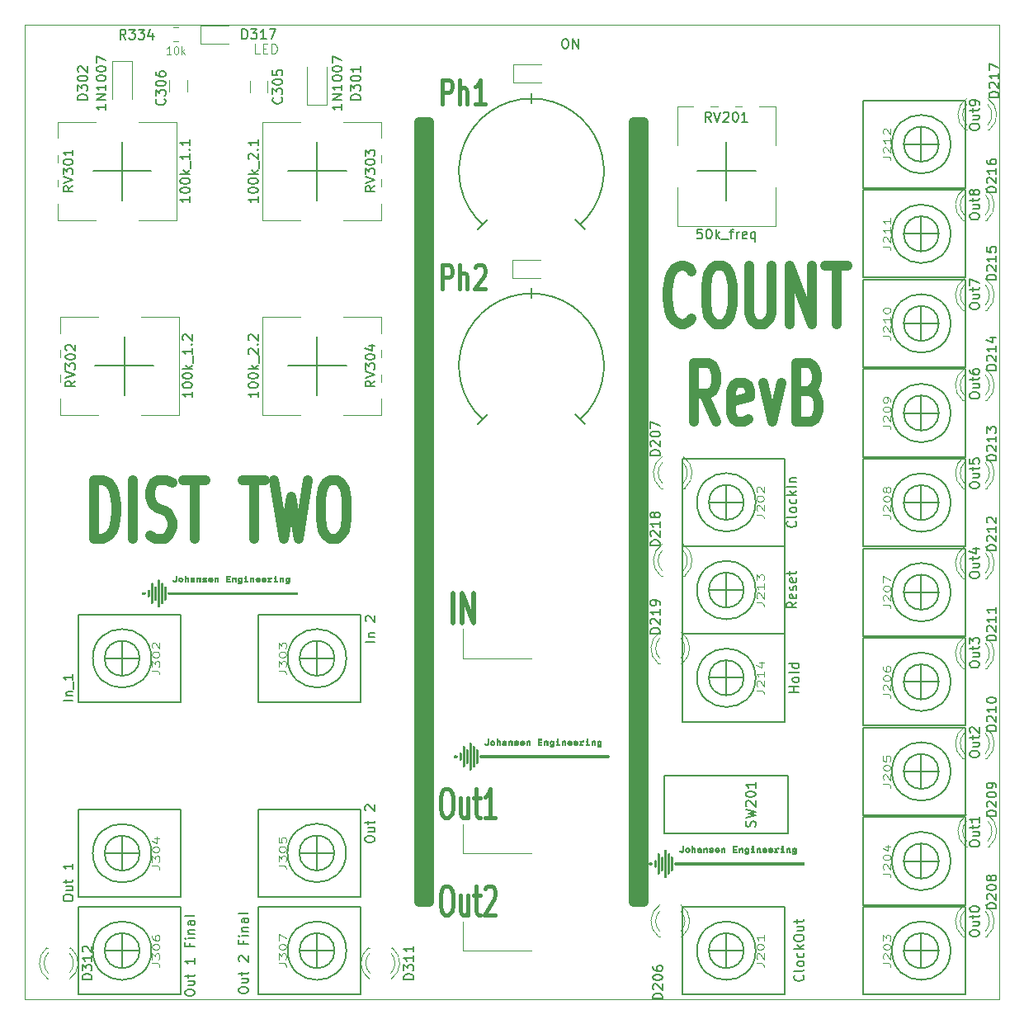
<source format=gbr>
%TF.GenerationSoftware,KiCad,Pcbnew,(5.1.5)-3*%
%TF.CreationDate,2020-05-19T22:28:50+02:00*%
%TF.ProjectId,KicadJE_Counts_PCB,4b696361-644a-4455-9f43-6f756e74735f,rev?*%
%TF.SameCoordinates,Original*%
%TF.FileFunction,Legend,Top*%
%TF.FilePolarity,Positive*%
%FSLAX46Y46*%
G04 Gerber Fmt 4.6, Leading zero omitted, Abs format (unit mm)*
G04 Created by KiCad (PCBNEW (5.1.5)-3) date 2020-05-19 22:28:50*
%MOMM*%
%LPD*%
G04 APERTURE LIST*
%ADD10C,1.000000*%
%ADD11C,0.450000*%
%ADD12C,0.120000*%
%ADD13C,0.500000*%
%ADD14C,0.050000*%
%ADD15C,0.010000*%
%ADD16C,0.150000*%
%ADD17C,0.125000*%
%ADD18C,0.100000*%
G04 APERTURE END LIST*
D10*
X57142857Y-102714285D02*
X57142857Y-96714285D01*
X58095238Y-96714285D01*
X58666666Y-97000000D01*
X59047619Y-97571428D01*
X59238095Y-98142857D01*
X59428571Y-99285714D01*
X59428571Y-100142857D01*
X59238095Y-101285714D01*
X59047619Y-101857142D01*
X58666666Y-102428571D01*
X58095238Y-102714285D01*
X57142857Y-102714285D01*
X61142857Y-102714285D02*
X61142857Y-96714285D01*
X62857142Y-102428571D02*
X63428571Y-102714285D01*
X64380952Y-102714285D01*
X64761904Y-102428571D01*
X64952380Y-102142857D01*
X65142857Y-101571428D01*
X65142857Y-101000000D01*
X64952380Y-100428571D01*
X64761904Y-100142857D01*
X64380952Y-99857142D01*
X63619047Y-99571428D01*
X63238095Y-99285714D01*
X63047619Y-99000000D01*
X62857142Y-98428571D01*
X62857142Y-97857142D01*
X63047619Y-97285714D01*
X63238095Y-97000000D01*
X63619047Y-96714285D01*
X64571428Y-96714285D01*
X65142857Y-97000000D01*
X66285714Y-96714285D02*
X68571428Y-96714285D01*
X67428571Y-102714285D02*
X67428571Y-96714285D01*
X72380952Y-96714285D02*
X74666666Y-96714285D01*
X73523809Y-102714285D02*
X73523809Y-96714285D01*
X75619047Y-96714285D02*
X76571428Y-102714285D01*
X77333333Y-98428571D01*
X78095238Y-102714285D01*
X79047619Y-96714285D01*
X81333333Y-96714285D02*
X82095238Y-96714285D01*
X82476190Y-97000000D01*
X82857142Y-97571428D01*
X83047619Y-98714285D01*
X83047619Y-100714285D01*
X82857142Y-101857142D01*
X82476190Y-102428571D01*
X82095238Y-102714285D01*
X81333333Y-102714285D01*
X80952380Y-102428571D01*
X80571428Y-101857142D01*
X80380952Y-100714285D01*
X80380952Y-98714285D01*
X80571428Y-97571428D01*
X80952380Y-97000000D01*
X81333333Y-96714285D01*
D11*
X92857142Y-58130952D02*
X92857142Y-55630952D01*
X93542857Y-55630952D01*
X93714285Y-55750000D01*
X93800000Y-55869047D01*
X93885714Y-56107142D01*
X93885714Y-56464285D01*
X93800000Y-56702380D01*
X93714285Y-56821428D01*
X93542857Y-56940476D01*
X92857142Y-56940476D01*
X94657142Y-58130952D02*
X94657142Y-55630952D01*
X95428571Y-58130952D02*
X95428571Y-56821428D01*
X95342857Y-56583333D01*
X95171428Y-56464285D01*
X94914285Y-56464285D01*
X94742857Y-56583333D01*
X94657142Y-56702380D01*
X97228571Y-58130952D02*
X96200000Y-58130952D01*
X96714285Y-58130952D02*
X96714285Y-55630952D01*
X96542857Y-55988095D01*
X96371428Y-56226190D01*
X96200000Y-56345238D01*
D12*
X102000000Y-135000000D02*
X95000000Y-135000000D01*
X95000000Y-115000000D02*
X95000000Y-112000000D01*
X95000000Y-135000000D02*
X95000000Y-132000000D01*
X102000000Y-115000000D02*
X95000000Y-115000000D01*
X95000000Y-145000000D02*
X95000000Y-142000000D01*
X102000000Y-145000000D02*
X95000000Y-145000000D01*
D13*
X93952380Y-111357142D02*
X93952380Y-108357142D01*
X94904761Y-111357142D02*
X94904761Y-108357142D01*
X96047619Y-111357142D01*
X96047619Y-108357142D01*
D11*
X93142857Y-138357142D02*
X93485714Y-138357142D01*
X93657142Y-138500000D01*
X93828571Y-138785714D01*
X93914285Y-139357142D01*
X93914285Y-140357142D01*
X93828571Y-140928571D01*
X93657142Y-141214285D01*
X93485714Y-141357142D01*
X93142857Y-141357142D01*
X92971428Y-141214285D01*
X92800000Y-140928571D01*
X92714285Y-140357142D01*
X92714285Y-139357142D01*
X92800000Y-138785714D01*
X92971428Y-138500000D01*
X93142857Y-138357142D01*
X95457142Y-139357142D02*
X95457142Y-141357142D01*
X94685714Y-139357142D02*
X94685714Y-140928571D01*
X94771428Y-141214285D01*
X94942857Y-141357142D01*
X95200000Y-141357142D01*
X95371428Y-141214285D01*
X95457142Y-141071428D01*
X96057142Y-139357142D02*
X96742857Y-139357142D01*
X96314285Y-138357142D02*
X96314285Y-140928571D01*
X96400000Y-141214285D01*
X96571428Y-141357142D01*
X96742857Y-141357142D01*
X97257142Y-138642857D02*
X97342857Y-138500000D01*
X97514285Y-138357142D01*
X97942857Y-138357142D01*
X98114285Y-138500000D01*
X98200000Y-138642857D01*
X98285714Y-138928571D01*
X98285714Y-139214285D01*
X98200000Y-139642857D01*
X97171428Y-141357142D01*
X98285714Y-141357142D01*
X93142857Y-128357142D02*
X93485714Y-128357142D01*
X93657142Y-128500000D01*
X93828571Y-128785714D01*
X93914285Y-129357142D01*
X93914285Y-130357142D01*
X93828571Y-130928571D01*
X93657142Y-131214285D01*
X93485714Y-131357142D01*
X93142857Y-131357142D01*
X92971428Y-131214285D01*
X92800000Y-130928571D01*
X92714285Y-130357142D01*
X92714285Y-129357142D01*
X92800000Y-128785714D01*
X92971428Y-128500000D01*
X93142857Y-128357142D01*
X95457142Y-129357142D02*
X95457142Y-131357142D01*
X94685714Y-129357142D02*
X94685714Y-130928571D01*
X94771428Y-131214285D01*
X94942857Y-131357142D01*
X95200000Y-131357142D01*
X95371428Y-131214285D01*
X95457142Y-131071428D01*
X96057142Y-129357142D02*
X96742857Y-129357142D01*
X96314285Y-128357142D02*
X96314285Y-130928571D01*
X96400000Y-131214285D01*
X96571428Y-131357142D01*
X96742857Y-131357142D01*
X98285714Y-131357142D02*
X97257142Y-131357142D01*
X97771428Y-131357142D02*
X97771428Y-128357142D01*
X97600000Y-128785714D01*
X97428571Y-129071428D01*
X97257142Y-129214285D01*
X92857142Y-77130952D02*
X92857142Y-74630952D01*
X93542857Y-74630952D01*
X93714285Y-74750000D01*
X93800000Y-74869047D01*
X93885714Y-75107142D01*
X93885714Y-75464285D01*
X93800000Y-75702380D01*
X93714285Y-75821428D01*
X93542857Y-75940476D01*
X92857142Y-75940476D01*
X94657142Y-77130952D02*
X94657142Y-74630952D01*
X95428571Y-77130952D02*
X95428571Y-75821428D01*
X95342857Y-75583333D01*
X95171428Y-75464285D01*
X94914285Y-75464285D01*
X94742857Y-75583333D01*
X94657142Y-75702380D01*
X96200000Y-74869047D02*
X96285714Y-74750000D01*
X96457142Y-74630952D01*
X96885714Y-74630952D01*
X97057142Y-74750000D01*
X97142857Y-74869047D01*
X97228571Y-75107142D01*
X97228571Y-75345238D01*
X97142857Y-75702380D01*
X96114285Y-77130952D01*
X97228571Y-77130952D01*
D10*
X118428571Y-80142857D02*
X118238095Y-80428571D01*
X117666666Y-80714285D01*
X117285714Y-80714285D01*
X116714285Y-80428571D01*
X116333333Y-79857142D01*
X116142857Y-79285714D01*
X115952380Y-78142857D01*
X115952380Y-77285714D01*
X116142857Y-76142857D01*
X116333333Y-75571428D01*
X116714285Y-75000000D01*
X117285714Y-74714285D01*
X117666666Y-74714285D01*
X118238095Y-75000000D01*
X118428571Y-75285714D01*
X120904761Y-74714285D02*
X121666666Y-74714285D01*
X122047619Y-75000000D01*
X122428571Y-75571428D01*
X122619047Y-76714285D01*
X122619047Y-78714285D01*
X122428571Y-79857142D01*
X122047619Y-80428571D01*
X121666666Y-80714285D01*
X120904761Y-80714285D01*
X120523809Y-80428571D01*
X120142857Y-79857142D01*
X119952380Y-78714285D01*
X119952380Y-76714285D01*
X120142857Y-75571428D01*
X120523809Y-75000000D01*
X120904761Y-74714285D01*
X124333333Y-74714285D02*
X124333333Y-79571428D01*
X124523809Y-80142857D01*
X124714285Y-80428571D01*
X125095238Y-80714285D01*
X125857142Y-80714285D01*
X126238095Y-80428571D01*
X126428571Y-80142857D01*
X126619047Y-79571428D01*
X126619047Y-74714285D01*
X128523809Y-80714285D02*
X128523809Y-74714285D01*
X130809523Y-80714285D01*
X130809523Y-74714285D01*
X132142857Y-74714285D02*
X134428571Y-74714285D01*
X133285714Y-80714285D02*
X133285714Y-74714285D01*
X121000000Y-90714285D02*
X119666666Y-87857142D01*
X118714285Y-90714285D02*
X118714285Y-84714285D01*
X120238095Y-84714285D01*
X120619047Y-85000000D01*
X120809523Y-85285714D01*
X121000000Y-85857142D01*
X121000000Y-86714285D01*
X120809523Y-87285714D01*
X120619047Y-87571428D01*
X120238095Y-87857142D01*
X118714285Y-87857142D01*
X124238095Y-90428571D02*
X123857142Y-90714285D01*
X123095238Y-90714285D01*
X122714285Y-90428571D01*
X122523809Y-89857142D01*
X122523809Y-87571428D01*
X122714285Y-87000000D01*
X123095238Y-86714285D01*
X123857142Y-86714285D01*
X124238095Y-87000000D01*
X124428571Y-87571428D01*
X124428571Y-88142857D01*
X122523809Y-88714285D01*
X125761904Y-86714285D02*
X126714285Y-90714285D01*
X127666666Y-86714285D01*
X130523809Y-87571428D02*
X131095238Y-87857142D01*
X131285714Y-88142857D01*
X131476190Y-88714285D01*
X131476190Y-89571428D01*
X131285714Y-90142857D01*
X131095238Y-90428571D01*
X130714285Y-90714285D01*
X129190476Y-90714285D01*
X129190476Y-84714285D01*
X130523809Y-84714285D01*
X130904761Y-85000000D01*
X131095238Y-85285714D01*
X131285714Y-85857142D01*
X131285714Y-86428571D01*
X131095238Y-87000000D01*
X130904761Y-87285714D01*
X130523809Y-87571428D01*
X129190476Y-87571428D01*
X112500000Y-60000000D02*
X112500000Y-140000000D01*
X113500000Y-60000000D02*
X113500000Y-140000000D01*
X112500000Y-140000000D02*
X113500000Y-140000000D01*
X112500000Y-60000000D02*
X113500000Y-60000000D01*
X90500000Y-60000000D02*
X91500000Y-60000000D01*
X90500000Y-140000000D02*
X91500000Y-140000000D01*
X91500000Y-60000000D02*
X91500000Y-140000000D01*
X90500000Y-60000000D02*
X90500000Y-140000000D01*
D14*
X50000000Y-150000000D02*
X50000000Y-50000000D01*
X150000000Y-150000000D02*
X50000000Y-150000000D01*
X150000000Y-50000000D02*
X150000000Y-150000000D01*
X50000000Y-50000000D02*
X150000000Y-50000000D01*
D15*
G36*
X95770832Y-123693784D02*
G01*
X95776078Y-123699962D01*
X95780287Y-123705588D01*
X95784022Y-123712115D01*
X95787310Y-123721013D01*
X95790181Y-123733751D01*
X95792663Y-123751799D01*
X95794783Y-123776627D01*
X95796571Y-123809703D01*
X95798054Y-123852497D01*
X95799262Y-123906478D01*
X95800222Y-123973117D01*
X95800963Y-124053882D01*
X95801514Y-124150243D01*
X95801902Y-124263669D01*
X95802156Y-124395630D01*
X95802304Y-124547596D01*
X95802375Y-124721035D01*
X95802398Y-124917417D01*
X95802400Y-125062998D01*
X95802400Y-126392572D01*
X95773006Y-126420186D01*
X95732942Y-126443429D01*
X95690671Y-126444227D01*
X95652999Y-126422590D01*
X95650494Y-126420005D01*
X95646361Y-126415243D01*
X95642693Y-126409375D01*
X95639463Y-126400941D01*
X95636641Y-126388481D01*
X95634202Y-126370535D01*
X95632116Y-126345641D01*
X95630357Y-126312341D01*
X95628896Y-126269174D01*
X95627705Y-126214680D01*
X95626758Y-126147399D01*
X95626026Y-126065870D01*
X95625482Y-125968633D01*
X95625097Y-125854228D01*
X95624844Y-125721196D01*
X95624696Y-125568075D01*
X95624624Y-125393405D01*
X95624601Y-125195727D01*
X95624600Y-125056969D01*
X95624599Y-123721727D01*
X95653993Y-123694113D01*
X95694057Y-123670230D01*
X95734619Y-123670198D01*
X95770832Y-123693784D01*
G37*
X95770832Y-123693784D02*
X95776078Y-123699962D01*
X95780287Y-123705588D01*
X95784022Y-123712115D01*
X95787310Y-123721013D01*
X95790181Y-123733751D01*
X95792663Y-123751799D01*
X95794783Y-123776627D01*
X95796571Y-123809703D01*
X95798054Y-123852497D01*
X95799262Y-123906478D01*
X95800222Y-123973117D01*
X95800963Y-124053882D01*
X95801514Y-124150243D01*
X95801902Y-124263669D01*
X95802156Y-124395630D01*
X95802304Y-124547596D01*
X95802375Y-124721035D01*
X95802398Y-124917417D01*
X95802400Y-125062998D01*
X95802400Y-126392572D01*
X95773006Y-126420186D01*
X95732942Y-126443429D01*
X95690671Y-126444227D01*
X95652999Y-126422590D01*
X95650494Y-126420005D01*
X95646361Y-126415243D01*
X95642693Y-126409375D01*
X95639463Y-126400941D01*
X95636641Y-126388481D01*
X95634202Y-126370535D01*
X95632116Y-126345641D01*
X95630357Y-126312341D01*
X95628896Y-126269174D01*
X95627705Y-126214680D01*
X95626758Y-126147399D01*
X95626026Y-126065870D01*
X95625482Y-125968633D01*
X95625097Y-125854228D01*
X95624844Y-125721196D01*
X95624696Y-125568075D01*
X95624624Y-125393405D01*
X95624601Y-125195727D01*
X95624600Y-125056969D01*
X95624599Y-123721727D01*
X95653993Y-123694113D01*
X95694057Y-123670230D01*
X95734619Y-123670198D01*
X95770832Y-123693784D01*
G36*
X95056284Y-124023835D02*
G01*
X95089603Y-124043551D01*
X95108462Y-124075566D01*
X95109709Y-124092673D01*
X95110900Y-124133154D01*
X95112017Y-124194985D01*
X95113044Y-124276140D01*
X95113966Y-124374594D01*
X95114765Y-124488322D01*
X95115427Y-124615299D01*
X95115934Y-124753499D01*
X95116271Y-124900897D01*
X95116421Y-125055468D01*
X95116426Y-125073602D01*
X95116600Y-126042554D01*
X95085427Y-126073727D01*
X95048935Y-126099588D01*
X95012686Y-126101150D01*
X94972291Y-126078601D01*
X94972262Y-126078578D01*
X94938800Y-126052256D01*
X94938800Y-125068093D01*
X94938958Y-124858810D01*
X94939437Y-124674594D01*
X94940240Y-124515112D01*
X94941372Y-124380033D01*
X94942838Y-124269025D01*
X94944641Y-124181755D01*
X94946787Y-124117893D01*
X94949279Y-124077107D01*
X94952122Y-124059064D01*
X94952272Y-124058757D01*
X94979644Y-124030579D01*
X95016973Y-124019224D01*
X95056284Y-124023835D01*
G37*
X95056284Y-124023835D02*
X95089603Y-124043551D01*
X95108462Y-124075566D01*
X95109709Y-124092673D01*
X95110900Y-124133154D01*
X95112017Y-124194985D01*
X95113044Y-124276140D01*
X95113966Y-124374594D01*
X95114765Y-124488322D01*
X95115427Y-124615299D01*
X95115934Y-124753499D01*
X95116271Y-124900897D01*
X95116421Y-125055468D01*
X95116426Y-125073602D01*
X95116600Y-126042554D01*
X95085427Y-126073727D01*
X95048935Y-126099588D01*
X95012686Y-126101150D01*
X94972291Y-126078601D01*
X94972262Y-126078578D01*
X94938800Y-126052256D01*
X94938800Y-125068093D01*
X94938958Y-124858810D01*
X94939437Y-124674594D01*
X94940240Y-124515112D01*
X94941372Y-124380033D01*
X94942838Y-124269025D01*
X94944641Y-124181755D01*
X94946787Y-124117893D01*
X94949279Y-124077107D01*
X94952122Y-124059064D01*
X94952272Y-124058757D01*
X94979644Y-124030579D01*
X95016973Y-124019224D01*
X95056284Y-124023835D01*
G36*
X96100053Y-124028088D02*
G01*
X96121879Y-124046790D01*
X96126201Y-124053072D01*
X96129958Y-124061651D01*
X96133188Y-124074239D01*
X96135931Y-124092549D01*
X96138227Y-124118294D01*
X96140115Y-124153187D01*
X96141635Y-124198939D01*
X96142826Y-124257264D01*
X96143729Y-124329875D01*
X96144382Y-124418483D01*
X96144826Y-124524802D01*
X96145099Y-124650544D01*
X96145242Y-124797422D01*
X96145295Y-124967149D01*
X96145300Y-125059134D01*
X96145300Y-126042554D01*
X96114127Y-126073727D01*
X96076174Y-126099826D01*
X96038933Y-126100608D01*
X96001063Y-126076073D01*
X95998672Y-126073727D01*
X95967500Y-126042554D01*
X95967500Y-125059134D01*
X95967522Y-124877591D01*
X95967616Y-124719736D01*
X95967821Y-124583856D01*
X95968176Y-124468238D01*
X95968722Y-124371169D01*
X95969497Y-124290937D01*
X95970542Y-124225829D01*
X95971896Y-124174133D01*
X95973599Y-124134135D01*
X95975690Y-124104124D01*
X95978209Y-124082386D01*
X95981195Y-124067209D01*
X95984689Y-124056880D01*
X95988730Y-124049687D01*
X95990920Y-124046790D01*
X96025484Y-124022461D01*
X96056400Y-124017866D01*
X96100053Y-124028088D01*
G37*
X96100053Y-124028088D02*
X96121879Y-124046790D01*
X96126201Y-124053072D01*
X96129958Y-124061651D01*
X96133188Y-124074239D01*
X96135931Y-124092549D01*
X96138227Y-124118294D01*
X96140115Y-124153187D01*
X96141635Y-124198939D01*
X96142826Y-124257264D01*
X96143729Y-124329875D01*
X96144382Y-124418483D01*
X96144826Y-124524802D01*
X96145099Y-124650544D01*
X96145242Y-124797422D01*
X96145295Y-124967149D01*
X96145300Y-125059134D01*
X96145300Y-126042554D01*
X96114127Y-126073727D01*
X96076174Y-126099826D01*
X96038933Y-126100608D01*
X96001063Y-126076073D01*
X95998672Y-126073727D01*
X95967500Y-126042554D01*
X95967500Y-125059134D01*
X95967522Y-124877591D01*
X95967616Y-124719736D01*
X95967821Y-124583856D01*
X95968176Y-124468238D01*
X95968722Y-124371169D01*
X95969497Y-124290937D01*
X95970542Y-124225829D01*
X95971896Y-124174133D01*
X95973599Y-124134135D01*
X95975690Y-124104124D01*
X95978209Y-124082386D01*
X95981195Y-124067209D01*
X95984689Y-124056880D01*
X95988730Y-124049687D01*
X95990920Y-124046790D01*
X96025484Y-124022461D01*
X96056400Y-124017866D01*
X96100053Y-124028088D01*
G36*
X95414153Y-124373366D02*
G01*
X95416323Y-124374719D01*
X95425899Y-124382268D01*
X95433948Y-124392460D01*
X95440603Y-124407408D01*
X95445994Y-124429227D01*
X95450255Y-124460029D01*
X95453517Y-124501931D01*
X95455911Y-124557044D01*
X95457571Y-124627484D01*
X95458628Y-124715364D01*
X95459213Y-124822799D01*
X95459458Y-124951902D01*
X95459500Y-125066620D01*
X95459473Y-125208969D01*
X95459337Y-125328100D01*
X95459005Y-125426193D01*
X95458390Y-125505429D01*
X95457406Y-125567989D01*
X95455968Y-125616055D01*
X95453988Y-125651807D01*
X95451381Y-125677427D01*
X95448060Y-125695095D01*
X95443939Y-125706993D01*
X95438933Y-125715301D01*
X95433605Y-125721505D01*
X95398709Y-125744001D01*
X95357871Y-125749644D01*
X95320403Y-125738462D01*
X95301470Y-125721074D01*
X95296956Y-125712113D01*
X95293172Y-125697824D01*
X95290056Y-125676107D01*
X95287546Y-125644866D01*
X95285580Y-125602001D01*
X95284094Y-125545415D01*
X95283028Y-125473009D01*
X95282319Y-125382686D01*
X95281905Y-125272347D01*
X95281723Y-125139893D01*
X95281700Y-125054324D01*
X95281727Y-124910547D01*
X95281866Y-124790018D01*
X95282197Y-124690586D01*
X95282804Y-124610100D01*
X95283768Y-124546407D01*
X95285173Y-124497357D01*
X95287099Y-124460797D01*
X95289630Y-124434577D01*
X95292848Y-124416544D01*
X95296835Y-124404547D01*
X95301673Y-124396434D01*
X95307100Y-124390400D01*
X95339677Y-124371493D01*
X95379644Y-124365200D01*
X95414153Y-124373366D01*
G37*
X95414153Y-124373366D02*
X95416323Y-124374719D01*
X95425899Y-124382268D01*
X95433948Y-124392460D01*
X95440603Y-124407408D01*
X95445994Y-124429227D01*
X95450255Y-124460029D01*
X95453517Y-124501931D01*
X95455911Y-124557044D01*
X95457571Y-124627484D01*
X95458628Y-124715364D01*
X95459213Y-124822799D01*
X95459458Y-124951902D01*
X95459500Y-125066620D01*
X95459473Y-125208969D01*
X95459337Y-125328100D01*
X95459005Y-125426193D01*
X95458390Y-125505429D01*
X95457406Y-125567989D01*
X95455968Y-125616055D01*
X95453988Y-125651807D01*
X95451381Y-125677427D01*
X95448060Y-125695095D01*
X95443939Y-125706993D01*
X95438933Y-125715301D01*
X95433605Y-125721505D01*
X95398709Y-125744001D01*
X95357871Y-125749644D01*
X95320403Y-125738462D01*
X95301470Y-125721074D01*
X95296956Y-125712113D01*
X95293172Y-125697824D01*
X95290056Y-125676107D01*
X95287546Y-125644866D01*
X95285580Y-125602001D01*
X95284094Y-125545415D01*
X95283028Y-125473009D01*
X95282319Y-125382686D01*
X95281905Y-125272347D01*
X95281723Y-125139893D01*
X95281700Y-125054324D01*
X95281727Y-124910547D01*
X95281866Y-124790018D01*
X95282197Y-124690586D01*
X95282804Y-124610100D01*
X95283768Y-124546407D01*
X95285173Y-124497357D01*
X95287099Y-124460797D01*
X95289630Y-124434577D01*
X95292848Y-124416544D01*
X95296835Y-124404547D01*
X95301673Y-124396434D01*
X95307100Y-124390400D01*
X95339677Y-124371493D01*
X95379644Y-124365200D01*
X95414153Y-124373366D01*
G36*
X96430360Y-124384148D02*
G01*
X96437400Y-124390400D01*
X96443118Y-124396819D01*
X96447907Y-124405090D01*
X96451849Y-124417365D01*
X96455026Y-124435795D01*
X96457522Y-124462532D01*
X96459417Y-124499728D01*
X96460795Y-124549533D01*
X96461737Y-124614100D01*
X96462326Y-124695579D01*
X96462645Y-124796124D01*
X96462775Y-124917884D01*
X96462800Y-125054324D01*
X96462722Y-125200224D01*
X96462446Y-125322823D01*
X96461912Y-125424218D01*
X96461055Y-125506508D01*
X96459815Y-125571791D01*
X96458129Y-125622165D01*
X96455934Y-125659728D01*
X96453169Y-125686578D01*
X96449771Y-125704814D01*
X96445678Y-125716533D01*
X96443029Y-125721074D01*
X96413262Y-125743781D01*
X96373733Y-125749686D01*
X96333757Y-125738757D01*
X96310894Y-125721505D01*
X96305058Y-125714613D01*
X96300171Y-125706105D01*
X96296150Y-125693817D01*
X96292910Y-125675586D01*
X96290367Y-125649248D01*
X96288437Y-125612641D01*
X96287035Y-125563601D01*
X96286077Y-125499964D01*
X96285479Y-125419567D01*
X96285156Y-125320246D01*
X96285025Y-125199839D01*
X96285000Y-125057150D01*
X96285025Y-124913643D01*
X96285158Y-124793374D01*
X96285482Y-124694178D01*
X96286082Y-124613891D01*
X96287043Y-124550352D01*
X96288447Y-124501395D01*
X96290381Y-124464858D01*
X96292928Y-124438577D01*
X96296172Y-124420390D01*
X96300199Y-124408132D01*
X96305091Y-124399641D01*
X96310894Y-124392794D01*
X96347738Y-124369943D01*
X96390793Y-124367000D01*
X96430360Y-124384148D01*
G37*
X96430360Y-124384148D02*
X96437400Y-124390400D01*
X96443118Y-124396819D01*
X96447907Y-124405090D01*
X96451849Y-124417365D01*
X96455026Y-124435795D01*
X96457522Y-124462532D01*
X96459417Y-124499728D01*
X96460795Y-124549533D01*
X96461737Y-124614100D01*
X96462326Y-124695579D01*
X96462645Y-124796124D01*
X96462775Y-124917884D01*
X96462800Y-125054324D01*
X96462722Y-125200224D01*
X96462446Y-125322823D01*
X96461912Y-125424218D01*
X96461055Y-125506508D01*
X96459815Y-125571791D01*
X96458129Y-125622165D01*
X96455934Y-125659728D01*
X96453169Y-125686578D01*
X96449771Y-125704814D01*
X96445678Y-125716533D01*
X96443029Y-125721074D01*
X96413262Y-125743781D01*
X96373733Y-125749686D01*
X96333757Y-125738757D01*
X96310894Y-125721505D01*
X96305058Y-125714613D01*
X96300171Y-125706105D01*
X96296150Y-125693817D01*
X96292910Y-125675586D01*
X96290367Y-125649248D01*
X96288437Y-125612641D01*
X96287035Y-125563601D01*
X96286077Y-125499964D01*
X96285479Y-125419567D01*
X96285156Y-125320246D01*
X96285025Y-125199839D01*
X96285000Y-125057150D01*
X96285025Y-124913643D01*
X96285158Y-124793374D01*
X96285482Y-124694178D01*
X96286082Y-124613891D01*
X96287043Y-124550352D01*
X96288447Y-124501395D01*
X96290381Y-124464858D01*
X96292928Y-124438577D01*
X96296172Y-124420390D01*
X96300199Y-124408132D01*
X96305091Y-124399641D01*
X96310894Y-124392794D01*
X96347738Y-124369943D01*
X96390793Y-124367000D01*
X96430360Y-124384148D01*
G36*
X94704557Y-124713054D02*
G01*
X94737368Y-124732157D01*
X94746941Y-124740516D01*
X94754270Y-124750303D01*
X94759707Y-124764826D01*
X94763605Y-124787391D01*
X94766317Y-124821307D01*
X94768194Y-124869882D01*
X94769589Y-124936423D01*
X94770854Y-125024238D01*
X94771188Y-125049571D01*
X94775026Y-125342728D01*
X94743190Y-125374564D01*
X94703435Y-125401023D01*
X94663527Y-125402725D01*
X94626040Y-125379617D01*
X94623513Y-125377006D01*
X94614675Y-125366635D01*
X94607956Y-125354549D01*
X94603065Y-125337371D01*
X94599714Y-125311724D01*
X94597611Y-125274232D01*
X94596468Y-125221520D01*
X94595994Y-125150210D01*
X94595900Y-125056927D01*
X94595900Y-125055370D01*
X94595965Y-124961929D01*
X94596367Y-124890539D01*
X94597413Y-124837846D01*
X94599412Y-124800503D01*
X94602670Y-124775156D01*
X94607497Y-124758457D01*
X94614200Y-124747055D01*
X94623086Y-124737598D01*
X94625293Y-124735513D01*
X94664470Y-124711609D01*
X94704557Y-124713054D01*
G37*
X94704557Y-124713054D02*
X94737368Y-124732157D01*
X94746941Y-124740516D01*
X94754270Y-124750303D01*
X94759707Y-124764826D01*
X94763605Y-124787391D01*
X94766317Y-124821307D01*
X94768194Y-124869882D01*
X94769589Y-124936423D01*
X94770854Y-125024238D01*
X94771188Y-125049571D01*
X94775026Y-125342728D01*
X94743190Y-125374564D01*
X94703435Y-125401023D01*
X94663527Y-125402725D01*
X94626040Y-125379617D01*
X94623513Y-125377006D01*
X94614675Y-125366635D01*
X94607956Y-125354549D01*
X94603065Y-125337371D01*
X94599714Y-125311724D01*
X94597611Y-125274232D01*
X94596468Y-125221520D01*
X94595994Y-125150210D01*
X94595900Y-125056927D01*
X94595900Y-125055370D01*
X94595965Y-124961929D01*
X94596367Y-124890539D01*
X94597413Y-124837846D01*
X94599412Y-124800503D01*
X94602670Y-124775156D01*
X94607497Y-124758457D01*
X94614200Y-124747055D01*
X94623086Y-124737598D01*
X94625293Y-124735513D01*
X94664470Y-124711609D01*
X94704557Y-124713054D01*
G36*
X94244043Y-124964392D02*
G01*
X94292101Y-124973191D01*
X94322105Y-124990281D01*
X94337542Y-125017645D01*
X94341900Y-125057150D01*
X94337607Y-125096532D01*
X94322399Y-125123780D01*
X94292781Y-125140862D01*
X94245257Y-125149745D01*
X94176332Y-125152395D01*
X94172663Y-125152400D01*
X94115908Y-125151825D01*
X94078492Y-125149290D01*
X94054365Y-125143576D01*
X94037476Y-125133466D01*
X94026613Y-125123006D01*
X94003252Y-125082112D01*
X94001503Y-125037488D01*
X94021260Y-124997000D01*
X94028393Y-124989513D01*
X94045574Y-124976180D01*
X94066619Y-124967937D01*
X94097738Y-124963612D01*
X94145141Y-124962030D01*
X94174443Y-124961900D01*
X94244043Y-124964392D01*
G37*
X94244043Y-124964392D02*
X94292101Y-124973191D01*
X94322105Y-124990281D01*
X94337542Y-125017645D01*
X94341900Y-125057150D01*
X94337607Y-125096532D01*
X94322399Y-125123780D01*
X94292781Y-125140862D01*
X94245257Y-125149745D01*
X94176332Y-125152395D01*
X94172663Y-125152400D01*
X94115908Y-125151825D01*
X94078492Y-125149290D01*
X94054365Y-125143576D01*
X94037476Y-125133466D01*
X94026613Y-125123006D01*
X94003252Y-125082112D01*
X94001503Y-125037488D01*
X94021260Y-124997000D01*
X94028393Y-124989513D01*
X94045574Y-124976180D01*
X94066619Y-124967937D01*
X94097738Y-124963612D01*
X94145141Y-124962030D01*
X94174443Y-124961900D01*
X94244043Y-124964392D01*
G36*
X109935286Y-124991293D02*
G01*
X109958647Y-125032187D01*
X109960396Y-125076811D01*
X109940639Y-125117299D01*
X109933506Y-125124786D01*
X109904112Y-125152400D01*
X96718643Y-125152400D01*
X96692321Y-125118937D01*
X96673769Y-125087072D01*
X96666000Y-125057272D01*
X96666000Y-125057150D01*
X96673694Y-125027404D01*
X96692207Y-124995507D01*
X96692321Y-124995362D01*
X96718643Y-124961900D01*
X103313157Y-124961899D01*
X109907672Y-124961899D01*
X109935286Y-124991293D01*
G37*
X109935286Y-124991293D02*
X109958647Y-125032187D01*
X109960396Y-125076811D01*
X109940639Y-125117299D01*
X109933506Y-125124786D01*
X109904112Y-125152400D01*
X96718643Y-125152400D01*
X96692321Y-125118937D01*
X96673769Y-125087072D01*
X96666000Y-125057272D01*
X96666000Y-125057150D01*
X96673694Y-125027404D01*
X96692207Y-124995507D01*
X96692321Y-124995362D01*
X96718643Y-124961900D01*
X103313157Y-124961899D01*
X109907672Y-124961899D01*
X109935286Y-124991293D01*
G36*
X104105674Y-123445453D02*
G01*
X104134230Y-123457276D01*
X104159896Y-123467208D01*
X104171557Y-123464762D01*
X104171700Y-123463626D01*
X104182965Y-123455469D01*
X104211110Y-123450932D01*
X104222500Y-123450600D01*
X104273300Y-123450600D01*
X104273300Y-123702721D01*
X104273165Y-123789193D01*
X104272509Y-123854155D01*
X104270951Y-123901497D01*
X104268112Y-123935109D01*
X104263612Y-123958879D01*
X104257072Y-123976699D01*
X104248110Y-123992457D01*
X104244471Y-123997996D01*
X104199065Y-124044194D01*
X104138438Y-124073830D01*
X104067589Y-124085713D01*
X103991516Y-124078656D01*
X103952504Y-124067447D01*
X103906878Y-124047420D01*
X103876752Y-124026476D01*
X103866900Y-124009251D01*
X103874136Y-123993145D01*
X103889155Y-123972029D01*
X103911410Y-123944546D01*
X103973470Y-123971998D01*
X104034709Y-123990625D01*
X104088937Y-123991271D01*
X104132369Y-123975328D01*
X104161218Y-123944187D01*
X104171699Y-123899238D01*
X104171700Y-123899155D01*
X104171700Y-123856347D01*
X104134230Y-123875723D01*
X104073661Y-123894532D01*
X104014193Y-123890756D01*
X103959341Y-123867099D01*
X103912620Y-123826262D01*
X103877544Y-123770946D01*
X103857628Y-123703853D01*
X103854506Y-123661944D01*
X103956495Y-123661944D01*
X103963037Y-123713003D01*
X103985751Y-123758341D01*
X104020697Y-123789108D01*
X104058845Y-123800009D01*
X104104396Y-123798768D01*
X104144159Y-123786299D01*
X104153783Y-123779859D01*
X104163335Y-123759334D01*
X104169510Y-123721682D01*
X104172236Y-123674854D01*
X104171445Y-123626803D01*
X104167067Y-123585480D01*
X104159031Y-123558838D01*
X104155753Y-123554776D01*
X104115084Y-123535364D01*
X104065872Y-123531601D01*
X104031154Y-123539850D01*
X103990828Y-123568826D01*
X103965850Y-123611704D01*
X103956495Y-123661944D01*
X103854506Y-123661944D01*
X103854408Y-123660634D01*
X103864773Y-123590522D01*
X103892835Y-123530408D01*
X103934776Y-123483069D01*
X103986776Y-123451279D01*
X104045015Y-123437816D01*
X104105674Y-123445453D01*
G37*
X104105674Y-123445453D02*
X104134230Y-123457276D01*
X104159896Y-123467208D01*
X104171557Y-123464762D01*
X104171700Y-123463626D01*
X104182965Y-123455469D01*
X104211110Y-123450932D01*
X104222500Y-123450600D01*
X104273300Y-123450600D01*
X104273300Y-123702721D01*
X104273165Y-123789193D01*
X104272509Y-123854155D01*
X104270951Y-123901497D01*
X104268112Y-123935109D01*
X104263612Y-123958879D01*
X104257072Y-123976699D01*
X104248110Y-123992457D01*
X104244471Y-123997996D01*
X104199065Y-124044194D01*
X104138438Y-124073830D01*
X104067589Y-124085713D01*
X103991516Y-124078656D01*
X103952504Y-124067447D01*
X103906878Y-124047420D01*
X103876752Y-124026476D01*
X103866900Y-124009251D01*
X103874136Y-123993145D01*
X103889155Y-123972029D01*
X103911410Y-123944546D01*
X103973470Y-123971998D01*
X104034709Y-123990625D01*
X104088937Y-123991271D01*
X104132369Y-123975328D01*
X104161218Y-123944187D01*
X104171699Y-123899238D01*
X104171700Y-123899155D01*
X104171700Y-123856347D01*
X104134230Y-123875723D01*
X104073661Y-123894532D01*
X104014193Y-123890756D01*
X103959341Y-123867099D01*
X103912620Y-123826262D01*
X103877544Y-123770946D01*
X103857628Y-123703853D01*
X103854506Y-123661944D01*
X103956495Y-123661944D01*
X103963037Y-123713003D01*
X103985751Y-123758341D01*
X104020697Y-123789108D01*
X104058845Y-123800009D01*
X104104396Y-123798768D01*
X104144159Y-123786299D01*
X104153783Y-123779859D01*
X104163335Y-123759334D01*
X104169510Y-123721682D01*
X104172236Y-123674854D01*
X104171445Y-123626803D01*
X104167067Y-123585480D01*
X104159031Y-123558838D01*
X104155753Y-123554776D01*
X104115084Y-123535364D01*
X104065872Y-123531601D01*
X104031154Y-123539850D01*
X103990828Y-123568826D01*
X103965850Y-123611704D01*
X103956495Y-123661944D01*
X103854506Y-123661944D01*
X103854408Y-123660634D01*
X103864773Y-123590522D01*
X103892835Y-123530408D01*
X103934776Y-123483069D01*
X103986776Y-123451279D01*
X104045015Y-123437816D01*
X104105674Y-123445453D01*
G36*
X108982474Y-123445453D02*
G01*
X109011030Y-123457276D01*
X109036696Y-123467208D01*
X109048357Y-123464762D01*
X109048500Y-123463626D01*
X109059765Y-123455469D01*
X109087910Y-123450932D01*
X109099300Y-123450600D01*
X109150100Y-123450600D01*
X109150100Y-123702721D01*
X109149965Y-123789193D01*
X109149309Y-123854155D01*
X109147751Y-123901497D01*
X109144912Y-123935109D01*
X109140412Y-123958879D01*
X109133872Y-123976699D01*
X109124910Y-123992457D01*
X109121271Y-123997996D01*
X109075865Y-124044194D01*
X109015238Y-124073830D01*
X108944389Y-124085713D01*
X108868316Y-124078656D01*
X108829304Y-124067447D01*
X108783678Y-124047420D01*
X108753552Y-124026476D01*
X108743700Y-124009251D01*
X108750936Y-123993145D01*
X108765955Y-123972029D01*
X108788210Y-123944546D01*
X108850270Y-123971998D01*
X108911509Y-123990625D01*
X108965737Y-123991271D01*
X109009169Y-123975328D01*
X109038018Y-123944187D01*
X109048499Y-123899238D01*
X109048500Y-123899155D01*
X109048500Y-123856347D01*
X109011030Y-123875723D01*
X108950461Y-123894532D01*
X108890993Y-123890756D01*
X108836141Y-123867099D01*
X108789420Y-123826262D01*
X108754344Y-123770946D01*
X108734428Y-123703853D01*
X108731306Y-123661944D01*
X108833295Y-123661944D01*
X108839837Y-123713003D01*
X108862551Y-123758341D01*
X108897497Y-123789108D01*
X108935645Y-123800009D01*
X108981196Y-123798768D01*
X109020959Y-123786299D01*
X109030583Y-123779859D01*
X109040135Y-123759334D01*
X109046310Y-123721682D01*
X109049036Y-123674854D01*
X109048245Y-123626803D01*
X109043867Y-123585480D01*
X109035831Y-123558838D01*
X109032553Y-123554776D01*
X108991884Y-123535364D01*
X108942672Y-123531601D01*
X108907954Y-123539850D01*
X108867628Y-123568826D01*
X108842650Y-123611704D01*
X108833295Y-123661944D01*
X108731306Y-123661944D01*
X108731208Y-123660634D01*
X108741573Y-123590522D01*
X108769635Y-123530408D01*
X108811576Y-123483069D01*
X108863576Y-123451279D01*
X108921815Y-123437816D01*
X108982474Y-123445453D01*
G37*
X108982474Y-123445453D02*
X109011030Y-123457276D01*
X109036696Y-123467208D01*
X109048357Y-123464762D01*
X109048500Y-123463626D01*
X109059765Y-123455469D01*
X109087910Y-123450932D01*
X109099300Y-123450600D01*
X109150100Y-123450600D01*
X109150100Y-123702721D01*
X109149965Y-123789193D01*
X109149309Y-123854155D01*
X109147751Y-123901497D01*
X109144912Y-123935109D01*
X109140412Y-123958879D01*
X109133872Y-123976699D01*
X109124910Y-123992457D01*
X109121271Y-123997996D01*
X109075865Y-124044194D01*
X109015238Y-124073830D01*
X108944389Y-124085713D01*
X108868316Y-124078656D01*
X108829304Y-124067447D01*
X108783678Y-124047420D01*
X108753552Y-124026476D01*
X108743700Y-124009251D01*
X108750936Y-123993145D01*
X108765955Y-123972029D01*
X108788210Y-123944546D01*
X108850270Y-123971998D01*
X108911509Y-123990625D01*
X108965737Y-123991271D01*
X109009169Y-123975328D01*
X109038018Y-123944187D01*
X109048499Y-123899238D01*
X109048500Y-123899155D01*
X109048500Y-123856347D01*
X109011030Y-123875723D01*
X108950461Y-123894532D01*
X108890993Y-123890756D01*
X108836141Y-123867099D01*
X108789420Y-123826262D01*
X108754344Y-123770946D01*
X108734428Y-123703853D01*
X108731306Y-123661944D01*
X108833295Y-123661944D01*
X108839837Y-123713003D01*
X108862551Y-123758341D01*
X108897497Y-123789108D01*
X108935645Y-123800009D01*
X108981196Y-123798768D01*
X109020959Y-123786299D01*
X109030583Y-123779859D01*
X109040135Y-123759334D01*
X109046310Y-123721682D01*
X109049036Y-123674854D01*
X109048245Y-123626803D01*
X109043867Y-123585480D01*
X109035831Y-123558838D01*
X109032553Y-123554776D01*
X108991884Y-123535364D01*
X108942672Y-123531601D01*
X108907954Y-123539850D01*
X108867628Y-123568826D01*
X108842650Y-123611704D01*
X108833295Y-123661944D01*
X108731306Y-123661944D01*
X108731208Y-123660634D01*
X108741573Y-123590522D01*
X108769635Y-123530408D01*
X108811576Y-123483069D01*
X108863576Y-123451279D01*
X108921815Y-123437816D01*
X108982474Y-123445453D01*
G36*
X97580400Y-123511409D02*
G01*
X97580207Y-123595945D01*
X97579354Y-123659353D01*
X97577427Y-123705900D01*
X97574013Y-123739855D01*
X97568700Y-123765488D01*
X97561073Y-123787068D01*
X97551825Y-123806684D01*
X97514747Y-123859147D01*
X97478800Y-123885555D01*
X97426340Y-123901642D01*
X97364265Y-123906377D01*
X97305952Y-123899199D01*
X97288306Y-123893532D01*
X97239112Y-123863215D01*
X97195891Y-123817614D01*
X97179143Y-123790955D01*
X97164437Y-123757641D01*
X97165977Y-123737654D01*
X97185821Y-123723253D01*
X97198633Y-123717617D01*
X97235503Y-123708790D01*
X97257582Y-123717789D01*
X97262900Y-123735970D01*
X97273231Y-123757685D01*
X97298688Y-123782819D01*
X97330963Y-123804987D01*
X97361750Y-123817804D01*
X97370785Y-123818900D01*
X97404376Y-123816521D01*
X97430288Y-123807494D01*
X97449489Y-123788978D01*
X97462946Y-123758134D01*
X97471628Y-123712122D01*
X97476503Y-123648104D01*
X97478539Y-123563238D01*
X97478800Y-123502030D01*
X97478800Y-123272800D01*
X97580400Y-123272800D01*
X97580400Y-123511409D01*
G37*
X97580400Y-123511409D02*
X97580207Y-123595945D01*
X97579354Y-123659353D01*
X97577427Y-123705900D01*
X97574013Y-123739855D01*
X97568700Y-123765488D01*
X97561073Y-123787068D01*
X97551825Y-123806684D01*
X97514747Y-123859147D01*
X97478800Y-123885555D01*
X97426340Y-123901642D01*
X97364265Y-123906377D01*
X97305952Y-123899199D01*
X97288306Y-123893532D01*
X97239112Y-123863215D01*
X97195891Y-123817614D01*
X97179143Y-123790955D01*
X97164437Y-123757641D01*
X97165977Y-123737654D01*
X97185821Y-123723253D01*
X97198633Y-123717617D01*
X97235503Y-123708790D01*
X97257582Y-123717789D01*
X97262900Y-123735970D01*
X97273231Y-123757685D01*
X97298688Y-123782819D01*
X97330963Y-123804987D01*
X97361750Y-123817804D01*
X97370785Y-123818900D01*
X97404376Y-123816521D01*
X97430288Y-123807494D01*
X97449489Y-123788978D01*
X97462946Y-123758134D01*
X97471628Y-123712122D01*
X97476503Y-123648104D01*
X97478539Y-123563238D01*
X97478800Y-123502030D01*
X97478800Y-123272800D01*
X97580400Y-123272800D01*
X97580400Y-123511409D01*
G36*
X98071766Y-123449125D02*
G01*
X98136474Y-123481026D01*
X98185862Y-123530946D01*
X98217285Y-123596222D01*
X98228100Y-123672850D01*
X98216996Y-123750946D01*
X98185342Y-123815890D01*
X98135619Y-123865231D01*
X98070311Y-123896521D01*
X97991901Y-123907311D01*
X97990382Y-123907302D01*
X97944577Y-123903339D01*
X97902640Y-123894004D01*
X97891550Y-123889872D01*
X97834427Y-123851464D01*
X97792316Y-123796767D01*
X97767086Y-123731225D01*
X97761549Y-123670613D01*
X97863689Y-123670613D01*
X97870887Y-123721333D01*
X97893418Y-123765316D01*
X97929178Y-123797772D01*
X97976060Y-123813913D01*
X98011517Y-123813383D01*
X98051518Y-123799561D01*
X98087147Y-123775119D01*
X98087717Y-123774555D01*
X98107668Y-123749695D01*
X98117404Y-123720658D01*
X98120137Y-123677372D01*
X98120150Y-123672850D01*
X98117996Y-123628557D01*
X98109183Y-123599009D01*
X98090186Y-123573742D01*
X98084936Y-123568363D01*
X98054595Y-123544450D01*
X98020047Y-123534461D01*
X97991761Y-123533150D01*
X97950653Y-123536400D01*
X97922923Y-123549203D01*
X97903716Y-123568125D01*
X97873930Y-123617947D01*
X97863689Y-123670613D01*
X97761549Y-123670613D01*
X97760605Y-123660283D01*
X97774742Y-123589388D01*
X97782203Y-123571250D01*
X97822955Y-123506733D01*
X97876394Y-123463869D01*
X97944061Y-123441689D01*
X97994384Y-123437900D01*
X98071766Y-123449125D01*
G37*
X98071766Y-123449125D02*
X98136474Y-123481026D01*
X98185862Y-123530946D01*
X98217285Y-123596222D01*
X98228100Y-123672850D01*
X98216996Y-123750946D01*
X98185342Y-123815890D01*
X98135619Y-123865231D01*
X98070311Y-123896521D01*
X97991901Y-123907311D01*
X97990382Y-123907302D01*
X97944577Y-123903339D01*
X97902640Y-123894004D01*
X97891550Y-123889872D01*
X97834427Y-123851464D01*
X97792316Y-123796767D01*
X97767086Y-123731225D01*
X97761549Y-123670613D01*
X97863689Y-123670613D01*
X97870887Y-123721333D01*
X97893418Y-123765316D01*
X97929178Y-123797772D01*
X97976060Y-123813913D01*
X98011517Y-123813383D01*
X98051518Y-123799561D01*
X98087147Y-123775119D01*
X98087717Y-123774555D01*
X98107668Y-123749695D01*
X98117404Y-123720658D01*
X98120137Y-123677372D01*
X98120150Y-123672850D01*
X98117996Y-123628557D01*
X98109183Y-123599009D01*
X98090186Y-123573742D01*
X98084936Y-123568363D01*
X98054595Y-123544450D01*
X98020047Y-123534461D01*
X97991761Y-123533150D01*
X97950653Y-123536400D01*
X97922923Y-123549203D01*
X97903716Y-123568125D01*
X97873930Y-123617947D01*
X97863689Y-123670613D01*
X97761549Y-123670613D01*
X97760605Y-123660283D01*
X97774742Y-123589388D01*
X97782203Y-123571250D01*
X97822955Y-123506733D01*
X97876394Y-123463869D01*
X97944061Y-123441689D01*
X97994384Y-123437900D01*
X98071766Y-123449125D01*
G36*
X99310260Y-123456458D02*
G01*
X99363969Y-123489144D01*
X99381667Y-123507923D01*
X99392735Y-123523957D01*
X99400377Y-123542230D01*
X99405218Y-123567537D01*
X99407884Y-123604675D01*
X99409001Y-123658440D01*
X99409200Y-123719012D01*
X99409200Y-123895100D01*
X99358400Y-123895100D01*
X99325216Y-123893002D01*
X99310537Y-123884441D01*
X99307600Y-123869319D01*
X99306428Y-123853311D01*
X99298873Y-123851680D01*
X99278879Y-123864802D01*
X99269535Y-123871681D01*
X99223244Y-123894024D01*
X99158225Y-123905114D01*
X99155474Y-123905321D01*
X99112093Y-123907472D01*
X99084204Y-123903939D01*
X99062026Y-123891546D01*
X99035775Y-123867115D01*
X99034789Y-123866129D01*
X99005543Y-123832043D01*
X98992460Y-123800556D01*
X98990100Y-123771764D01*
X98993730Y-123754688D01*
X99093668Y-123754688D01*
X99099133Y-123788354D01*
X99124725Y-123809379D01*
X99167574Y-123815900D01*
X99185850Y-123814447D01*
X99227983Y-123803725D01*
X99265066Y-123785989D01*
X99268400Y-123783649D01*
X99293180Y-123755884D01*
X99305268Y-123725569D01*
X99306058Y-123705397D01*
X99297957Y-123695600D01*
X99274768Y-123692604D01*
X99248118Y-123692616D01*
X99180418Y-123698505D01*
X99130383Y-123713688D01*
X99100657Y-123737104D01*
X99093668Y-123754688D01*
X98993730Y-123754688D01*
X99001569Y-123717825D01*
X99035378Y-123674750D01*
X99090630Y-123643148D01*
X99166427Y-123623630D01*
X99216183Y-123618289D01*
X99263879Y-123614585D01*
X99291287Y-123609955D01*
X99303505Y-123602538D01*
X99305629Y-123590475D01*
X99305083Y-123585836D01*
X99291827Y-123560933D01*
X99267128Y-123540309D01*
X99237136Y-123530639D01*
X99195911Y-123530668D01*
X99139406Y-123540783D01*
X99071899Y-123558898D01*
X99049367Y-123558480D01*
X99032747Y-123537849D01*
X99030463Y-123533045D01*
X99021032Y-123506525D01*
X99024816Y-123488529D01*
X99045593Y-123474106D01*
X99087143Y-123458303D01*
X99087627Y-123458138D01*
X99167157Y-123440120D01*
X99243012Y-123439838D01*
X99310260Y-123456458D01*
G37*
X99310260Y-123456458D02*
X99363969Y-123489144D01*
X99381667Y-123507923D01*
X99392735Y-123523957D01*
X99400377Y-123542230D01*
X99405218Y-123567537D01*
X99407884Y-123604675D01*
X99409001Y-123658440D01*
X99409200Y-123719012D01*
X99409200Y-123895100D01*
X99358400Y-123895100D01*
X99325216Y-123893002D01*
X99310537Y-123884441D01*
X99307600Y-123869319D01*
X99306428Y-123853311D01*
X99298873Y-123851680D01*
X99278879Y-123864802D01*
X99269535Y-123871681D01*
X99223244Y-123894024D01*
X99158225Y-123905114D01*
X99155474Y-123905321D01*
X99112093Y-123907472D01*
X99084204Y-123903939D01*
X99062026Y-123891546D01*
X99035775Y-123867115D01*
X99034789Y-123866129D01*
X99005543Y-123832043D01*
X98992460Y-123800556D01*
X98990100Y-123771764D01*
X98993730Y-123754688D01*
X99093668Y-123754688D01*
X99099133Y-123788354D01*
X99124725Y-123809379D01*
X99167574Y-123815900D01*
X99185850Y-123814447D01*
X99227983Y-123803725D01*
X99265066Y-123785989D01*
X99268400Y-123783649D01*
X99293180Y-123755884D01*
X99305268Y-123725569D01*
X99306058Y-123705397D01*
X99297957Y-123695600D01*
X99274768Y-123692604D01*
X99248118Y-123692616D01*
X99180418Y-123698505D01*
X99130383Y-123713688D01*
X99100657Y-123737104D01*
X99093668Y-123754688D01*
X98993730Y-123754688D01*
X99001569Y-123717825D01*
X99035378Y-123674750D01*
X99090630Y-123643148D01*
X99166427Y-123623630D01*
X99216183Y-123618289D01*
X99263879Y-123614585D01*
X99291287Y-123609955D01*
X99303505Y-123602538D01*
X99305629Y-123590475D01*
X99305083Y-123585836D01*
X99291827Y-123560933D01*
X99267128Y-123540309D01*
X99237136Y-123530639D01*
X99195911Y-123530668D01*
X99139406Y-123540783D01*
X99071899Y-123558898D01*
X99049367Y-123558480D01*
X99032747Y-123537849D01*
X99030463Y-123533045D01*
X99021032Y-123506525D01*
X99024816Y-123488529D01*
X99045593Y-123474106D01*
X99087143Y-123458303D01*
X99087627Y-123458138D01*
X99167157Y-123440120D01*
X99243012Y-123439838D01*
X99310260Y-123456458D01*
G36*
X100500632Y-123444386D02*
G01*
X100555840Y-123458028D01*
X100595922Y-123478107D01*
X100600489Y-123481961D01*
X100609083Y-123503001D01*
X100604268Y-123528982D01*
X100590296Y-123550658D01*
X100571419Y-123558784D01*
X100565812Y-123557362D01*
X100515036Y-123541203D01*
X100460246Y-123532510D01*
X100407734Y-123531212D01*
X100363790Y-123537235D01*
X100334704Y-123550507D01*
X100327596Y-123560104D01*
X100325073Y-123576955D01*
X100334520Y-123590282D01*
X100359387Y-123601783D01*
X100403120Y-123613152D01*
X100457231Y-123623894D01*
X100533536Y-123641949D01*
X100587294Y-123664676D01*
X100621223Y-123694158D01*
X100638045Y-123732478D01*
X100641100Y-123764728D01*
X100629745Y-123815487D01*
X100598029Y-123856412D01*
X100549475Y-123886315D01*
X100487607Y-123904004D01*
X100415947Y-123908289D01*
X100338019Y-123897982D01*
X100288425Y-123883852D01*
X100250170Y-123869782D01*
X100222498Y-123858020D01*
X100213690Y-123852924D01*
X100212751Y-123837125D01*
X100220877Y-123809004D01*
X100222234Y-123805634D01*
X100231168Y-123785529D01*
X100241020Y-123775070D01*
X100257453Y-123773986D01*
X100286129Y-123782007D01*
X100332712Y-123798863D01*
X100336300Y-123800186D01*
X100410662Y-123815855D01*
X100454522Y-123815520D01*
X100506786Y-123805698D01*
X100535099Y-123790062D01*
X100539457Y-123771258D01*
X100519859Y-123751932D01*
X100476303Y-123734730D01*
X100454593Y-123729532D01*
X100384467Y-123714410D01*
X100334551Y-123701934D01*
X100300033Y-123690387D01*
X100276098Y-123678053D01*
X100257936Y-123663218D01*
X100252337Y-123657425D01*
X100226407Y-123613509D01*
X100222862Y-123566210D01*
X100239996Y-123520198D01*
X100276104Y-123480141D01*
X100327601Y-123451407D01*
X100378179Y-123440142D01*
X100438634Y-123438113D01*
X100500632Y-123444386D01*
G37*
X100500632Y-123444386D02*
X100555840Y-123458028D01*
X100595922Y-123478107D01*
X100600489Y-123481961D01*
X100609083Y-123503001D01*
X100604268Y-123528982D01*
X100590296Y-123550658D01*
X100571419Y-123558784D01*
X100565812Y-123557362D01*
X100515036Y-123541203D01*
X100460246Y-123532510D01*
X100407734Y-123531212D01*
X100363790Y-123537235D01*
X100334704Y-123550507D01*
X100327596Y-123560104D01*
X100325073Y-123576955D01*
X100334520Y-123590282D01*
X100359387Y-123601783D01*
X100403120Y-123613152D01*
X100457231Y-123623894D01*
X100533536Y-123641949D01*
X100587294Y-123664676D01*
X100621223Y-123694158D01*
X100638045Y-123732478D01*
X100641100Y-123764728D01*
X100629745Y-123815487D01*
X100598029Y-123856412D01*
X100549475Y-123886315D01*
X100487607Y-123904004D01*
X100415947Y-123908289D01*
X100338019Y-123897982D01*
X100288425Y-123883852D01*
X100250170Y-123869782D01*
X100222498Y-123858020D01*
X100213690Y-123852924D01*
X100212751Y-123837125D01*
X100220877Y-123809004D01*
X100222234Y-123805634D01*
X100231168Y-123785529D01*
X100241020Y-123775070D01*
X100257453Y-123773986D01*
X100286129Y-123782007D01*
X100332712Y-123798863D01*
X100336300Y-123800186D01*
X100410662Y-123815855D01*
X100454522Y-123815520D01*
X100506786Y-123805698D01*
X100535099Y-123790062D01*
X100539457Y-123771258D01*
X100519859Y-123751932D01*
X100476303Y-123734730D01*
X100454593Y-123729532D01*
X100384467Y-123714410D01*
X100334551Y-123701934D01*
X100300033Y-123690387D01*
X100276098Y-123678053D01*
X100257936Y-123663218D01*
X100252337Y-123657425D01*
X100226407Y-123613509D01*
X100222862Y-123566210D01*
X100239996Y-123520198D01*
X100276104Y-123480141D01*
X100327601Y-123451407D01*
X100378179Y-123440142D01*
X100438634Y-123438113D01*
X100500632Y-123444386D01*
G36*
X101106713Y-123445787D02*
G01*
X101168381Y-123470491D01*
X101208818Y-123503111D01*
X101243661Y-123555044D01*
X101270531Y-123623481D01*
X101281415Y-123669675D01*
X101289950Y-123717300D01*
X100908344Y-123717300D01*
X100922531Y-123748437D01*
X100948315Y-123779278D01*
X100989917Y-123803967D01*
X101037780Y-123817471D01*
X101055769Y-123818621D01*
X101090006Y-123813124D01*
X101132011Y-123799704D01*
X101145604Y-123793985D01*
X101199259Y-123769628D01*
X101224801Y-123802101D01*
X101250344Y-123834573D01*
X101218842Y-123859353D01*
X101160992Y-123890285D01*
X101090766Y-123905651D01*
X101016381Y-123904756D01*
X100946051Y-123886909D01*
X100937214Y-123883118D01*
X100880386Y-123844411D01*
X100839356Y-123790243D01*
X100815265Y-123725896D01*
X100809256Y-123656654D01*
X100818511Y-123608435D01*
X100920271Y-123608435D01*
X100931165Y-123619892D01*
X100962886Y-123626036D01*
X101017357Y-123628276D01*
X101041150Y-123628400D01*
X101100437Y-123627503D01*
X101137924Y-123624482D01*
X101157156Y-123618842D01*
X101161800Y-123611563D01*
X101153199Y-123592145D01*
X101132178Y-123566977D01*
X101129026Y-123563938D01*
X101094351Y-123541118D01*
X101049984Y-123533285D01*
X101041150Y-123533150D01*
X100994131Y-123538951D01*
X100958684Y-123559083D01*
X100953273Y-123563938D01*
X100928281Y-123590254D01*
X100920271Y-123608435D01*
X100818511Y-123608435D01*
X100822472Y-123587800D01*
X100856053Y-123524617D01*
X100858923Y-123520889D01*
X100908512Y-123476662D01*
X100970516Y-123449191D01*
X101038670Y-123438794D01*
X101106713Y-123445787D01*
G37*
X101106713Y-123445787D02*
X101168381Y-123470491D01*
X101208818Y-123503111D01*
X101243661Y-123555044D01*
X101270531Y-123623481D01*
X101281415Y-123669675D01*
X101289950Y-123717300D01*
X100908344Y-123717300D01*
X100922531Y-123748437D01*
X100948315Y-123779278D01*
X100989917Y-123803967D01*
X101037780Y-123817471D01*
X101055769Y-123818621D01*
X101090006Y-123813124D01*
X101132011Y-123799704D01*
X101145604Y-123793985D01*
X101199259Y-123769628D01*
X101224801Y-123802101D01*
X101250344Y-123834573D01*
X101218842Y-123859353D01*
X101160992Y-123890285D01*
X101090766Y-123905651D01*
X101016381Y-123904756D01*
X100946051Y-123886909D01*
X100937214Y-123883118D01*
X100880386Y-123844411D01*
X100839356Y-123790243D01*
X100815265Y-123725896D01*
X100809256Y-123656654D01*
X100818511Y-123608435D01*
X100920271Y-123608435D01*
X100931165Y-123619892D01*
X100962886Y-123626036D01*
X101017357Y-123628276D01*
X101041150Y-123628400D01*
X101100437Y-123627503D01*
X101137924Y-123624482D01*
X101157156Y-123618842D01*
X101161800Y-123611563D01*
X101153199Y-123592145D01*
X101132178Y-123566977D01*
X101129026Y-123563938D01*
X101094351Y-123541118D01*
X101049984Y-123533285D01*
X101041150Y-123533150D01*
X100994131Y-123538951D01*
X100958684Y-123559083D01*
X100953273Y-123563938D01*
X100928281Y-123590254D01*
X100920271Y-123608435D01*
X100818511Y-123608435D01*
X100822472Y-123587800D01*
X100856053Y-123524617D01*
X100858923Y-123520889D01*
X100908512Y-123476662D01*
X100970516Y-123449191D01*
X101038670Y-123438794D01*
X101106713Y-123445787D01*
G36*
X105970813Y-123445787D02*
G01*
X106032481Y-123470491D01*
X106072918Y-123503111D01*
X106107761Y-123555044D01*
X106134631Y-123623481D01*
X106145515Y-123669675D01*
X106154050Y-123717300D01*
X105772444Y-123717300D01*
X105786631Y-123748437D01*
X105812415Y-123779278D01*
X105854017Y-123803967D01*
X105901880Y-123817471D01*
X105919869Y-123818621D01*
X105954106Y-123813124D01*
X105996111Y-123799704D01*
X106009704Y-123793985D01*
X106063359Y-123769628D01*
X106088901Y-123802101D01*
X106114444Y-123834573D01*
X106082942Y-123859353D01*
X106025092Y-123890285D01*
X105954866Y-123905651D01*
X105880481Y-123904756D01*
X105810151Y-123886909D01*
X105801314Y-123883118D01*
X105744486Y-123844411D01*
X105703456Y-123790243D01*
X105679365Y-123725896D01*
X105673356Y-123656654D01*
X105682611Y-123608435D01*
X105784371Y-123608435D01*
X105795265Y-123619892D01*
X105826986Y-123626036D01*
X105881457Y-123628276D01*
X105905250Y-123628400D01*
X105964537Y-123627503D01*
X106002024Y-123624482D01*
X106021256Y-123618842D01*
X106025900Y-123611563D01*
X106017299Y-123592145D01*
X105996278Y-123566977D01*
X105993126Y-123563938D01*
X105958451Y-123541118D01*
X105914084Y-123533285D01*
X105905250Y-123533150D01*
X105858231Y-123538951D01*
X105822784Y-123559083D01*
X105817373Y-123563938D01*
X105792381Y-123590254D01*
X105784371Y-123608435D01*
X105682611Y-123608435D01*
X105686572Y-123587800D01*
X105720153Y-123524617D01*
X105723023Y-123520889D01*
X105772612Y-123476662D01*
X105834616Y-123449191D01*
X105902770Y-123438794D01*
X105970813Y-123445787D01*
G37*
X105970813Y-123445787D02*
X106032481Y-123470491D01*
X106072918Y-123503111D01*
X106107761Y-123555044D01*
X106134631Y-123623481D01*
X106145515Y-123669675D01*
X106154050Y-123717300D01*
X105772444Y-123717300D01*
X105786631Y-123748437D01*
X105812415Y-123779278D01*
X105854017Y-123803967D01*
X105901880Y-123817471D01*
X105919869Y-123818621D01*
X105954106Y-123813124D01*
X105996111Y-123799704D01*
X106009704Y-123793985D01*
X106063359Y-123769628D01*
X106088901Y-123802101D01*
X106114444Y-123834573D01*
X106082942Y-123859353D01*
X106025092Y-123890285D01*
X105954866Y-123905651D01*
X105880481Y-123904756D01*
X105810151Y-123886909D01*
X105801314Y-123883118D01*
X105744486Y-123844411D01*
X105703456Y-123790243D01*
X105679365Y-123725896D01*
X105673356Y-123656654D01*
X105682611Y-123608435D01*
X105784371Y-123608435D01*
X105795265Y-123619892D01*
X105826986Y-123626036D01*
X105881457Y-123628276D01*
X105905250Y-123628400D01*
X105964537Y-123627503D01*
X106002024Y-123624482D01*
X106021256Y-123618842D01*
X106025900Y-123611563D01*
X106017299Y-123592145D01*
X105996278Y-123566977D01*
X105993126Y-123563938D01*
X105958451Y-123541118D01*
X105914084Y-123533285D01*
X105905250Y-123533150D01*
X105858231Y-123538951D01*
X105822784Y-123559083D01*
X105817373Y-123563938D01*
X105792381Y-123590254D01*
X105784371Y-123608435D01*
X105682611Y-123608435D01*
X105686572Y-123587800D01*
X105720153Y-123524617D01*
X105723023Y-123520889D01*
X105772612Y-123476662D01*
X105834616Y-123449191D01*
X105902770Y-123438794D01*
X105970813Y-123445787D01*
G36*
X106580413Y-123445787D02*
G01*
X106642081Y-123470491D01*
X106682518Y-123503111D01*
X106717361Y-123555044D01*
X106744231Y-123623481D01*
X106755115Y-123669675D01*
X106763650Y-123717300D01*
X106382044Y-123717300D01*
X106396231Y-123748437D01*
X106422015Y-123779278D01*
X106463617Y-123803967D01*
X106511480Y-123817471D01*
X106529469Y-123818621D01*
X106563706Y-123813124D01*
X106605711Y-123799704D01*
X106619304Y-123793985D01*
X106672959Y-123769628D01*
X106698501Y-123802101D01*
X106724044Y-123834573D01*
X106692542Y-123859353D01*
X106634692Y-123890285D01*
X106564466Y-123905651D01*
X106490081Y-123904756D01*
X106419751Y-123886909D01*
X106410914Y-123883118D01*
X106354086Y-123844411D01*
X106313056Y-123790243D01*
X106288965Y-123725896D01*
X106282956Y-123656654D01*
X106292211Y-123608435D01*
X106393971Y-123608435D01*
X106404865Y-123619892D01*
X106436586Y-123626036D01*
X106491057Y-123628276D01*
X106514850Y-123628400D01*
X106574137Y-123627503D01*
X106611624Y-123624482D01*
X106630856Y-123618842D01*
X106635500Y-123611563D01*
X106626899Y-123592145D01*
X106605878Y-123566977D01*
X106602726Y-123563938D01*
X106568051Y-123541118D01*
X106523684Y-123533285D01*
X106514850Y-123533150D01*
X106467831Y-123538951D01*
X106432384Y-123559083D01*
X106426973Y-123563938D01*
X106401981Y-123590254D01*
X106393971Y-123608435D01*
X106292211Y-123608435D01*
X106296172Y-123587800D01*
X106329753Y-123524617D01*
X106332623Y-123520889D01*
X106382212Y-123476662D01*
X106444216Y-123449191D01*
X106512370Y-123438794D01*
X106580413Y-123445787D01*
G37*
X106580413Y-123445787D02*
X106642081Y-123470491D01*
X106682518Y-123503111D01*
X106717361Y-123555044D01*
X106744231Y-123623481D01*
X106755115Y-123669675D01*
X106763650Y-123717300D01*
X106382044Y-123717300D01*
X106396231Y-123748437D01*
X106422015Y-123779278D01*
X106463617Y-123803967D01*
X106511480Y-123817471D01*
X106529469Y-123818621D01*
X106563706Y-123813124D01*
X106605711Y-123799704D01*
X106619304Y-123793985D01*
X106672959Y-123769628D01*
X106698501Y-123802101D01*
X106724044Y-123834573D01*
X106692542Y-123859353D01*
X106634692Y-123890285D01*
X106564466Y-123905651D01*
X106490081Y-123904756D01*
X106419751Y-123886909D01*
X106410914Y-123883118D01*
X106354086Y-123844411D01*
X106313056Y-123790243D01*
X106288965Y-123725896D01*
X106282956Y-123656654D01*
X106292211Y-123608435D01*
X106393971Y-123608435D01*
X106404865Y-123619892D01*
X106436586Y-123626036D01*
X106491057Y-123628276D01*
X106514850Y-123628400D01*
X106574137Y-123627503D01*
X106611624Y-123624482D01*
X106630856Y-123618842D01*
X106635500Y-123611563D01*
X106626899Y-123592145D01*
X106605878Y-123566977D01*
X106602726Y-123563938D01*
X106568051Y-123541118D01*
X106523684Y-123533285D01*
X106514850Y-123533150D01*
X106467831Y-123538951D01*
X106432384Y-123559083D01*
X106426973Y-123563938D01*
X106401981Y-123590254D01*
X106393971Y-123608435D01*
X106292211Y-123608435D01*
X106296172Y-123587800D01*
X106329753Y-123524617D01*
X106332623Y-123520889D01*
X106382212Y-123476662D01*
X106444216Y-123449191D01*
X106512370Y-123438794D01*
X106580413Y-123445787D01*
G36*
X98507500Y-123527200D02*
G01*
X98543179Y-123487268D01*
X98572611Y-123460600D01*
X98606477Y-123446655D01*
X98642965Y-123441176D01*
X98683943Y-123439143D01*
X98711809Y-123445321D01*
X98738423Y-123463284D01*
X98750161Y-123473485D01*
X98793250Y-123511953D01*
X98797339Y-123703526D01*
X98801429Y-123895100D01*
X98698000Y-123895100D01*
X98698000Y-123730907D01*
X98697414Y-123659817D01*
X98695353Y-123609877D01*
X98691358Y-123576854D01*
X98684970Y-123556520D01*
X98678042Y-123546757D01*
X98644387Y-123528974D01*
X98604660Y-123530874D01*
X98565602Y-123550204D01*
X98533951Y-123584714D01*
X98527162Y-123597154D01*
X98516027Y-123633806D01*
X98509605Y-123688629D01*
X98507500Y-123765050D01*
X98507500Y-123895100D01*
X98405900Y-123895100D01*
X98405900Y-123272800D01*
X98507500Y-123272800D01*
X98507500Y-123527200D01*
G37*
X98507500Y-123527200D02*
X98543179Y-123487268D01*
X98572611Y-123460600D01*
X98606477Y-123446655D01*
X98642965Y-123441176D01*
X98683943Y-123439143D01*
X98711809Y-123445321D01*
X98738423Y-123463284D01*
X98750161Y-123473485D01*
X98793250Y-123511953D01*
X98797339Y-123703526D01*
X98801429Y-123895100D01*
X98698000Y-123895100D01*
X98698000Y-123730907D01*
X98697414Y-123659817D01*
X98695353Y-123609877D01*
X98691358Y-123576854D01*
X98684970Y-123556520D01*
X98678042Y-123546757D01*
X98644387Y-123528974D01*
X98604660Y-123530874D01*
X98565602Y-123550204D01*
X98533951Y-123584714D01*
X98527162Y-123597154D01*
X98516027Y-123633806D01*
X98509605Y-123688629D01*
X98507500Y-123765050D01*
X98507500Y-123895100D01*
X98405900Y-123895100D01*
X98405900Y-123272800D01*
X98507500Y-123272800D01*
X98507500Y-123527200D01*
G36*
X99916414Y-123442318D02*
G01*
X99951495Y-123459123D01*
X99970974Y-123474926D01*
X100012450Y-123511953D01*
X100016539Y-123703526D01*
X100020629Y-123895100D01*
X99917200Y-123895100D01*
X99917200Y-123730907D01*
X99916614Y-123659817D01*
X99914553Y-123609877D01*
X99910558Y-123576854D01*
X99904170Y-123556520D01*
X99897242Y-123546757D01*
X99863587Y-123528974D01*
X99823860Y-123530874D01*
X99784802Y-123550204D01*
X99753151Y-123584714D01*
X99746362Y-123597154D01*
X99735227Y-123633806D01*
X99728805Y-123688629D01*
X99726700Y-123765050D01*
X99726700Y-123895100D01*
X99625100Y-123895100D01*
X99625100Y-123450600D01*
X99675900Y-123450600D01*
X99708492Y-123452142D01*
X99722981Y-123460281D01*
X99726630Y-123480282D01*
X99726700Y-123487430D01*
X99726700Y-123524260D01*
X99769880Y-123481080D01*
X99802068Y-123453238D01*
X99832615Y-123440684D01*
X99871279Y-123437900D01*
X99916414Y-123442318D01*
G37*
X99916414Y-123442318D02*
X99951495Y-123459123D01*
X99970974Y-123474926D01*
X100012450Y-123511953D01*
X100016539Y-123703526D01*
X100020629Y-123895100D01*
X99917200Y-123895100D01*
X99917200Y-123730907D01*
X99916614Y-123659817D01*
X99914553Y-123609877D01*
X99910558Y-123576854D01*
X99904170Y-123556520D01*
X99897242Y-123546757D01*
X99863587Y-123528974D01*
X99823860Y-123530874D01*
X99784802Y-123550204D01*
X99753151Y-123584714D01*
X99746362Y-123597154D01*
X99735227Y-123633806D01*
X99728805Y-123688629D01*
X99726700Y-123765050D01*
X99726700Y-123895100D01*
X99625100Y-123895100D01*
X99625100Y-123450600D01*
X99675900Y-123450600D01*
X99708492Y-123452142D01*
X99722981Y-123460281D01*
X99726630Y-123480282D01*
X99726700Y-123487430D01*
X99726700Y-123524260D01*
X99769880Y-123481080D01*
X99802068Y-123453238D01*
X99832615Y-123440684D01*
X99871279Y-123437900D01*
X99916414Y-123442318D01*
G36*
X101745214Y-123442318D02*
G01*
X101780295Y-123459123D01*
X101799774Y-123474926D01*
X101841250Y-123511953D01*
X101845339Y-123703526D01*
X101849429Y-123895100D01*
X101746000Y-123895100D01*
X101746000Y-123730907D01*
X101745414Y-123659817D01*
X101743353Y-123609877D01*
X101739358Y-123576854D01*
X101732970Y-123556520D01*
X101726042Y-123546757D01*
X101692387Y-123528974D01*
X101652660Y-123530874D01*
X101613602Y-123550204D01*
X101581951Y-123584714D01*
X101575162Y-123597154D01*
X101564027Y-123633806D01*
X101557605Y-123688629D01*
X101555500Y-123765050D01*
X101555500Y-123895100D01*
X101453900Y-123895100D01*
X101453900Y-123450600D01*
X101504700Y-123450600D01*
X101537292Y-123452142D01*
X101551781Y-123460281D01*
X101555430Y-123480282D01*
X101555500Y-123487430D01*
X101555500Y-123524260D01*
X101598680Y-123481080D01*
X101630868Y-123453238D01*
X101661415Y-123440684D01*
X101700079Y-123437900D01*
X101745214Y-123442318D01*
G37*
X101745214Y-123442318D02*
X101780295Y-123459123D01*
X101799774Y-123474926D01*
X101841250Y-123511953D01*
X101845339Y-123703526D01*
X101849429Y-123895100D01*
X101746000Y-123895100D01*
X101746000Y-123730907D01*
X101745414Y-123659817D01*
X101743353Y-123609877D01*
X101739358Y-123576854D01*
X101732970Y-123556520D01*
X101726042Y-123546757D01*
X101692387Y-123528974D01*
X101652660Y-123530874D01*
X101613602Y-123550204D01*
X101581951Y-123584714D01*
X101575162Y-123597154D01*
X101564027Y-123633806D01*
X101557605Y-123688629D01*
X101555500Y-123765050D01*
X101555500Y-123895100D01*
X101453900Y-123895100D01*
X101453900Y-123450600D01*
X101504700Y-123450600D01*
X101537292Y-123452142D01*
X101551781Y-123460281D01*
X101555430Y-123480282D01*
X101555500Y-123487430D01*
X101555500Y-123524260D01*
X101598680Y-123481080D01*
X101630868Y-123453238D01*
X101661415Y-123440684D01*
X101700079Y-123437900D01*
X101745214Y-123442318D01*
G36*
X103054100Y-123361700D02*
G01*
X102762000Y-123361700D01*
X102762000Y-123539500D01*
X102990600Y-123539500D01*
X102990600Y-123628400D01*
X102762000Y-123628400D01*
X102762000Y-123806200D01*
X103054100Y-123806200D01*
X103054100Y-123895100D01*
X102660400Y-123895100D01*
X102660400Y-123272800D01*
X103054100Y-123272800D01*
X103054100Y-123361700D01*
G37*
X103054100Y-123361700D02*
X102762000Y-123361700D01*
X102762000Y-123539500D01*
X102990600Y-123539500D01*
X102990600Y-123628400D01*
X102762000Y-123628400D01*
X102762000Y-123806200D01*
X103054100Y-123806200D01*
X103054100Y-123895100D01*
X102660400Y-123895100D01*
X102660400Y-123272800D01*
X103054100Y-123272800D01*
X103054100Y-123361700D01*
G36*
X103561314Y-123442318D02*
G01*
X103596395Y-123459123D01*
X103615874Y-123474926D01*
X103657350Y-123511953D01*
X103661439Y-123703526D01*
X103665529Y-123895100D01*
X103562100Y-123895100D01*
X103562100Y-123730907D01*
X103561514Y-123659817D01*
X103559453Y-123609877D01*
X103555458Y-123576854D01*
X103549070Y-123556520D01*
X103542142Y-123546757D01*
X103508487Y-123528974D01*
X103468760Y-123530874D01*
X103429702Y-123550204D01*
X103398051Y-123584714D01*
X103391262Y-123597154D01*
X103380127Y-123633806D01*
X103373705Y-123688629D01*
X103371600Y-123765050D01*
X103371600Y-123895100D01*
X103270000Y-123895100D01*
X103270000Y-123450600D01*
X103320800Y-123450600D01*
X103353392Y-123452142D01*
X103367881Y-123460281D01*
X103371530Y-123480282D01*
X103371600Y-123487430D01*
X103371600Y-123524260D01*
X103414780Y-123481080D01*
X103446968Y-123453238D01*
X103477515Y-123440684D01*
X103516179Y-123437900D01*
X103561314Y-123442318D01*
G37*
X103561314Y-123442318D02*
X103596395Y-123459123D01*
X103615874Y-123474926D01*
X103657350Y-123511953D01*
X103661439Y-123703526D01*
X103665529Y-123895100D01*
X103562100Y-123895100D01*
X103562100Y-123730907D01*
X103561514Y-123659817D01*
X103559453Y-123609877D01*
X103555458Y-123576854D01*
X103549070Y-123556520D01*
X103542142Y-123546757D01*
X103508487Y-123528974D01*
X103468760Y-123530874D01*
X103429702Y-123550204D01*
X103398051Y-123584714D01*
X103391262Y-123597154D01*
X103380127Y-123633806D01*
X103373705Y-123688629D01*
X103371600Y-123765050D01*
X103371600Y-123895100D01*
X103270000Y-123895100D01*
X103270000Y-123450600D01*
X103320800Y-123450600D01*
X103353392Y-123452142D01*
X103367881Y-123460281D01*
X103371530Y-123480282D01*
X103371600Y-123487430D01*
X103371600Y-123524260D01*
X103414780Y-123481080D01*
X103446968Y-123453238D01*
X103477515Y-123440684D01*
X103516179Y-123437900D01*
X103561314Y-123442318D01*
G36*
X104743200Y-123806200D02*
G01*
X104794000Y-123806200D01*
X104826525Y-123807545D01*
X104840979Y-123815854D01*
X104844686Y-123837533D01*
X104844800Y-123850650D01*
X104844800Y-123895100D01*
X104540000Y-123895100D01*
X104540000Y-123850650D01*
X104541965Y-123820858D01*
X104553057Y-123808640D01*
X104581066Y-123806205D01*
X104584450Y-123806200D01*
X104628900Y-123806200D01*
X104628900Y-123539500D01*
X104584450Y-123539500D01*
X104554658Y-123537534D01*
X104542440Y-123526442D01*
X104540005Y-123498433D01*
X104540000Y-123495050D01*
X104540000Y-123450600D01*
X104743200Y-123450600D01*
X104743200Y-123806200D01*
G37*
X104743200Y-123806200D02*
X104794000Y-123806200D01*
X104826525Y-123807545D01*
X104840979Y-123815854D01*
X104844686Y-123837533D01*
X104844800Y-123850650D01*
X104844800Y-123895100D01*
X104540000Y-123895100D01*
X104540000Y-123850650D01*
X104541965Y-123820858D01*
X104553057Y-123808640D01*
X104581066Y-123806205D01*
X104584450Y-123806200D01*
X104628900Y-123806200D01*
X104628900Y-123539500D01*
X104584450Y-123539500D01*
X104554658Y-123537534D01*
X104542440Y-123526442D01*
X104540005Y-123498433D01*
X104540000Y-123495050D01*
X104540000Y-123450600D01*
X104743200Y-123450600D01*
X104743200Y-123806200D01*
G36*
X105390114Y-123442318D02*
G01*
X105425195Y-123459123D01*
X105444674Y-123474926D01*
X105486150Y-123511953D01*
X105490239Y-123703526D01*
X105494329Y-123895100D01*
X105390900Y-123895100D01*
X105390900Y-123730907D01*
X105390314Y-123659817D01*
X105388253Y-123609877D01*
X105384258Y-123576854D01*
X105377870Y-123556520D01*
X105370942Y-123546757D01*
X105337287Y-123528974D01*
X105297560Y-123530874D01*
X105258502Y-123550204D01*
X105226851Y-123584714D01*
X105220062Y-123597154D01*
X105208927Y-123633806D01*
X105202505Y-123688629D01*
X105200400Y-123765050D01*
X105200400Y-123895100D01*
X105098800Y-123895100D01*
X105098800Y-123450600D01*
X105149600Y-123450600D01*
X105182192Y-123452142D01*
X105196681Y-123460281D01*
X105200330Y-123480282D01*
X105200400Y-123487430D01*
X105200400Y-123524260D01*
X105243580Y-123481080D01*
X105275768Y-123453238D01*
X105306315Y-123440684D01*
X105344979Y-123437900D01*
X105390114Y-123442318D01*
G37*
X105390114Y-123442318D02*
X105425195Y-123459123D01*
X105444674Y-123474926D01*
X105486150Y-123511953D01*
X105490239Y-123703526D01*
X105494329Y-123895100D01*
X105390900Y-123895100D01*
X105390900Y-123730907D01*
X105390314Y-123659817D01*
X105388253Y-123609877D01*
X105384258Y-123576854D01*
X105377870Y-123556520D01*
X105370942Y-123546757D01*
X105337287Y-123528974D01*
X105297560Y-123530874D01*
X105258502Y-123550204D01*
X105226851Y-123584714D01*
X105220062Y-123597154D01*
X105208927Y-123633806D01*
X105202505Y-123688629D01*
X105200400Y-123765050D01*
X105200400Y-123895100D01*
X105098800Y-123895100D01*
X105098800Y-123450600D01*
X105149600Y-123450600D01*
X105182192Y-123452142D01*
X105196681Y-123460281D01*
X105200330Y-123480282D01*
X105200400Y-123487430D01*
X105200400Y-123524260D01*
X105243580Y-123481080D01*
X105275768Y-123453238D01*
X105306315Y-123440684D01*
X105344979Y-123437900D01*
X105390114Y-123442318D01*
G36*
X107333699Y-123440912D02*
G01*
X107358516Y-123450885D01*
X107365016Y-123470931D01*
X107358113Y-123499630D01*
X107347462Y-123525131D01*
X107333608Y-123535481D01*
X107307593Y-123535040D01*
X107290351Y-123532606D01*
X107229116Y-123533141D01*
X107175228Y-123551791D01*
X107135106Y-123585879D01*
X107125293Y-123601368D01*
X107112681Y-123641577D01*
X107106047Y-123697735D01*
X107105400Y-123723019D01*
X107105400Y-123806200D01*
X107156200Y-123806200D01*
X107188725Y-123807545D01*
X107203179Y-123815854D01*
X107206886Y-123837533D01*
X107207000Y-123850650D01*
X107207000Y-123895100D01*
X106902200Y-123895100D01*
X106902200Y-123850650D01*
X106903737Y-123822190D01*
X106913233Y-123809542D01*
X106938010Y-123806299D01*
X106953000Y-123806200D01*
X107003800Y-123806200D01*
X107003800Y-123526800D01*
X106953000Y-123526800D01*
X106920426Y-123525295D01*
X106905946Y-123517142D01*
X106902280Y-123496881D01*
X106902200Y-123488700D01*
X106902200Y-123450600D01*
X107105400Y-123450600D01*
X107105400Y-123532890D01*
X107138393Y-123497307D01*
X107182463Y-123460769D01*
X107233745Y-123442216D01*
X107287201Y-123438094D01*
X107333699Y-123440912D01*
G37*
X107333699Y-123440912D02*
X107358516Y-123450885D01*
X107365016Y-123470931D01*
X107358113Y-123499630D01*
X107347462Y-123525131D01*
X107333608Y-123535481D01*
X107307593Y-123535040D01*
X107290351Y-123532606D01*
X107229116Y-123533141D01*
X107175228Y-123551791D01*
X107135106Y-123585879D01*
X107125293Y-123601368D01*
X107112681Y-123641577D01*
X107106047Y-123697735D01*
X107105400Y-123723019D01*
X107105400Y-123806200D01*
X107156200Y-123806200D01*
X107188725Y-123807545D01*
X107203179Y-123815854D01*
X107206886Y-123837533D01*
X107207000Y-123850650D01*
X107207000Y-123895100D01*
X106902200Y-123895100D01*
X106902200Y-123850650D01*
X106903737Y-123822190D01*
X106913233Y-123809542D01*
X106938010Y-123806299D01*
X106953000Y-123806200D01*
X107003800Y-123806200D01*
X107003800Y-123526800D01*
X106953000Y-123526800D01*
X106920426Y-123525295D01*
X106905946Y-123517142D01*
X106902280Y-123496881D01*
X106902200Y-123488700D01*
X106902200Y-123450600D01*
X107105400Y-123450600D01*
X107105400Y-123532890D01*
X107138393Y-123497307D01*
X107182463Y-123460769D01*
X107233745Y-123442216D01*
X107287201Y-123438094D01*
X107333699Y-123440912D01*
G36*
X107791200Y-123806200D02*
G01*
X107842000Y-123806200D01*
X107874525Y-123807545D01*
X107888979Y-123815854D01*
X107892686Y-123837533D01*
X107892800Y-123850650D01*
X107892800Y-123895100D01*
X107588000Y-123895100D01*
X107588000Y-123850650D01*
X107589965Y-123820858D01*
X107601057Y-123808640D01*
X107629066Y-123806205D01*
X107632450Y-123806200D01*
X107676900Y-123806200D01*
X107676900Y-123539500D01*
X107632450Y-123539500D01*
X107602658Y-123537534D01*
X107590440Y-123526442D01*
X107588005Y-123498433D01*
X107588000Y-123495050D01*
X107588000Y-123450600D01*
X107791200Y-123450600D01*
X107791200Y-123806200D01*
G37*
X107791200Y-123806200D02*
X107842000Y-123806200D01*
X107874525Y-123807545D01*
X107888979Y-123815854D01*
X107892686Y-123837533D01*
X107892800Y-123850650D01*
X107892800Y-123895100D01*
X107588000Y-123895100D01*
X107588000Y-123850650D01*
X107589965Y-123820858D01*
X107601057Y-123808640D01*
X107629066Y-123806205D01*
X107632450Y-123806200D01*
X107676900Y-123806200D01*
X107676900Y-123539500D01*
X107632450Y-123539500D01*
X107602658Y-123537534D01*
X107590440Y-123526442D01*
X107588005Y-123498433D01*
X107588000Y-123495050D01*
X107588000Y-123450600D01*
X107791200Y-123450600D01*
X107791200Y-123806200D01*
G36*
X108438114Y-123442318D02*
G01*
X108473195Y-123459123D01*
X108492674Y-123474926D01*
X108534150Y-123511953D01*
X108538239Y-123703526D01*
X108542329Y-123895100D01*
X108438900Y-123895100D01*
X108438900Y-123730907D01*
X108438314Y-123659817D01*
X108436253Y-123609877D01*
X108432258Y-123576854D01*
X108425870Y-123556520D01*
X108418942Y-123546757D01*
X108385287Y-123528974D01*
X108345560Y-123530874D01*
X108306502Y-123550204D01*
X108274851Y-123584714D01*
X108268062Y-123597154D01*
X108256927Y-123633806D01*
X108250505Y-123688629D01*
X108248400Y-123765050D01*
X108248400Y-123895100D01*
X108146800Y-123895100D01*
X108146800Y-123450600D01*
X108197600Y-123450600D01*
X108230192Y-123452142D01*
X108244681Y-123460281D01*
X108248330Y-123480282D01*
X108248400Y-123487430D01*
X108248400Y-123524260D01*
X108291580Y-123481080D01*
X108323768Y-123453238D01*
X108354315Y-123440684D01*
X108392979Y-123437900D01*
X108438114Y-123442318D01*
G37*
X108438114Y-123442318D02*
X108473195Y-123459123D01*
X108492674Y-123474926D01*
X108534150Y-123511953D01*
X108538239Y-123703526D01*
X108542329Y-123895100D01*
X108438900Y-123895100D01*
X108438900Y-123730907D01*
X108438314Y-123659817D01*
X108436253Y-123609877D01*
X108432258Y-123576854D01*
X108425870Y-123556520D01*
X108418942Y-123546757D01*
X108385287Y-123528974D01*
X108345560Y-123530874D01*
X108306502Y-123550204D01*
X108274851Y-123584714D01*
X108268062Y-123597154D01*
X108256927Y-123633806D01*
X108250505Y-123688629D01*
X108248400Y-123765050D01*
X108248400Y-123895100D01*
X108146800Y-123895100D01*
X108146800Y-123450600D01*
X108197600Y-123450600D01*
X108230192Y-123452142D01*
X108244681Y-123460281D01*
X108248330Y-123480282D01*
X108248400Y-123487430D01*
X108248400Y-123524260D01*
X108291580Y-123481080D01*
X108323768Y-123453238D01*
X108354315Y-123440684D01*
X108392979Y-123437900D01*
X108438114Y-123442318D01*
G36*
X104743200Y-123399800D02*
G01*
X104628900Y-123399800D01*
X104628900Y-123272800D01*
X104743200Y-123272800D01*
X104743200Y-123399800D01*
G37*
X104743200Y-123399800D02*
X104628900Y-123399800D01*
X104628900Y-123272800D01*
X104743200Y-123272800D01*
X104743200Y-123399800D01*
G36*
X107791200Y-123399800D02*
G01*
X107676900Y-123399800D01*
X107676900Y-123272800D01*
X107791200Y-123272800D01*
X107791200Y-123399800D01*
G37*
X107791200Y-123399800D02*
X107676900Y-123399800D01*
X107676900Y-123272800D01*
X107791200Y-123272800D01*
X107791200Y-123399800D01*
G36*
X75791200Y-106649800D02*
G01*
X75676900Y-106649800D01*
X75676900Y-106522800D01*
X75791200Y-106522800D01*
X75791200Y-106649800D01*
G37*
X75791200Y-106649800D02*
X75676900Y-106649800D01*
X75676900Y-106522800D01*
X75791200Y-106522800D01*
X75791200Y-106649800D01*
G36*
X72743200Y-106649800D02*
G01*
X72628900Y-106649800D01*
X72628900Y-106522800D01*
X72743200Y-106522800D01*
X72743200Y-106649800D01*
G37*
X72743200Y-106649800D02*
X72628900Y-106649800D01*
X72628900Y-106522800D01*
X72743200Y-106522800D01*
X72743200Y-106649800D01*
G36*
X76438114Y-106692318D02*
G01*
X76473195Y-106709123D01*
X76492674Y-106724926D01*
X76534150Y-106761953D01*
X76538239Y-106953526D01*
X76542329Y-107145100D01*
X76438900Y-107145100D01*
X76438900Y-106980907D01*
X76438314Y-106909817D01*
X76436253Y-106859877D01*
X76432258Y-106826854D01*
X76425870Y-106806520D01*
X76418942Y-106796757D01*
X76385287Y-106778974D01*
X76345560Y-106780874D01*
X76306502Y-106800204D01*
X76274851Y-106834714D01*
X76268062Y-106847154D01*
X76256927Y-106883806D01*
X76250505Y-106938629D01*
X76248400Y-107015050D01*
X76248400Y-107145100D01*
X76146800Y-107145100D01*
X76146800Y-106700600D01*
X76197600Y-106700600D01*
X76230192Y-106702142D01*
X76244681Y-106710281D01*
X76248330Y-106730282D01*
X76248400Y-106737430D01*
X76248400Y-106774260D01*
X76291580Y-106731080D01*
X76323768Y-106703238D01*
X76354315Y-106690684D01*
X76392979Y-106687900D01*
X76438114Y-106692318D01*
G37*
X76438114Y-106692318D02*
X76473195Y-106709123D01*
X76492674Y-106724926D01*
X76534150Y-106761953D01*
X76538239Y-106953526D01*
X76542329Y-107145100D01*
X76438900Y-107145100D01*
X76438900Y-106980907D01*
X76438314Y-106909817D01*
X76436253Y-106859877D01*
X76432258Y-106826854D01*
X76425870Y-106806520D01*
X76418942Y-106796757D01*
X76385287Y-106778974D01*
X76345560Y-106780874D01*
X76306502Y-106800204D01*
X76274851Y-106834714D01*
X76268062Y-106847154D01*
X76256927Y-106883806D01*
X76250505Y-106938629D01*
X76248400Y-107015050D01*
X76248400Y-107145100D01*
X76146800Y-107145100D01*
X76146800Y-106700600D01*
X76197600Y-106700600D01*
X76230192Y-106702142D01*
X76244681Y-106710281D01*
X76248330Y-106730282D01*
X76248400Y-106737430D01*
X76248400Y-106774260D01*
X76291580Y-106731080D01*
X76323768Y-106703238D01*
X76354315Y-106690684D01*
X76392979Y-106687900D01*
X76438114Y-106692318D01*
G36*
X75791200Y-107056200D02*
G01*
X75842000Y-107056200D01*
X75874525Y-107057545D01*
X75888979Y-107065854D01*
X75892686Y-107087533D01*
X75892800Y-107100650D01*
X75892800Y-107145100D01*
X75588000Y-107145100D01*
X75588000Y-107100650D01*
X75589965Y-107070858D01*
X75601057Y-107058640D01*
X75629066Y-107056205D01*
X75632450Y-107056200D01*
X75676900Y-107056200D01*
X75676900Y-106789500D01*
X75632450Y-106789500D01*
X75602658Y-106787534D01*
X75590440Y-106776442D01*
X75588005Y-106748433D01*
X75588000Y-106745050D01*
X75588000Y-106700600D01*
X75791200Y-106700600D01*
X75791200Y-107056200D01*
G37*
X75791200Y-107056200D02*
X75842000Y-107056200D01*
X75874525Y-107057545D01*
X75888979Y-107065854D01*
X75892686Y-107087533D01*
X75892800Y-107100650D01*
X75892800Y-107145100D01*
X75588000Y-107145100D01*
X75588000Y-107100650D01*
X75589965Y-107070858D01*
X75601057Y-107058640D01*
X75629066Y-107056205D01*
X75632450Y-107056200D01*
X75676900Y-107056200D01*
X75676900Y-106789500D01*
X75632450Y-106789500D01*
X75602658Y-106787534D01*
X75590440Y-106776442D01*
X75588005Y-106748433D01*
X75588000Y-106745050D01*
X75588000Y-106700600D01*
X75791200Y-106700600D01*
X75791200Y-107056200D01*
G36*
X75333699Y-106690912D02*
G01*
X75358516Y-106700885D01*
X75365016Y-106720931D01*
X75358113Y-106749630D01*
X75347462Y-106775131D01*
X75333608Y-106785481D01*
X75307593Y-106785040D01*
X75290351Y-106782606D01*
X75229116Y-106783141D01*
X75175228Y-106801791D01*
X75135106Y-106835879D01*
X75125293Y-106851368D01*
X75112681Y-106891577D01*
X75106047Y-106947735D01*
X75105400Y-106973019D01*
X75105400Y-107056200D01*
X75156200Y-107056200D01*
X75188725Y-107057545D01*
X75203179Y-107065854D01*
X75206886Y-107087533D01*
X75207000Y-107100650D01*
X75207000Y-107145100D01*
X74902200Y-107145100D01*
X74902200Y-107100650D01*
X74903737Y-107072190D01*
X74913233Y-107059542D01*
X74938010Y-107056299D01*
X74953000Y-107056200D01*
X75003800Y-107056200D01*
X75003800Y-106776800D01*
X74953000Y-106776800D01*
X74920426Y-106775295D01*
X74905946Y-106767142D01*
X74902280Y-106746881D01*
X74902200Y-106738700D01*
X74902200Y-106700600D01*
X75105400Y-106700600D01*
X75105400Y-106782890D01*
X75138393Y-106747307D01*
X75182463Y-106710769D01*
X75233745Y-106692216D01*
X75287201Y-106688094D01*
X75333699Y-106690912D01*
G37*
X75333699Y-106690912D02*
X75358516Y-106700885D01*
X75365016Y-106720931D01*
X75358113Y-106749630D01*
X75347462Y-106775131D01*
X75333608Y-106785481D01*
X75307593Y-106785040D01*
X75290351Y-106782606D01*
X75229116Y-106783141D01*
X75175228Y-106801791D01*
X75135106Y-106835879D01*
X75125293Y-106851368D01*
X75112681Y-106891577D01*
X75106047Y-106947735D01*
X75105400Y-106973019D01*
X75105400Y-107056200D01*
X75156200Y-107056200D01*
X75188725Y-107057545D01*
X75203179Y-107065854D01*
X75206886Y-107087533D01*
X75207000Y-107100650D01*
X75207000Y-107145100D01*
X74902200Y-107145100D01*
X74902200Y-107100650D01*
X74903737Y-107072190D01*
X74913233Y-107059542D01*
X74938010Y-107056299D01*
X74953000Y-107056200D01*
X75003800Y-107056200D01*
X75003800Y-106776800D01*
X74953000Y-106776800D01*
X74920426Y-106775295D01*
X74905946Y-106767142D01*
X74902280Y-106746881D01*
X74902200Y-106738700D01*
X74902200Y-106700600D01*
X75105400Y-106700600D01*
X75105400Y-106782890D01*
X75138393Y-106747307D01*
X75182463Y-106710769D01*
X75233745Y-106692216D01*
X75287201Y-106688094D01*
X75333699Y-106690912D01*
G36*
X73390114Y-106692318D02*
G01*
X73425195Y-106709123D01*
X73444674Y-106724926D01*
X73486150Y-106761953D01*
X73490239Y-106953526D01*
X73494329Y-107145100D01*
X73390900Y-107145100D01*
X73390900Y-106980907D01*
X73390314Y-106909817D01*
X73388253Y-106859877D01*
X73384258Y-106826854D01*
X73377870Y-106806520D01*
X73370942Y-106796757D01*
X73337287Y-106778974D01*
X73297560Y-106780874D01*
X73258502Y-106800204D01*
X73226851Y-106834714D01*
X73220062Y-106847154D01*
X73208927Y-106883806D01*
X73202505Y-106938629D01*
X73200400Y-107015050D01*
X73200400Y-107145100D01*
X73098800Y-107145100D01*
X73098800Y-106700600D01*
X73149600Y-106700600D01*
X73182192Y-106702142D01*
X73196681Y-106710281D01*
X73200330Y-106730282D01*
X73200400Y-106737430D01*
X73200400Y-106774260D01*
X73243580Y-106731080D01*
X73275768Y-106703238D01*
X73306315Y-106690684D01*
X73344979Y-106687900D01*
X73390114Y-106692318D01*
G37*
X73390114Y-106692318D02*
X73425195Y-106709123D01*
X73444674Y-106724926D01*
X73486150Y-106761953D01*
X73490239Y-106953526D01*
X73494329Y-107145100D01*
X73390900Y-107145100D01*
X73390900Y-106980907D01*
X73390314Y-106909817D01*
X73388253Y-106859877D01*
X73384258Y-106826854D01*
X73377870Y-106806520D01*
X73370942Y-106796757D01*
X73337287Y-106778974D01*
X73297560Y-106780874D01*
X73258502Y-106800204D01*
X73226851Y-106834714D01*
X73220062Y-106847154D01*
X73208927Y-106883806D01*
X73202505Y-106938629D01*
X73200400Y-107015050D01*
X73200400Y-107145100D01*
X73098800Y-107145100D01*
X73098800Y-106700600D01*
X73149600Y-106700600D01*
X73182192Y-106702142D01*
X73196681Y-106710281D01*
X73200330Y-106730282D01*
X73200400Y-106737430D01*
X73200400Y-106774260D01*
X73243580Y-106731080D01*
X73275768Y-106703238D01*
X73306315Y-106690684D01*
X73344979Y-106687900D01*
X73390114Y-106692318D01*
G36*
X72743200Y-107056200D02*
G01*
X72794000Y-107056200D01*
X72826525Y-107057545D01*
X72840979Y-107065854D01*
X72844686Y-107087533D01*
X72844800Y-107100650D01*
X72844800Y-107145100D01*
X72540000Y-107145100D01*
X72540000Y-107100650D01*
X72541965Y-107070858D01*
X72553057Y-107058640D01*
X72581066Y-107056205D01*
X72584450Y-107056200D01*
X72628900Y-107056200D01*
X72628900Y-106789500D01*
X72584450Y-106789500D01*
X72554658Y-106787534D01*
X72542440Y-106776442D01*
X72540005Y-106748433D01*
X72540000Y-106745050D01*
X72540000Y-106700600D01*
X72743200Y-106700600D01*
X72743200Y-107056200D01*
G37*
X72743200Y-107056200D02*
X72794000Y-107056200D01*
X72826525Y-107057545D01*
X72840979Y-107065854D01*
X72844686Y-107087533D01*
X72844800Y-107100650D01*
X72844800Y-107145100D01*
X72540000Y-107145100D01*
X72540000Y-107100650D01*
X72541965Y-107070858D01*
X72553057Y-107058640D01*
X72581066Y-107056205D01*
X72584450Y-107056200D01*
X72628900Y-107056200D01*
X72628900Y-106789500D01*
X72584450Y-106789500D01*
X72554658Y-106787534D01*
X72542440Y-106776442D01*
X72540005Y-106748433D01*
X72540000Y-106745050D01*
X72540000Y-106700600D01*
X72743200Y-106700600D01*
X72743200Y-107056200D01*
G36*
X71561314Y-106692318D02*
G01*
X71596395Y-106709123D01*
X71615874Y-106724926D01*
X71657350Y-106761953D01*
X71661439Y-106953526D01*
X71665529Y-107145100D01*
X71562100Y-107145100D01*
X71562100Y-106980907D01*
X71561514Y-106909817D01*
X71559453Y-106859877D01*
X71555458Y-106826854D01*
X71549070Y-106806520D01*
X71542142Y-106796757D01*
X71508487Y-106778974D01*
X71468760Y-106780874D01*
X71429702Y-106800204D01*
X71398051Y-106834714D01*
X71391262Y-106847154D01*
X71380127Y-106883806D01*
X71373705Y-106938629D01*
X71371600Y-107015050D01*
X71371600Y-107145100D01*
X71270000Y-107145100D01*
X71270000Y-106700600D01*
X71320800Y-106700600D01*
X71353392Y-106702142D01*
X71367881Y-106710281D01*
X71371530Y-106730282D01*
X71371600Y-106737430D01*
X71371600Y-106774260D01*
X71414780Y-106731080D01*
X71446968Y-106703238D01*
X71477515Y-106690684D01*
X71516179Y-106687900D01*
X71561314Y-106692318D01*
G37*
X71561314Y-106692318D02*
X71596395Y-106709123D01*
X71615874Y-106724926D01*
X71657350Y-106761953D01*
X71661439Y-106953526D01*
X71665529Y-107145100D01*
X71562100Y-107145100D01*
X71562100Y-106980907D01*
X71561514Y-106909817D01*
X71559453Y-106859877D01*
X71555458Y-106826854D01*
X71549070Y-106806520D01*
X71542142Y-106796757D01*
X71508487Y-106778974D01*
X71468760Y-106780874D01*
X71429702Y-106800204D01*
X71398051Y-106834714D01*
X71391262Y-106847154D01*
X71380127Y-106883806D01*
X71373705Y-106938629D01*
X71371600Y-107015050D01*
X71371600Y-107145100D01*
X71270000Y-107145100D01*
X71270000Y-106700600D01*
X71320800Y-106700600D01*
X71353392Y-106702142D01*
X71367881Y-106710281D01*
X71371530Y-106730282D01*
X71371600Y-106737430D01*
X71371600Y-106774260D01*
X71414780Y-106731080D01*
X71446968Y-106703238D01*
X71477515Y-106690684D01*
X71516179Y-106687900D01*
X71561314Y-106692318D01*
G36*
X71054100Y-106611700D02*
G01*
X70762000Y-106611700D01*
X70762000Y-106789500D01*
X70990600Y-106789500D01*
X70990600Y-106878400D01*
X70762000Y-106878400D01*
X70762000Y-107056200D01*
X71054100Y-107056200D01*
X71054100Y-107145100D01*
X70660400Y-107145100D01*
X70660400Y-106522800D01*
X71054100Y-106522800D01*
X71054100Y-106611700D01*
G37*
X71054100Y-106611700D02*
X70762000Y-106611700D01*
X70762000Y-106789500D01*
X70990600Y-106789500D01*
X70990600Y-106878400D01*
X70762000Y-106878400D01*
X70762000Y-107056200D01*
X71054100Y-107056200D01*
X71054100Y-107145100D01*
X70660400Y-107145100D01*
X70660400Y-106522800D01*
X71054100Y-106522800D01*
X71054100Y-106611700D01*
G36*
X69745214Y-106692318D02*
G01*
X69780295Y-106709123D01*
X69799774Y-106724926D01*
X69841250Y-106761953D01*
X69845339Y-106953526D01*
X69849429Y-107145100D01*
X69746000Y-107145100D01*
X69746000Y-106980907D01*
X69745414Y-106909817D01*
X69743353Y-106859877D01*
X69739358Y-106826854D01*
X69732970Y-106806520D01*
X69726042Y-106796757D01*
X69692387Y-106778974D01*
X69652660Y-106780874D01*
X69613602Y-106800204D01*
X69581951Y-106834714D01*
X69575162Y-106847154D01*
X69564027Y-106883806D01*
X69557605Y-106938629D01*
X69555500Y-107015050D01*
X69555500Y-107145100D01*
X69453900Y-107145100D01*
X69453900Y-106700600D01*
X69504700Y-106700600D01*
X69537292Y-106702142D01*
X69551781Y-106710281D01*
X69555430Y-106730282D01*
X69555500Y-106737430D01*
X69555500Y-106774260D01*
X69598680Y-106731080D01*
X69630868Y-106703238D01*
X69661415Y-106690684D01*
X69700079Y-106687900D01*
X69745214Y-106692318D01*
G37*
X69745214Y-106692318D02*
X69780295Y-106709123D01*
X69799774Y-106724926D01*
X69841250Y-106761953D01*
X69845339Y-106953526D01*
X69849429Y-107145100D01*
X69746000Y-107145100D01*
X69746000Y-106980907D01*
X69745414Y-106909817D01*
X69743353Y-106859877D01*
X69739358Y-106826854D01*
X69732970Y-106806520D01*
X69726042Y-106796757D01*
X69692387Y-106778974D01*
X69652660Y-106780874D01*
X69613602Y-106800204D01*
X69581951Y-106834714D01*
X69575162Y-106847154D01*
X69564027Y-106883806D01*
X69557605Y-106938629D01*
X69555500Y-107015050D01*
X69555500Y-107145100D01*
X69453900Y-107145100D01*
X69453900Y-106700600D01*
X69504700Y-106700600D01*
X69537292Y-106702142D01*
X69551781Y-106710281D01*
X69555430Y-106730282D01*
X69555500Y-106737430D01*
X69555500Y-106774260D01*
X69598680Y-106731080D01*
X69630868Y-106703238D01*
X69661415Y-106690684D01*
X69700079Y-106687900D01*
X69745214Y-106692318D01*
G36*
X67916414Y-106692318D02*
G01*
X67951495Y-106709123D01*
X67970974Y-106724926D01*
X68012450Y-106761953D01*
X68016539Y-106953526D01*
X68020629Y-107145100D01*
X67917200Y-107145100D01*
X67917200Y-106980907D01*
X67916614Y-106909817D01*
X67914553Y-106859877D01*
X67910558Y-106826854D01*
X67904170Y-106806520D01*
X67897242Y-106796757D01*
X67863587Y-106778974D01*
X67823860Y-106780874D01*
X67784802Y-106800204D01*
X67753151Y-106834714D01*
X67746362Y-106847154D01*
X67735227Y-106883806D01*
X67728805Y-106938629D01*
X67726700Y-107015050D01*
X67726700Y-107145100D01*
X67625100Y-107145100D01*
X67625100Y-106700600D01*
X67675900Y-106700600D01*
X67708492Y-106702142D01*
X67722981Y-106710281D01*
X67726630Y-106730282D01*
X67726700Y-106737430D01*
X67726700Y-106774260D01*
X67769880Y-106731080D01*
X67802068Y-106703238D01*
X67832615Y-106690684D01*
X67871279Y-106687900D01*
X67916414Y-106692318D01*
G37*
X67916414Y-106692318D02*
X67951495Y-106709123D01*
X67970974Y-106724926D01*
X68012450Y-106761953D01*
X68016539Y-106953526D01*
X68020629Y-107145100D01*
X67917200Y-107145100D01*
X67917200Y-106980907D01*
X67916614Y-106909817D01*
X67914553Y-106859877D01*
X67910558Y-106826854D01*
X67904170Y-106806520D01*
X67897242Y-106796757D01*
X67863587Y-106778974D01*
X67823860Y-106780874D01*
X67784802Y-106800204D01*
X67753151Y-106834714D01*
X67746362Y-106847154D01*
X67735227Y-106883806D01*
X67728805Y-106938629D01*
X67726700Y-107015050D01*
X67726700Y-107145100D01*
X67625100Y-107145100D01*
X67625100Y-106700600D01*
X67675900Y-106700600D01*
X67708492Y-106702142D01*
X67722981Y-106710281D01*
X67726630Y-106730282D01*
X67726700Y-106737430D01*
X67726700Y-106774260D01*
X67769880Y-106731080D01*
X67802068Y-106703238D01*
X67832615Y-106690684D01*
X67871279Y-106687900D01*
X67916414Y-106692318D01*
G36*
X66507500Y-106777200D02*
G01*
X66543179Y-106737268D01*
X66572611Y-106710600D01*
X66606477Y-106696655D01*
X66642965Y-106691176D01*
X66683943Y-106689143D01*
X66711809Y-106695321D01*
X66738423Y-106713284D01*
X66750161Y-106723485D01*
X66793250Y-106761953D01*
X66797339Y-106953526D01*
X66801429Y-107145100D01*
X66698000Y-107145100D01*
X66698000Y-106980907D01*
X66697414Y-106909817D01*
X66695353Y-106859877D01*
X66691358Y-106826854D01*
X66684970Y-106806520D01*
X66678042Y-106796757D01*
X66644387Y-106778974D01*
X66604660Y-106780874D01*
X66565602Y-106800204D01*
X66533951Y-106834714D01*
X66527162Y-106847154D01*
X66516027Y-106883806D01*
X66509605Y-106938629D01*
X66507500Y-107015050D01*
X66507500Y-107145100D01*
X66405900Y-107145100D01*
X66405900Y-106522800D01*
X66507500Y-106522800D01*
X66507500Y-106777200D01*
G37*
X66507500Y-106777200D02*
X66543179Y-106737268D01*
X66572611Y-106710600D01*
X66606477Y-106696655D01*
X66642965Y-106691176D01*
X66683943Y-106689143D01*
X66711809Y-106695321D01*
X66738423Y-106713284D01*
X66750161Y-106723485D01*
X66793250Y-106761953D01*
X66797339Y-106953526D01*
X66801429Y-107145100D01*
X66698000Y-107145100D01*
X66698000Y-106980907D01*
X66697414Y-106909817D01*
X66695353Y-106859877D01*
X66691358Y-106826854D01*
X66684970Y-106806520D01*
X66678042Y-106796757D01*
X66644387Y-106778974D01*
X66604660Y-106780874D01*
X66565602Y-106800204D01*
X66533951Y-106834714D01*
X66527162Y-106847154D01*
X66516027Y-106883806D01*
X66509605Y-106938629D01*
X66507500Y-107015050D01*
X66507500Y-107145100D01*
X66405900Y-107145100D01*
X66405900Y-106522800D01*
X66507500Y-106522800D01*
X66507500Y-106777200D01*
G36*
X74580413Y-106695787D02*
G01*
X74642081Y-106720491D01*
X74682518Y-106753111D01*
X74717361Y-106805044D01*
X74744231Y-106873481D01*
X74755115Y-106919675D01*
X74763650Y-106967300D01*
X74382044Y-106967300D01*
X74396231Y-106998437D01*
X74422015Y-107029278D01*
X74463617Y-107053967D01*
X74511480Y-107067471D01*
X74529469Y-107068621D01*
X74563706Y-107063124D01*
X74605711Y-107049704D01*
X74619304Y-107043985D01*
X74672959Y-107019628D01*
X74698501Y-107052101D01*
X74724044Y-107084573D01*
X74692542Y-107109353D01*
X74634692Y-107140285D01*
X74564466Y-107155651D01*
X74490081Y-107154756D01*
X74419751Y-107136909D01*
X74410914Y-107133118D01*
X74354086Y-107094411D01*
X74313056Y-107040243D01*
X74288965Y-106975896D01*
X74282956Y-106906654D01*
X74292211Y-106858435D01*
X74393971Y-106858435D01*
X74404865Y-106869892D01*
X74436586Y-106876036D01*
X74491057Y-106878276D01*
X74514850Y-106878400D01*
X74574137Y-106877503D01*
X74611624Y-106874482D01*
X74630856Y-106868842D01*
X74635500Y-106861563D01*
X74626899Y-106842145D01*
X74605878Y-106816977D01*
X74602726Y-106813938D01*
X74568051Y-106791118D01*
X74523684Y-106783285D01*
X74514850Y-106783150D01*
X74467831Y-106788951D01*
X74432384Y-106809083D01*
X74426973Y-106813938D01*
X74401981Y-106840254D01*
X74393971Y-106858435D01*
X74292211Y-106858435D01*
X74296172Y-106837800D01*
X74329753Y-106774617D01*
X74332623Y-106770889D01*
X74382212Y-106726662D01*
X74444216Y-106699191D01*
X74512370Y-106688794D01*
X74580413Y-106695787D01*
G37*
X74580413Y-106695787D02*
X74642081Y-106720491D01*
X74682518Y-106753111D01*
X74717361Y-106805044D01*
X74744231Y-106873481D01*
X74755115Y-106919675D01*
X74763650Y-106967300D01*
X74382044Y-106967300D01*
X74396231Y-106998437D01*
X74422015Y-107029278D01*
X74463617Y-107053967D01*
X74511480Y-107067471D01*
X74529469Y-107068621D01*
X74563706Y-107063124D01*
X74605711Y-107049704D01*
X74619304Y-107043985D01*
X74672959Y-107019628D01*
X74698501Y-107052101D01*
X74724044Y-107084573D01*
X74692542Y-107109353D01*
X74634692Y-107140285D01*
X74564466Y-107155651D01*
X74490081Y-107154756D01*
X74419751Y-107136909D01*
X74410914Y-107133118D01*
X74354086Y-107094411D01*
X74313056Y-107040243D01*
X74288965Y-106975896D01*
X74282956Y-106906654D01*
X74292211Y-106858435D01*
X74393971Y-106858435D01*
X74404865Y-106869892D01*
X74436586Y-106876036D01*
X74491057Y-106878276D01*
X74514850Y-106878400D01*
X74574137Y-106877503D01*
X74611624Y-106874482D01*
X74630856Y-106868842D01*
X74635500Y-106861563D01*
X74626899Y-106842145D01*
X74605878Y-106816977D01*
X74602726Y-106813938D01*
X74568051Y-106791118D01*
X74523684Y-106783285D01*
X74514850Y-106783150D01*
X74467831Y-106788951D01*
X74432384Y-106809083D01*
X74426973Y-106813938D01*
X74401981Y-106840254D01*
X74393971Y-106858435D01*
X74292211Y-106858435D01*
X74296172Y-106837800D01*
X74329753Y-106774617D01*
X74332623Y-106770889D01*
X74382212Y-106726662D01*
X74444216Y-106699191D01*
X74512370Y-106688794D01*
X74580413Y-106695787D01*
G36*
X73970813Y-106695787D02*
G01*
X74032481Y-106720491D01*
X74072918Y-106753111D01*
X74107761Y-106805044D01*
X74134631Y-106873481D01*
X74145515Y-106919675D01*
X74154050Y-106967300D01*
X73772444Y-106967300D01*
X73786631Y-106998437D01*
X73812415Y-107029278D01*
X73854017Y-107053967D01*
X73901880Y-107067471D01*
X73919869Y-107068621D01*
X73954106Y-107063124D01*
X73996111Y-107049704D01*
X74009704Y-107043985D01*
X74063359Y-107019628D01*
X74088901Y-107052101D01*
X74114444Y-107084573D01*
X74082942Y-107109353D01*
X74025092Y-107140285D01*
X73954866Y-107155651D01*
X73880481Y-107154756D01*
X73810151Y-107136909D01*
X73801314Y-107133118D01*
X73744486Y-107094411D01*
X73703456Y-107040243D01*
X73679365Y-106975896D01*
X73673356Y-106906654D01*
X73682611Y-106858435D01*
X73784371Y-106858435D01*
X73795265Y-106869892D01*
X73826986Y-106876036D01*
X73881457Y-106878276D01*
X73905250Y-106878400D01*
X73964537Y-106877503D01*
X74002024Y-106874482D01*
X74021256Y-106868842D01*
X74025900Y-106861563D01*
X74017299Y-106842145D01*
X73996278Y-106816977D01*
X73993126Y-106813938D01*
X73958451Y-106791118D01*
X73914084Y-106783285D01*
X73905250Y-106783150D01*
X73858231Y-106788951D01*
X73822784Y-106809083D01*
X73817373Y-106813938D01*
X73792381Y-106840254D01*
X73784371Y-106858435D01*
X73682611Y-106858435D01*
X73686572Y-106837800D01*
X73720153Y-106774617D01*
X73723023Y-106770889D01*
X73772612Y-106726662D01*
X73834616Y-106699191D01*
X73902770Y-106688794D01*
X73970813Y-106695787D01*
G37*
X73970813Y-106695787D02*
X74032481Y-106720491D01*
X74072918Y-106753111D01*
X74107761Y-106805044D01*
X74134631Y-106873481D01*
X74145515Y-106919675D01*
X74154050Y-106967300D01*
X73772444Y-106967300D01*
X73786631Y-106998437D01*
X73812415Y-107029278D01*
X73854017Y-107053967D01*
X73901880Y-107067471D01*
X73919869Y-107068621D01*
X73954106Y-107063124D01*
X73996111Y-107049704D01*
X74009704Y-107043985D01*
X74063359Y-107019628D01*
X74088901Y-107052101D01*
X74114444Y-107084573D01*
X74082942Y-107109353D01*
X74025092Y-107140285D01*
X73954866Y-107155651D01*
X73880481Y-107154756D01*
X73810151Y-107136909D01*
X73801314Y-107133118D01*
X73744486Y-107094411D01*
X73703456Y-107040243D01*
X73679365Y-106975896D01*
X73673356Y-106906654D01*
X73682611Y-106858435D01*
X73784371Y-106858435D01*
X73795265Y-106869892D01*
X73826986Y-106876036D01*
X73881457Y-106878276D01*
X73905250Y-106878400D01*
X73964537Y-106877503D01*
X74002024Y-106874482D01*
X74021256Y-106868842D01*
X74025900Y-106861563D01*
X74017299Y-106842145D01*
X73996278Y-106816977D01*
X73993126Y-106813938D01*
X73958451Y-106791118D01*
X73914084Y-106783285D01*
X73905250Y-106783150D01*
X73858231Y-106788951D01*
X73822784Y-106809083D01*
X73817373Y-106813938D01*
X73792381Y-106840254D01*
X73784371Y-106858435D01*
X73682611Y-106858435D01*
X73686572Y-106837800D01*
X73720153Y-106774617D01*
X73723023Y-106770889D01*
X73772612Y-106726662D01*
X73834616Y-106699191D01*
X73902770Y-106688794D01*
X73970813Y-106695787D01*
G36*
X69106713Y-106695787D02*
G01*
X69168381Y-106720491D01*
X69208818Y-106753111D01*
X69243661Y-106805044D01*
X69270531Y-106873481D01*
X69281415Y-106919675D01*
X69289950Y-106967300D01*
X68908344Y-106967300D01*
X68922531Y-106998437D01*
X68948315Y-107029278D01*
X68989917Y-107053967D01*
X69037780Y-107067471D01*
X69055769Y-107068621D01*
X69090006Y-107063124D01*
X69132011Y-107049704D01*
X69145604Y-107043985D01*
X69199259Y-107019628D01*
X69224801Y-107052101D01*
X69250344Y-107084573D01*
X69218842Y-107109353D01*
X69160992Y-107140285D01*
X69090766Y-107155651D01*
X69016381Y-107154756D01*
X68946051Y-107136909D01*
X68937214Y-107133118D01*
X68880386Y-107094411D01*
X68839356Y-107040243D01*
X68815265Y-106975896D01*
X68809256Y-106906654D01*
X68818511Y-106858435D01*
X68920271Y-106858435D01*
X68931165Y-106869892D01*
X68962886Y-106876036D01*
X69017357Y-106878276D01*
X69041150Y-106878400D01*
X69100437Y-106877503D01*
X69137924Y-106874482D01*
X69157156Y-106868842D01*
X69161800Y-106861563D01*
X69153199Y-106842145D01*
X69132178Y-106816977D01*
X69129026Y-106813938D01*
X69094351Y-106791118D01*
X69049984Y-106783285D01*
X69041150Y-106783150D01*
X68994131Y-106788951D01*
X68958684Y-106809083D01*
X68953273Y-106813938D01*
X68928281Y-106840254D01*
X68920271Y-106858435D01*
X68818511Y-106858435D01*
X68822472Y-106837800D01*
X68856053Y-106774617D01*
X68858923Y-106770889D01*
X68908512Y-106726662D01*
X68970516Y-106699191D01*
X69038670Y-106688794D01*
X69106713Y-106695787D01*
G37*
X69106713Y-106695787D02*
X69168381Y-106720491D01*
X69208818Y-106753111D01*
X69243661Y-106805044D01*
X69270531Y-106873481D01*
X69281415Y-106919675D01*
X69289950Y-106967300D01*
X68908344Y-106967300D01*
X68922531Y-106998437D01*
X68948315Y-107029278D01*
X68989917Y-107053967D01*
X69037780Y-107067471D01*
X69055769Y-107068621D01*
X69090006Y-107063124D01*
X69132011Y-107049704D01*
X69145604Y-107043985D01*
X69199259Y-107019628D01*
X69224801Y-107052101D01*
X69250344Y-107084573D01*
X69218842Y-107109353D01*
X69160992Y-107140285D01*
X69090766Y-107155651D01*
X69016381Y-107154756D01*
X68946051Y-107136909D01*
X68937214Y-107133118D01*
X68880386Y-107094411D01*
X68839356Y-107040243D01*
X68815265Y-106975896D01*
X68809256Y-106906654D01*
X68818511Y-106858435D01*
X68920271Y-106858435D01*
X68931165Y-106869892D01*
X68962886Y-106876036D01*
X69017357Y-106878276D01*
X69041150Y-106878400D01*
X69100437Y-106877503D01*
X69137924Y-106874482D01*
X69157156Y-106868842D01*
X69161800Y-106861563D01*
X69153199Y-106842145D01*
X69132178Y-106816977D01*
X69129026Y-106813938D01*
X69094351Y-106791118D01*
X69049984Y-106783285D01*
X69041150Y-106783150D01*
X68994131Y-106788951D01*
X68958684Y-106809083D01*
X68953273Y-106813938D01*
X68928281Y-106840254D01*
X68920271Y-106858435D01*
X68818511Y-106858435D01*
X68822472Y-106837800D01*
X68856053Y-106774617D01*
X68858923Y-106770889D01*
X68908512Y-106726662D01*
X68970516Y-106699191D01*
X69038670Y-106688794D01*
X69106713Y-106695787D01*
G36*
X68500632Y-106694386D02*
G01*
X68555840Y-106708028D01*
X68595922Y-106728107D01*
X68600489Y-106731961D01*
X68609083Y-106753001D01*
X68604268Y-106778982D01*
X68590296Y-106800658D01*
X68571419Y-106808784D01*
X68565812Y-106807362D01*
X68515036Y-106791203D01*
X68460246Y-106782510D01*
X68407734Y-106781212D01*
X68363790Y-106787235D01*
X68334704Y-106800507D01*
X68327596Y-106810104D01*
X68325073Y-106826955D01*
X68334520Y-106840282D01*
X68359387Y-106851783D01*
X68403120Y-106863152D01*
X68457231Y-106873894D01*
X68533536Y-106891949D01*
X68587294Y-106914676D01*
X68621223Y-106944158D01*
X68638045Y-106982478D01*
X68641100Y-107014728D01*
X68629745Y-107065487D01*
X68598029Y-107106412D01*
X68549475Y-107136315D01*
X68487607Y-107154004D01*
X68415947Y-107158289D01*
X68338019Y-107147982D01*
X68288425Y-107133852D01*
X68250170Y-107119782D01*
X68222498Y-107108020D01*
X68213690Y-107102924D01*
X68212751Y-107087125D01*
X68220877Y-107059004D01*
X68222234Y-107055634D01*
X68231168Y-107035529D01*
X68241020Y-107025070D01*
X68257453Y-107023986D01*
X68286129Y-107032007D01*
X68332712Y-107048863D01*
X68336300Y-107050186D01*
X68410662Y-107065855D01*
X68454522Y-107065520D01*
X68506786Y-107055698D01*
X68535099Y-107040062D01*
X68539457Y-107021258D01*
X68519859Y-107001932D01*
X68476303Y-106984730D01*
X68454593Y-106979532D01*
X68384467Y-106964410D01*
X68334551Y-106951934D01*
X68300033Y-106940387D01*
X68276098Y-106928053D01*
X68257936Y-106913218D01*
X68252337Y-106907425D01*
X68226407Y-106863509D01*
X68222862Y-106816210D01*
X68239996Y-106770198D01*
X68276104Y-106730141D01*
X68327601Y-106701407D01*
X68378179Y-106690142D01*
X68438634Y-106688113D01*
X68500632Y-106694386D01*
G37*
X68500632Y-106694386D02*
X68555840Y-106708028D01*
X68595922Y-106728107D01*
X68600489Y-106731961D01*
X68609083Y-106753001D01*
X68604268Y-106778982D01*
X68590296Y-106800658D01*
X68571419Y-106808784D01*
X68565812Y-106807362D01*
X68515036Y-106791203D01*
X68460246Y-106782510D01*
X68407734Y-106781212D01*
X68363790Y-106787235D01*
X68334704Y-106800507D01*
X68327596Y-106810104D01*
X68325073Y-106826955D01*
X68334520Y-106840282D01*
X68359387Y-106851783D01*
X68403120Y-106863152D01*
X68457231Y-106873894D01*
X68533536Y-106891949D01*
X68587294Y-106914676D01*
X68621223Y-106944158D01*
X68638045Y-106982478D01*
X68641100Y-107014728D01*
X68629745Y-107065487D01*
X68598029Y-107106412D01*
X68549475Y-107136315D01*
X68487607Y-107154004D01*
X68415947Y-107158289D01*
X68338019Y-107147982D01*
X68288425Y-107133852D01*
X68250170Y-107119782D01*
X68222498Y-107108020D01*
X68213690Y-107102924D01*
X68212751Y-107087125D01*
X68220877Y-107059004D01*
X68222234Y-107055634D01*
X68231168Y-107035529D01*
X68241020Y-107025070D01*
X68257453Y-107023986D01*
X68286129Y-107032007D01*
X68332712Y-107048863D01*
X68336300Y-107050186D01*
X68410662Y-107065855D01*
X68454522Y-107065520D01*
X68506786Y-107055698D01*
X68535099Y-107040062D01*
X68539457Y-107021258D01*
X68519859Y-107001932D01*
X68476303Y-106984730D01*
X68454593Y-106979532D01*
X68384467Y-106964410D01*
X68334551Y-106951934D01*
X68300033Y-106940387D01*
X68276098Y-106928053D01*
X68257936Y-106913218D01*
X68252337Y-106907425D01*
X68226407Y-106863509D01*
X68222862Y-106816210D01*
X68239996Y-106770198D01*
X68276104Y-106730141D01*
X68327601Y-106701407D01*
X68378179Y-106690142D01*
X68438634Y-106688113D01*
X68500632Y-106694386D01*
G36*
X67310260Y-106706458D02*
G01*
X67363969Y-106739144D01*
X67381667Y-106757923D01*
X67392735Y-106773957D01*
X67400377Y-106792230D01*
X67405218Y-106817537D01*
X67407884Y-106854675D01*
X67409001Y-106908440D01*
X67409200Y-106969012D01*
X67409200Y-107145100D01*
X67358400Y-107145100D01*
X67325216Y-107143002D01*
X67310537Y-107134441D01*
X67307600Y-107119319D01*
X67306428Y-107103311D01*
X67298873Y-107101680D01*
X67278879Y-107114802D01*
X67269535Y-107121681D01*
X67223244Y-107144024D01*
X67158225Y-107155114D01*
X67155474Y-107155321D01*
X67112093Y-107157472D01*
X67084204Y-107153939D01*
X67062026Y-107141546D01*
X67035775Y-107117115D01*
X67034789Y-107116129D01*
X67005543Y-107082043D01*
X66992460Y-107050556D01*
X66990100Y-107021764D01*
X66993730Y-107004688D01*
X67093668Y-107004688D01*
X67099133Y-107038354D01*
X67124725Y-107059379D01*
X67167574Y-107065900D01*
X67185850Y-107064447D01*
X67227983Y-107053725D01*
X67265066Y-107035989D01*
X67268400Y-107033649D01*
X67293180Y-107005884D01*
X67305268Y-106975569D01*
X67306058Y-106955397D01*
X67297957Y-106945600D01*
X67274768Y-106942604D01*
X67248118Y-106942616D01*
X67180418Y-106948505D01*
X67130383Y-106963688D01*
X67100657Y-106987104D01*
X67093668Y-107004688D01*
X66993730Y-107004688D01*
X67001569Y-106967825D01*
X67035378Y-106924750D01*
X67090630Y-106893148D01*
X67166427Y-106873630D01*
X67216183Y-106868289D01*
X67263879Y-106864585D01*
X67291287Y-106859955D01*
X67303505Y-106852538D01*
X67305629Y-106840475D01*
X67305083Y-106835836D01*
X67291827Y-106810933D01*
X67267128Y-106790309D01*
X67237136Y-106780639D01*
X67195911Y-106780668D01*
X67139406Y-106790783D01*
X67071899Y-106808898D01*
X67049367Y-106808480D01*
X67032747Y-106787849D01*
X67030463Y-106783045D01*
X67021032Y-106756525D01*
X67024816Y-106738529D01*
X67045593Y-106724106D01*
X67087143Y-106708303D01*
X67087627Y-106708138D01*
X67167157Y-106690120D01*
X67243012Y-106689838D01*
X67310260Y-106706458D01*
G37*
X67310260Y-106706458D02*
X67363969Y-106739144D01*
X67381667Y-106757923D01*
X67392735Y-106773957D01*
X67400377Y-106792230D01*
X67405218Y-106817537D01*
X67407884Y-106854675D01*
X67409001Y-106908440D01*
X67409200Y-106969012D01*
X67409200Y-107145100D01*
X67358400Y-107145100D01*
X67325216Y-107143002D01*
X67310537Y-107134441D01*
X67307600Y-107119319D01*
X67306428Y-107103311D01*
X67298873Y-107101680D01*
X67278879Y-107114802D01*
X67269535Y-107121681D01*
X67223244Y-107144024D01*
X67158225Y-107155114D01*
X67155474Y-107155321D01*
X67112093Y-107157472D01*
X67084204Y-107153939D01*
X67062026Y-107141546D01*
X67035775Y-107117115D01*
X67034789Y-107116129D01*
X67005543Y-107082043D01*
X66992460Y-107050556D01*
X66990100Y-107021764D01*
X66993730Y-107004688D01*
X67093668Y-107004688D01*
X67099133Y-107038354D01*
X67124725Y-107059379D01*
X67167574Y-107065900D01*
X67185850Y-107064447D01*
X67227983Y-107053725D01*
X67265066Y-107035989D01*
X67268400Y-107033649D01*
X67293180Y-107005884D01*
X67305268Y-106975569D01*
X67306058Y-106955397D01*
X67297957Y-106945600D01*
X67274768Y-106942604D01*
X67248118Y-106942616D01*
X67180418Y-106948505D01*
X67130383Y-106963688D01*
X67100657Y-106987104D01*
X67093668Y-107004688D01*
X66993730Y-107004688D01*
X67001569Y-106967825D01*
X67035378Y-106924750D01*
X67090630Y-106893148D01*
X67166427Y-106873630D01*
X67216183Y-106868289D01*
X67263879Y-106864585D01*
X67291287Y-106859955D01*
X67303505Y-106852538D01*
X67305629Y-106840475D01*
X67305083Y-106835836D01*
X67291827Y-106810933D01*
X67267128Y-106790309D01*
X67237136Y-106780639D01*
X67195911Y-106780668D01*
X67139406Y-106790783D01*
X67071899Y-106808898D01*
X67049367Y-106808480D01*
X67032747Y-106787849D01*
X67030463Y-106783045D01*
X67021032Y-106756525D01*
X67024816Y-106738529D01*
X67045593Y-106724106D01*
X67087143Y-106708303D01*
X67087627Y-106708138D01*
X67167157Y-106690120D01*
X67243012Y-106689838D01*
X67310260Y-106706458D01*
G36*
X66071766Y-106699125D02*
G01*
X66136474Y-106731026D01*
X66185862Y-106780946D01*
X66217285Y-106846222D01*
X66228100Y-106922850D01*
X66216996Y-107000946D01*
X66185342Y-107065890D01*
X66135619Y-107115231D01*
X66070311Y-107146521D01*
X65991901Y-107157311D01*
X65990382Y-107157302D01*
X65944577Y-107153339D01*
X65902640Y-107144004D01*
X65891550Y-107139872D01*
X65834427Y-107101464D01*
X65792316Y-107046767D01*
X65767086Y-106981225D01*
X65761549Y-106920613D01*
X65863689Y-106920613D01*
X65870887Y-106971333D01*
X65893418Y-107015316D01*
X65929178Y-107047772D01*
X65976060Y-107063913D01*
X66011517Y-107063383D01*
X66051518Y-107049561D01*
X66087147Y-107025119D01*
X66087717Y-107024555D01*
X66107668Y-106999695D01*
X66117404Y-106970658D01*
X66120137Y-106927372D01*
X66120150Y-106922850D01*
X66117996Y-106878557D01*
X66109183Y-106849009D01*
X66090186Y-106823742D01*
X66084936Y-106818363D01*
X66054595Y-106794450D01*
X66020047Y-106784461D01*
X65991761Y-106783150D01*
X65950653Y-106786400D01*
X65922923Y-106799203D01*
X65903716Y-106818125D01*
X65873930Y-106867947D01*
X65863689Y-106920613D01*
X65761549Y-106920613D01*
X65760605Y-106910283D01*
X65774742Y-106839388D01*
X65782203Y-106821250D01*
X65822955Y-106756733D01*
X65876394Y-106713869D01*
X65944061Y-106691689D01*
X65994384Y-106687900D01*
X66071766Y-106699125D01*
G37*
X66071766Y-106699125D02*
X66136474Y-106731026D01*
X66185862Y-106780946D01*
X66217285Y-106846222D01*
X66228100Y-106922850D01*
X66216996Y-107000946D01*
X66185342Y-107065890D01*
X66135619Y-107115231D01*
X66070311Y-107146521D01*
X65991901Y-107157311D01*
X65990382Y-107157302D01*
X65944577Y-107153339D01*
X65902640Y-107144004D01*
X65891550Y-107139872D01*
X65834427Y-107101464D01*
X65792316Y-107046767D01*
X65767086Y-106981225D01*
X65761549Y-106920613D01*
X65863689Y-106920613D01*
X65870887Y-106971333D01*
X65893418Y-107015316D01*
X65929178Y-107047772D01*
X65976060Y-107063913D01*
X66011517Y-107063383D01*
X66051518Y-107049561D01*
X66087147Y-107025119D01*
X66087717Y-107024555D01*
X66107668Y-106999695D01*
X66117404Y-106970658D01*
X66120137Y-106927372D01*
X66120150Y-106922850D01*
X66117996Y-106878557D01*
X66109183Y-106849009D01*
X66090186Y-106823742D01*
X66084936Y-106818363D01*
X66054595Y-106794450D01*
X66020047Y-106784461D01*
X65991761Y-106783150D01*
X65950653Y-106786400D01*
X65922923Y-106799203D01*
X65903716Y-106818125D01*
X65873930Y-106867947D01*
X65863689Y-106920613D01*
X65761549Y-106920613D01*
X65760605Y-106910283D01*
X65774742Y-106839388D01*
X65782203Y-106821250D01*
X65822955Y-106756733D01*
X65876394Y-106713869D01*
X65944061Y-106691689D01*
X65994384Y-106687900D01*
X66071766Y-106699125D01*
G36*
X65580400Y-106761409D02*
G01*
X65580207Y-106845945D01*
X65579354Y-106909353D01*
X65577427Y-106955900D01*
X65574013Y-106989855D01*
X65568700Y-107015488D01*
X65561073Y-107037068D01*
X65551825Y-107056684D01*
X65514747Y-107109147D01*
X65478800Y-107135555D01*
X65426340Y-107151642D01*
X65364265Y-107156377D01*
X65305952Y-107149199D01*
X65288306Y-107143532D01*
X65239112Y-107113215D01*
X65195891Y-107067614D01*
X65179143Y-107040955D01*
X65164437Y-107007641D01*
X65165977Y-106987654D01*
X65185821Y-106973253D01*
X65198633Y-106967617D01*
X65235503Y-106958790D01*
X65257582Y-106967789D01*
X65262900Y-106985970D01*
X65273231Y-107007685D01*
X65298688Y-107032819D01*
X65330963Y-107054987D01*
X65361750Y-107067804D01*
X65370785Y-107068900D01*
X65404376Y-107066521D01*
X65430288Y-107057494D01*
X65449489Y-107038978D01*
X65462946Y-107008134D01*
X65471628Y-106962122D01*
X65476503Y-106898104D01*
X65478539Y-106813238D01*
X65478800Y-106752030D01*
X65478800Y-106522800D01*
X65580400Y-106522800D01*
X65580400Y-106761409D01*
G37*
X65580400Y-106761409D02*
X65580207Y-106845945D01*
X65579354Y-106909353D01*
X65577427Y-106955900D01*
X65574013Y-106989855D01*
X65568700Y-107015488D01*
X65561073Y-107037068D01*
X65551825Y-107056684D01*
X65514747Y-107109147D01*
X65478800Y-107135555D01*
X65426340Y-107151642D01*
X65364265Y-107156377D01*
X65305952Y-107149199D01*
X65288306Y-107143532D01*
X65239112Y-107113215D01*
X65195891Y-107067614D01*
X65179143Y-107040955D01*
X65164437Y-107007641D01*
X65165977Y-106987654D01*
X65185821Y-106973253D01*
X65198633Y-106967617D01*
X65235503Y-106958790D01*
X65257582Y-106967789D01*
X65262900Y-106985970D01*
X65273231Y-107007685D01*
X65298688Y-107032819D01*
X65330963Y-107054987D01*
X65361750Y-107067804D01*
X65370785Y-107068900D01*
X65404376Y-107066521D01*
X65430288Y-107057494D01*
X65449489Y-107038978D01*
X65462946Y-107008134D01*
X65471628Y-106962122D01*
X65476503Y-106898104D01*
X65478539Y-106813238D01*
X65478800Y-106752030D01*
X65478800Y-106522800D01*
X65580400Y-106522800D01*
X65580400Y-106761409D01*
G36*
X76982474Y-106695453D02*
G01*
X77011030Y-106707276D01*
X77036696Y-106717208D01*
X77048357Y-106714762D01*
X77048500Y-106713626D01*
X77059765Y-106705469D01*
X77087910Y-106700932D01*
X77099300Y-106700600D01*
X77150100Y-106700600D01*
X77150100Y-106952721D01*
X77149965Y-107039193D01*
X77149309Y-107104155D01*
X77147751Y-107151497D01*
X77144912Y-107185109D01*
X77140412Y-107208879D01*
X77133872Y-107226699D01*
X77124910Y-107242457D01*
X77121271Y-107247996D01*
X77075865Y-107294194D01*
X77015238Y-107323830D01*
X76944389Y-107335713D01*
X76868316Y-107328656D01*
X76829304Y-107317447D01*
X76783678Y-107297420D01*
X76753552Y-107276476D01*
X76743700Y-107259251D01*
X76750936Y-107243145D01*
X76765955Y-107222029D01*
X76788210Y-107194546D01*
X76850270Y-107221998D01*
X76911509Y-107240625D01*
X76965737Y-107241271D01*
X77009169Y-107225328D01*
X77038018Y-107194187D01*
X77048499Y-107149238D01*
X77048500Y-107149155D01*
X77048500Y-107106347D01*
X77011030Y-107125723D01*
X76950461Y-107144532D01*
X76890993Y-107140756D01*
X76836141Y-107117099D01*
X76789420Y-107076262D01*
X76754344Y-107020946D01*
X76734428Y-106953853D01*
X76731306Y-106911944D01*
X76833295Y-106911944D01*
X76839837Y-106963003D01*
X76862551Y-107008341D01*
X76897497Y-107039108D01*
X76935645Y-107050009D01*
X76981196Y-107048768D01*
X77020959Y-107036299D01*
X77030583Y-107029859D01*
X77040135Y-107009334D01*
X77046310Y-106971682D01*
X77049036Y-106924854D01*
X77048245Y-106876803D01*
X77043867Y-106835480D01*
X77035831Y-106808838D01*
X77032553Y-106804776D01*
X76991884Y-106785364D01*
X76942672Y-106781601D01*
X76907954Y-106789850D01*
X76867628Y-106818826D01*
X76842650Y-106861704D01*
X76833295Y-106911944D01*
X76731306Y-106911944D01*
X76731208Y-106910634D01*
X76741573Y-106840522D01*
X76769635Y-106780408D01*
X76811576Y-106733069D01*
X76863576Y-106701279D01*
X76921815Y-106687816D01*
X76982474Y-106695453D01*
G37*
X76982474Y-106695453D02*
X77011030Y-106707276D01*
X77036696Y-106717208D01*
X77048357Y-106714762D01*
X77048500Y-106713626D01*
X77059765Y-106705469D01*
X77087910Y-106700932D01*
X77099300Y-106700600D01*
X77150100Y-106700600D01*
X77150100Y-106952721D01*
X77149965Y-107039193D01*
X77149309Y-107104155D01*
X77147751Y-107151497D01*
X77144912Y-107185109D01*
X77140412Y-107208879D01*
X77133872Y-107226699D01*
X77124910Y-107242457D01*
X77121271Y-107247996D01*
X77075865Y-107294194D01*
X77015238Y-107323830D01*
X76944389Y-107335713D01*
X76868316Y-107328656D01*
X76829304Y-107317447D01*
X76783678Y-107297420D01*
X76753552Y-107276476D01*
X76743700Y-107259251D01*
X76750936Y-107243145D01*
X76765955Y-107222029D01*
X76788210Y-107194546D01*
X76850270Y-107221998D01*
X76911509Y-107240625D01*
X76965737Y-107241271D01*
X77009169Y-107225328D01*
X77038018Y-107194187D01*
X77048499Y-107149238D01*
X77048500Y-107149155D01*
X77048500Y-107106347D01*
X77011030Y-107125723D01*
X76950461Y-107144532D01*
X76890993Y-107140756D01*
X76836141Y-107117099D01*
X76789420Y-107076262D01*
X76754344Y-107020946D01*
X76734428Y-106953853D01*
X76731306Y-106911944D01*
X76833295Y-106911944D01*
X76839837Y-106963003D01*
X76862551Y-107008341D01*
X76897497Y-107039108D01*
X76935645Y-107050009D01*
X76981196Y-107048768D01*
X77020959Y-107036299D01*
X77030583Y-107029859D01*
X77040135Y-107009334D01*
X77046310Y-106971682D01*
X77049036Y-106924854D01*
X77048245Y-106876803D01*
X77043867Y-106835480D01*
X77035831Y-106808838D01*
X77032553Y-106804776D01*
X76991884Y-106785364D01*
X76942672Y-106781601D01*
X76907954Y-106789850D01*
X76867628Y-106818826D01*
X76842650Y-106861704D01*
X76833295Y-106911944D01*
X76731306Y-106911944D01*
X76731208Y-106910634D01*
X76741573Y-106840522D01*
X76769635Y-106780408D01*
X76811576Y-106733069D01*
X76863576Y-106701279D01*
X76921815Y-106687816D01*
X76982474Y-106695453D01*
G36*
X72105674Y-106695453D02*
G01*
X72134230Y-106707276D01*
X72159896Y-106717208D01*
X72171557Y-106714762D01*
X72171700Y-106713626D01*
X72182965Y-106705469D01*
X72211110Y-106700932D01*
X72222500Y-106700600D01*
X72273300Y-106700600D01*
X72273300Y-106952721D01*
X72273165Y-107039193D01*
X72272509Y-107104155D01*
X72270951Y-107151497D01*
X72268112Y-107185109D01*
X72263612Y-107208879D01*
X72257072Y-107226699D01*
X72248110Y-107242457D01*
X72244471Y-107247996D01*
X72199065Y-107294194D01*
X72138438Y-107323830D01*
X72067589Y-107335713D01*
X71991516Y-107328656D01*
X71952504Y-107317447D01*
X71906878Y-107297420D01*
X71876752Y-107276476D01*
X71866900Y-107259251D01*
X71874136Y-107243145D01*
X71889155Y-107222029D01*
X71911410Y-107194546D01*
X71973470Y-107221998D01*
X72034709Y-107240625D01*
X72088937Y-107241271D01*
X72132369Y-107225328D01*
X72161218Y-107194187D01*
X72171699Y-107149238D01*
X72171700Y-107149155D01*
X72171700Y-107106347D01*
X72134230Y-107125723D01*
X72073661Y-107144532D01*
X72014193Y-107140756D01*
X71959341Y-107117099D01*
X71912620Y-107076262D01*
X71877544Y-107020946D01*
X71857628Y-106953853D01*
X71854506Y-106911944D01*
X71956495Y-106911944D01*
X71963037Y-106963003D01*
X71985751Y-107008341D01*
X72020697Y-107039108D01*
X72058845Y-107050009D01*
X72104396Y-107048768D01*
X72144159Y-107036299D01*
X72153783Y-107029859D01*
X72163335Y-107009334D01*
X72169510Y-106971682D01*
X72172236Y-106924854D01*
X72171445Y-106876803D01*
X72167067Y-106835480D01*
X72159031Y-106808838D01*
X72155753Y-106804776D01*
X72115084Y-106785364D01*
X72065872Y-106781601D01*
X72031154Y-106789850D01*
X71990828Y-106818826D01*
X71965850Y-106861704D01*
X71956495Y-106911944D01*
X71854506Y-106911944D01*
X71854408Y-106910634D01*
X71864773Y-106840522D01*
X71892835Y-106780408D01*
X71934776Y-106733069D01*
X71986776Y-106701279D01*
X72045015Y-106687816D01*
X72105674Y-106695453D01*
G37*
X72105674Y-106695453D02*
X72134230Y-106707276D01*
X72159896Y-106717208D01*
X72171557Y-106714762D01*
X72171700Y-106713626D01*
X72182965Y-106705469D01*
X72211110Y-106700932D01*
X72222500Y-106700600D01*
X72273300Y-106700600D01*
X72273300Y-106952721D01*
X72273165Y-107039193D01*
X72272509Y-107104155D01*
X72270951Y-107151497D01*
X72268112Y-107185109D01*
X72263612Y-107208879D01*
X72257072Y-107226699D01*
X72248110Y-107242457D01*
X72244471Y-107247996D01*
X72199065Y-107294194D01*
X72138438Y-107323830D01*
X72067589Y-107335713D01*
X71991516Y-107328656D01*
X71952504Y-107317447D01*
X71906878Y-107297420D01*
X71876752Y-107276476D01*
X71866900Y-107259251D01*
X71874136Y-107243145D01*
X71889155Y-107222029D01*
X71911410Y-107194546D01*
X71973470Y-107221998D01*
X72034709Y-107240625D01*
X72088937Y-107241271D01*
X72132369Y-107225328D01*
X72161218Y-107194187D01*
X72171699Y-107149238D01*
X72171700Y-107149155D01*
X72171700Y-107106347D01*
X72134230Y-107125723D01*
X72073661Y-107144532D01*
X72014193Y-107140756D01*
X71959341Y-107117099D01*
X71912620Y-107076262D01*
X71877544Y-107020946D01*
X71857628Y-106953853D01*
X71854506Y-106911944D01*
X71956495Y-106911944D01*
X71963037Y-106963003D01*
X71985751Y-107008341D01*
X72020697Y-107039108D01*
X72058845Y-107050009D01*
X72104396Y-107048768D01*
X72144159Y-107036299D01*
X72153783Y-107029859D01*
X72163335Y-107009334D01*
X72169510Y-106971682D01*
X72172236Y-106924854D01*
X72171445Y-106876803D01*
X72167067Y-106835480D01*
X72159031Y-106808838D01*
X72155753Y-106804776D01*
X72115084Y-106785364D01*
X72065872Y-106781601D01*
X72031154Y-106789850D01*
X71990828Y-106818826D01*
X71965850Y-106861704D01*
X71956495Y-106911944D01*
X71854506Y-106911944D01*
X71854408Y-106910634D01*
X71864773Y-106840522D01*
X71892835Y-106780408D01*
X71934776Y-106733069D01*
X71986776Y-106701279D01*
X72045015Y-106687816D01*
X72105674Y-106695453D01*
G36*
X77935286Y-108241293D02*
G01*
X77958647Y-108282187D01*
X77960396Y-108326811D01*
X77940639Y-108367299D01*
X77933506Y-108374786D01*
X77904112Y-108402400D01*
X64718643Y-108402400D01*
X64692321Y-108368937D01*
X64673769Y-108337072D01*
X64666000Y-108307272D01*
X64666000Y-108307150D01*
X64673694Y-108277404D01*
X64692207Y-108245507D01*
X64692321Y-108245362D01*
X64718643Y-108211900D01*
X71313157Y-108211899D01*
X77907672Y-108211899D01*
X77935286Y-108241293D01*
G37*
X77935286Y-108241293D02*
X77958647Y-108282187D01*
X77960396Y-108326811D01*
X77940639Y-108367299D01*
X77933506Y-108374786D01*
X77904112Y-108402400D01*
X64718643Y-108402400D01*
X64692321Y-108368937D01*
X64673769Y-108337072D01*
X64666000Y-108307272D01*
X64666000Y-108307150D01*
X64673694Y-108277404D01*
X64692207Y-108245507D01*
X64692321Y-108245362D01*
X64718643Y-108211900D01*
X71313157Y-108211899D01*
X77907672Y-108211899D01*
X77935286Y-108241293D01*
G36*
X62244043Y-108214392D02*
G01*
X62292101Y-108223191D01*
X62322105Y-108240281D01*
X62337542Y-108267645D01*
X62341900Y-108307150D01*
X62337607Y-108346532D01*
X62322399Y-108373780D01*
X62292781Y-108390862D01*
X62245257Y-108399745D01*
X62176332Y-108402395D01*
X62172663Y-108402400D01*
X62115908Y-108401825D01*
X62078492Y-108399290D01*
X62054365Y-108393576D01*
X62037476Y-108383466D01*
X62026613Y-108373006D01*
X62003252Y-108332112D01*
X62001503Y-108287488D01*
X62021260Y-108247000D01*
X62028393Y-108239513D01*
X62045574Y-108226180D01*
X62066619Y-108217937D01*
X62097738Y-108213612D01*
X62145141Y-108212030D01*
X62174443Y-108211900D01*
X62244043Y-108214392D01*
G37*
X62244043Y-108214392D02*
X62292101Y-108223191D01*
X62322105Y-108240281D01*
X62337542Y-108267645D01*
X62341900Y-108307150D01*
X62337607Y-108346532D01*
X62322399Y-108373780D01*
X62292781Y-108390862D01*
X62245257Y-108399745D01*
X62176332Y-108402395D01*
X62172663Y-108402400D01*
X62115908Y-108401825D01*
X62078492Y-108399290D01*
X62054365Y-108393576D01*
X62037476Y-108383466D01*
X62026613Y-108373006D01*
X62003252Y-108332112D01*
X62001503Y-108287488D01*
X62021260Y-108247000D01*
X62028393Y-108239513D01*
X62045574Y-108226180D01*
X62066619Y-108217937D01*
X62097738Y-108213612D01*
X62145141Y-108212030D01*
X62174443Y-108211900D01*
X62244043Y-108214392D01*
G36*
X62704557Y-107963054D02*
G01*
X62737368Y-107982157D01*
X62746941Y-107990516D01*
X62754270Y-108000303D01*
X62759707Y-108014826D01*
X62763605Y-108037391D01*
X62766317Y-108071307D01*
X62768194Y-108119882D01*
X62769589Y-108186423D01*
X62770854Y-108274238D01*
X62771188Y-108299571D01*
X62775026Y-108592728D01*
X62743190Y-108624564D01*
X62703435Y-108651023D01*
X62663527Y-108652725D01*
X62626040Y-108629617D01*
X62623513Y-108627006D01*
X62614675Y-108616635D01*
X62607956Y-108604549D01*
X62603065Y-108587371D01*
X62599714Y-108561724D01*
X62597611Y-108524232D01*
X62596468Y-108471520D01*
X62595994Y-108400210D01*
X62595900Y-108306927D01*
X62595900Y-108305370D01*
X62595965Y-108211929D01*
X62596367Y-108140539D01*
X62597413Y-108087846D01*
X62599412Y-108050503D01*
X62602670Y-108025156D01*
X62607497Y-108008457D01*
X62614200Y-107997055D01*
X62623086Y-107987598D01*
X62625293Y-107985513D01*
X62664470Y-107961609D01*
X62704557Y-107963054D01*
G37*
X62704557Y-107963054D02*
X62737368Y-107982157D01*
X62746941Y-107990516D01*
X62754270Y-108000303D01*
X62759707Y-108014826D01*
X62763605Y-108037391D01*
X62766317Y-108071307D01*
X62768194Y-108119882D01*
X62769589Y-108186423D01*
X62770854Y-108274238D01*
X62771188Y-108299571D01*
X62775026Y-108592728D01*
X62743190Y-108624564D01*
X62703435Y-108651023D01*
X62663527Y-108652725D01*
X62626040Y-108629617D01*
X62623513Y-108627006D01*
X62614675Y-108616635D01*
X62607956Y-108604549D01*
X62603065Y-108587371D01*
X62599714Y-108561724D01*
X62597611Y-108524232D01*
X62596468Y-108471520D01*
X62595994Y-108400210D01*
X62595900Y-108306927D01*
X62595900Y-108305370D01*
X62595965Y-108211929D01*
X62596367Y-108140539D01*
X62597413Y-108087846D01*
X62599412Y-108050503D01*
X62602670Y-108025156D01*
X62607497Y-108008457D01*
X62614200Y-107997055D01*
X62623086Y-107987598D01*
X62625293Y-107985513D01*
X62664470Y-107961609D01*
X62704557Y-107963054D01*
G36*
X64430360Y-107634148D02*
G01*
X64437400Y-107640400D01*
X64443118Y-107646819D01*
X64447907Y-107655090D01*
X64451849Y-107667365D01*
X64455026Y-107685795D01*
X64457522Y-107712532D01*
X64459417Y-107749728D01*
X64460795Y-107799533D01*
X64461737Y-107864100D01*
X64462326Y-107945579D01*
X64462645Y-108046124D01*
X64462775Y-108167884D01*
X64462800Y-108304324D01*
X64462722Y-108450224D01*
X64462446Y-108572823D01*
X64461912Y-108674218D01*
X64461055Y-108756508D01*
X64459815Y-108821791D01*
X64458129Y-108872165D01*
X64455934Y-108909728D01*
X64453169Y-108936578D01*
X64449771Y-108954814D01*
X64445678Y-108966533D01*
X64443029Y-108971074D01*
X64413262Y-108993781D01*
X64373733Y-108999686D01*
X64333757Y-108988757D01*
X64310894Y-108971505D01*
X64305058Y-108964613D01*
X64300171Y-108956105D01*
X64296150Y-108943817D01*
X64292910Y-108925586D01*
X64290367Y-108899248D01*
X64288437Y-108862641D01*
X64287035Y-108813601D01*
X64286077Y-108749964D01*
X64285479Y-108669567D01*
X64285156Y-108570246D01*
X64285025Y-108449839D01*
X64285000Y-108307150D01*
X64285025Y-108163643D01*
X64285158Y-108043374D01*
X64285482Y-107944178D01*
X64286082Y-107863891D01*
X64287043Y-107800352D01*
X64288447Y-107751395D01*
X64290381Y-107714858D01*
X64292928Y-107688577D01*
X64296172Y-107670390D01*
X64300199Y-107658132D01*
X64305091Y-107649641D01*
X64310894Y-107642794D01*
X64347738Y-107619943D01*
X64390793Y-107617000D01*
X64430360Y-107634148D01*
G37*
X64430360Y-107634148D02*
X64437400Y-107640400D01*
X64443118Y-107646819D01*
X64447907Y-107655090D01*
X64451849Y-107667365D01*
X64455026Y-107685795D01*
X64457522Y-107712532D01*
X64459417Y-107749728D01*
X64460795Y-107799533D01*
X64461737Y-107864100D01*
X64462326Y-107945579D01*
X64462645Y-108046124D01*
X64462775Y-108167884D01*
X64462800Y-108304324D01*
X64462722Y-108450224D01*
X64462446Y-108572823D01*
X64461912Y-108674218D01*
X64461055Y-108756508D01*
X64459815Y-108821791D01*
X64458129Y-108872165D01*
X64455934Y-108909728D01*
X64453169Y-108936578D01*
X64449771Y-108954814D01*
X64445678Y-108966533D01*
X64443029Y-108971074D01*
X64413262Y-108993781D01*
X64373733Y-108999686D01*
X64333757Y-108988757D01*
X64310894Y-108971505D01*
X64305058Y-108964613D01*
X64300171Y-108956105D01*
X64296150Y-108943817D01*
X64292910Y-108925586D01*
X64290367Y-108899248D01*
X64288437Y-108862641D01*
X64287035Y-108813601D01*
X64286077Y-108749964D01*
X64285479Y-108669567D01*
X64285156Y-108570246D01*
X64285025Y-108449839D01*
X64285000Y-108307150D01*
X64285025Y-108163643D01*
X64285158Y-108043374D01*
X64285482Y-107944178D01*
X64286082Y-107863891D01*
X64287043Y-107800352D01*
X64288447Y-107751395D01*
X64290381Y-107714858D01*
X64292928Y-107688577D01*
X64296172Y-107670390D01*
X64300199Y-107658132D01*
X64305091Y-107649641D01*
X64310894Y-107642794D01*
X64347738Y-107619943D01*
X64390793Y-107617000D01*
X64430360Y-107634148D01*
G36*
X63414153Y-107623366D02*
G01*
X63416323Y-107624719D01*
X63425899Y-107632268D01*
X63433948Y-107642460D01*
X63440603Y-107657408D01*
X63445994Y-107679227D01*
X63450255Y-107710029D01*
X63453517Y-107751931D01*
X63455911Y-107807044D01*
X63457571Y-107877484D01*
X63458628Y-107965364D01*
X63459213Y-108072799D01*
X63459458Y-108201902D01*
X63459500Y-108316620D01*
X63459473Y-108458969D01*
X63459337Y-108578100D01*
X63459005Y-108676193D01*
X63458390Y-108755429D01*
X63457406Y-108817989D01*
X63455968Y-108866055D01*
X63453988Y-108901807D01*
X63451381Y-108927427D01*
X63448060Y-108945095D01*
X63443939Y-108956993D01*
X63438933Y-108965301D01*
X63433605Y-108971505D01*
X63398709Y-108994001D01*
X63357871Y-108999644D01*
X63320403Y-108988462D01*
X63301470Y-108971074D01*
X63296956Y-108962113D01*
X63293172Y-108947824D01*
X63290056Y-108926107D01*
X63287546Y-108894866D01*
X63285580Y-108852001D01*
X63284094Y-108795415D01*
X63283028Y-108723009D01*
X63282319Y-108632686D01*
X63281905Y-108522347D01*
X63281723Y-108389893D01*
X63281700Y-108304324D01*
X63281727Y-108160547D01*
X63281866Y-108040018D01*
X63282197Y-107940586D01*
X63282804Y-107860100D01*
X63283768Y-107796407D01*
X63285173Y-107747357D01*
X63287099Y-107710797D01*
X63289630Y-107684577D01*
X63292848Y-107666544D01*
X63296835Y-107654547D01*
X63301673Y-107646434D01*
X63307100Y-107640400D01*
X63339677Y-107621493D01*
X63379644Y-107615200D01*
X63414153Y-107623366D01*
G37*
X63414153Y-107623366D02*
X63416323Y-107624719D01*
X63425899Y-107632268D01*
X63433948Y-107642460D01*
X63440603Y-107657408D01*
X63445994Y-107679227D01*
X63450255Y-107710029D01*
X63453517Y-107751931D01*
X63455911Y-107807044D01*
X63457571Y-107877484D01*
X63458628Y-107965364D01*
X63459213Y-108072799D01*
X63459458Y-108201902D01*
X63459500Y-108316620D01*
X63459473Y-108458969D01*
X63459337Y-108578100D01*
X63459005Y-108676193D01*
X63458390Y-108755429D01*
X63457406Y-108817989D01*
X63455968Y-108866055D01*
X63453988Y-108901807D01*
X63451381Y-108927427D01*
X63448060Y-108945095D01*
X63443939Y-108956993D01*
X63438933Y-108965301D01*
X63433605Y-108971505D01*
X63398709Y-108994001D01*
X63357871Y-108999644D01*
X63320403Y-108988462D01*
X63301470Y-108971074D01*
X63296956Y-108962113D01*
X63293172Y-108947824D01*
X63290056Y-108926107D01*
X63287546Y-108894866D01*
X63285580Y-108852001D01*
X63284094Y-108795415D01*
X63283028Y-108723009D01*
X63282319Y-108632686D01*
X63281905Y-108522347D01*
X63281723Y-108389893D01*
X63281700Y-108304324D01*
X63281727Y-108160547D01*
X63281866Y-108040018D01*
X63282197Y-107940586D01*
X63282804Y-107860100D01*
X63283768Y-107796407D01*
X63285173Y-107747357D01*
X63287099Y-107710797D01*
X63289630Y-107684577D01*
X63292848Y-107666544D01*
X63296835Y-107654547D01*
X63301673Y-107646434D01*
X63307100Y-107640400D01*
X63339677Y-107621493D01*
X63379644Y-107615200D01*
X63414153Y-107623366D01*
G36*
X64100053Y-107278088D02*
G01*
X64121879Y-107296790D01*
X64126201Y-107303072D01*
X64129958Y-107311651D01*
X64133188Y-107324239D01*
X64135931Y-107342549D01*
X64138227Y-107368294D01*
X64140115Y-107403187D01*
X64141635Y-107448939D01*
X64142826Y-107507264D01*
X64143729Y-107579875D01*
X64144382Y-107668483D01*
X64144826Y-107774802D01*
X64145099Y-107900544D01*
X64145242Y-108047422D01*
X64145295Y-108217149D01*
X64145300Y-108309134D01*
X64145300Y-109292554D01*
X64114127Y-109323727D01*
X64076174Y-109349826D01*
X64038933Y-109350608D01*
X64001063Y-109326073D01*
X63998672Y-109323727D01*
X63967500Y-109292554D01*
X63967500Y-108309134D01*
X63967522Y-108127591D01*
X63967616Y-107969736D01*
X63967821Y-107833856D01*
X63968176Y-107718238D01*
X63968722Y-107621169D01*
X63969497Y-107540937D01*
X63970542Y-107475829D01*
X63971896Y-107424133D01*
X63973599Y-107384135D01*
X63975690Y-107354124D01*
X63978209Y-107332386D01*
X63981195Y-107317209D01*
X63984689Y-107306880D01*
X63988730Y-107299687D01*
X63990920Y-107296790D01*
X64025484Y-107272461D01*
X64056400Y-107267866D01*
X64100053Y-107278088D01*
G37*
X64100053Y-107278088D02*
X64121879Y-107296790D01*
X64126201Y-107303072D01*
X64129958Y-107311651D01*
X64133188Y-107324239D01*
X64135931Y-107342549D01*
X64138227Y-107368294D01*
X64140115Y-107403187D01*
X64141635Y-107448939D01*
X64142826Y-107507264D01*
X64143729Y-107579875D01*
X64144382Y-107668483D01*
X64144826Y-107774802D01*
X64145099Y-107900544D01*
X64145242Y-108047422D01*
X64145295Y-108217149D01*
X64145300Y-108309134D01*
X64145300Y-109292554D01*
X64114127Y-109323727D01*
X64076174Y-109349826D01*
X64038933Y-109350608D01*
X64001063Y-109326073D01*
X63998672Y-109323727D01*
X63967500Y-109292554D01*
X63967500Y-108309134D01*
X63967522Y-108127591D01*
X63967616Y-107969736D01*
X63967821Y-107833856D01*
X63968176Y-107718238D01*
X63968722Y-107621169D01*
X63969497Y-107540937D01*
X63970542Y-107475829D01*
X63971896Y-107424133D01*
X63973599Y-107384135D01*
X63975690Y-107354124D01*
X63978209Y-107332386D01*
X63981195Y-107317209D01*
X63984689Y-107306880D01*
X63988730Y-107299687D01*
X63990920Y-107296790D01*
X64025484Y-107272461D01*
X64056400Y-107267866D01*
X64100053Y-107278088D01*
G36*
X63056284Y-107273835D02*
G01*
X63089603Y-107293551D01*
X63108462Y-107325566D01*
X63109709Y-107342673D01*
X63110900Y-107383154D01*
X63112017Y-107444985D01*
X63113044Y-107526140D01*
X63113966Y-107624594D01*
X63114765Y-107738322D01*
X63115427Y-107865299D01*
X63115934Y-108003499D01*
X63116271Y-108150897D01*
X63116421Y-108305468D01*
X63116426Y-108323602D01*
X63116600Y-109292554D01*
X63085427Y-109323727D01*
X63048935Y-109349588D01*
X63012686Y-109351150D01*
X62972291Y-109328601D01*
X62972262Y-109328578D01*
X62938800Y-109302256D01*
X62938800Y-108318093D01*
X62938958Y-108108810D01*
X62939437Y-107924594D01*
X62940240Y-107765112D01*
X62941372Y-107630033D01*
X62942838Y-107519025D01*
X62944641Y-107431755D01*
X62946787Y-107367893D01*
X62949279Y-107327107D01*
X62952122Y-107309064D01*
X62952272Y-107308757D01*
X62979644Y-107280579D01*
X63016973Y-107269224D01*
X63056284Y-107273835D01*
G37*
X63056284Y-107273835D02*
X63089603Y-107293551D01*
X63108462Y-107325566D01*
X63109709Y-107342673D01*
X63110900Y-107383154D01*
X63112017Y-107444985D01*
X63113044Y-107526140D01*
X63113966Y-107624594D01*
X63114765Y-107738322D01*
X63115427Y-107865299D01*
X63115934Y-108003499D01*
X63116271Y-108150897D01*
X63116421Y-108305468D01*
X63116426Y-108323602D01*
X63116600Y-109292554D01*
X63085427Y-109323727D01*
X63048935Y-109349588D01*
X63012686Y-109351150D01*
X62972291Y-109328601D01*
X62972262Y-109328578D01*
X62938800Y-109302256D01*
X62938800Y-108318093D01*
X62938958Y-108108810D01*
X62939437Y-107924594D01*
X62940240Y-107765112D01*
X62941372Y-107630033D01*
X62942838Y-107519025D01*
X62944641Y-107431755D01*
X62946787Y-107367893D01*
X62949279Y-107327107D01*
X62952122Y-107309064D01*
X62952272Y-107308757D01*
X62979644Y-107280579D01*
X63016973Y-107269224D01*
X63056284Y-107273835D01*
G36*
X63770832Y-106943784D02*
G01*
X63776078Y-106949962D01*
X63780287Y-106955588D01*
X63784022Y-106962115D01*
X63787310Y-106971013D01*
X63790181Y-106983751D01*
X63792663Y-107001799D01*
X63794783Y-107026627D01*
X63796571Y-107059703D01*
X63798054Y-107102497D01*
X63799262Y-107156478D01*
X63800222Y-107223117D01*
X63800963Y-107303882D01*
X63801514Y-107400243D01*
X63801902Y-107513669D01*
X63802156Y-107645630D01*
X63802304Y-107797596D01*
X63802375Y-107971035D01*
X63802398Y-108167417D01*
X63802400Y-108312998D01*
X63802400Y-109642572D01*
X63773006Y-109670186D01*
X63732942Y-109693429D01*
X63690671Y-109694227D01*
X63652999Y-109672590D01*
X63650494Y-109670005D01*
X63646361Y-109665243D01*
X63642693Y-109659375D01*
X63639463Y-109650941D01*
X63636641Y-109638481D01*
X63634202Y-109620535D01*
X63632116Y-109595641D01*
X63630357Y-109562341D01*
X63628896Y-109519174D01*
X63627705Y-109464680D01*
X63626758Y-109397399D01*
X63626026Y-109315870D01*
X63625482Y-109218633D01*
X63625097Y-109104228D01*
X63624844Y-108971196D01*
X63624696Y-108818075D01*
X63624624Y-108643405D01*
X63624601Y-108445727D01*
X63624600Y-108306969D01*
X63624599Y-106971727D01*
X63653993Y-106944113D01*
X63694057Y-106920230D01*
X63734619Y-106920198D01*
X63770832Y-106943784D01*
G37*
X63770832Y-106943784D02*
X63776078Y-106949962D01*
X63780287Y-106955588D01*
X63784022Y-106962115D01*
X63787310Y-106971013D01*
X63790181Y-106983751D01*
X63792663Y-107001799D01*
X63794783Y-107026627D01*
X63796571Y-107059703D01*
X63798054Y-107102497D01*
X63799262Y-107156478D01*
X63800222Y-107223117D01*
X63800963Y-107303882D01*
X63801514Y-107400243D01*
X63801902Y-107513669D01*
X63802156Y-107645630D01*
X63802304Y-107797596D01*
X63802375Y-107971035D01*
X63802398Y-108167417D01*
X63802400Y-108312998D01*
X63802400Y-109642572D01*
X63773006Y-109670186D01*
X63732942Y-109693429D01*
X63690671Y-109694227D01*
X63652999Y-109672590D01*
X63650494Y-109670005D01*
X63646361Y-109665243D01*
X63642693Y-109659375D01*
X63639463Y-109650941D01*
X63636641Y-109638481D01*
X63634202Y-109620535D01*
X63632116Y-109595641D01*
X63630357Y-109562341D01*
X63628896Y-109519174D01*
X63627705Y-109464680D01*
X63626758Y-109397399D01*
X63626026Y-109315870D01*
X63625482Y-109218633D01*
X63625097Y-109104228D01*
X63624844Y-108971196D01*
X63624696Y-108818075D01*
X63624624Y-108643405D01*
X63624601Y-108445727D01*
X63624600Y-108306969D01*
X63624599Y-106971727D01*
X63653993Y-106944113D01*
X63694057Y-106920230D01*
X63734619Y-106920198D01*
X63770832Y-106943784D01*
D16*
X102000000Y-57000000D02*
X102000000Y-58000000D01*
X97500000Y-70000000D02*
X96500000Y-71000000D01*
X107500000Y-71000000D02*
X106500000Y-70000000D01*
X97000000Y-70500000D02*
G75*
G02X107000000Y-70500000I5000000J5500000D01*
G01*
X102000000Y-77000000D02*
X102000000Y-78000000D01*
X97500000Y-90000000D02*
X96500000Y-91000000D01*
X107500000Y-91000000D02*
X106500000Y-90000000D01*
X97000000Y-90500000D02*
G75*
G02X107000000Y-90500000I5000000J5500000D01*
G01*
D15*
G36*
X127791200Y-134399800D02*
G01*
X127676900Y-134399800D01*
X127676900Y-134272800D01*
X127791200Y-134272800D01*
X127791200Y-134399800D01*
G37*
X127791200Y-134399800D02*
X127676900Y-134399800D01*
X127676900Y-134272800D01*
X127791200Y-134272800D01*
X127791200Y-134399800D01*
G36*
X124743200Y-134399800D02*
G01*
X124628900Y-134399800D01*
X124628900Y-134272800D01*
X124743200Y-134272800D01*
X124743200Y-134399800D01*
G37*
X124743200Y-134399800D02*
X124628900Y-134399800D01*
X124628900Y-134272800D01*
X124743200Y-134272800D01*
X124743200Y-134399800D01*
G36*
X128438114Y-134442318D02*
G01*
X128473195Y-134459123D01*
X128492674Y-134474926D01*
X128534150Y-134511953D01*
X128538239Y-134703526D01*
X128542329Y-134895100D01*
X128438900Y-134895100D01*
X128438900Y-134730907D01*
X128438314Y-134659817D01*
X128436253Y-134609877D01*
X128432258Y-134576854D01*
X128425870Y-134556520D01*
X128418942Y-134546757D01*
X128385287Y-134528974D01*
X128345560Y-134530874D01*
X128306502Y-134550204D01*
X128274851Y-134584714D01*
X128268062Y-134597154D01*
X128256927Y-134633806D01*
X128250505Y-134688629D01*
X128248400Y-134765050D01*
X128248400Y-134895100D01*
X128146800Y-134895100D01*
X128146800Y-134450600D01*
X128197600Y-134450600D01*
X128230192Y-134452142D01*
X128244681Y-134460281D01*
X128248330Y-134480282D01*
X128248400Y-134487430D01*
X128248400Y-134524260D01*
X128291580Y-134481080D01*
X128323768Y-134453238D01*
X128354315Y-134440684D01*
X128392979Y-134437900D01*
X128438114Y-134442318D01*
G37*
X128438114Y-134442318D02*
X128473195Y-134459123D01*
X128492674Y-134474926D01*
X128534150Y-134511953D01*
X128538239Y-134703526D01*
X128542329Y-134895100D01*
X128438900Y-134895100D01*
X128438900Y-134730907D01*
X128438314Y-134659817D01*
X128436253Y-134609877D01*
X128432258Y-134576854D01*
X128425870Y-134556520D01*
X128418942Y-134546757D01*
X128385287Y-134528974D01*
X128345560Y-134530874D01*
X128306502Y-134550204D01*
X128274851Y-134584714D01*
X128268062Y-134597154D01*
X128256927Y-134633806D01*
X128250505Y-134688629D01*
X128248400Y-134765050D01*
X128248400Y-134895100D01*
X128146800Y-134895100D01*
X128146800Y-134450600D01*
X128197600Y-134450600D01*
X128230192Y-134452142D01*
X128244681Y-134460281D01*
X128248330Y-134480282D01*
X128248400Y-134487430D01*
X128248400Y-134524260D01*
X128291580Y-134481080D01*
X128323768Y-134453238D01*
X128354315Y-134440684D01*
X128392979Y-134437900D01*
X128438114Y-134442318D01*
G36*
X127791200Y-134806200D02*
G01*
X127842000Y-134806200D01*
X127874525Y-134807545D01*
X127888979Y-134815854D01*
X127892686Y-134837533D01*
X127892800Y-134850650D01*
X127892800Y-134895100D01*
X127588000Y-134895100D01*
X127588000Y-134850650D01*
X127589965Y-134820858D01*
X127601057Y-134808640D01*
X127629066Y-134806205D01*
X127632450Y-134806200D01*
X127676900Y-134806200D01*
X127676900Y-134539500D01*
X127632450Y-134539500D01*
X127602658Y-134537534D01*
X127590440Y-134526442D01*
X127588005Y-134498433D01*
X127588000Y-134495050D01*
X127588000Y-134450600D01*
X127791200Y-134450600D01*
X127791200Y-134806200D01*
G37*
X127791200Y-134806200D02*
X127842000Y-134806200D01*
X127874525Y-134807545D01*
X127888979Y-134815854D01*
X127892686Y-134837533D01*
X127892800Y-134850650D01*
X127892800Y-134895100D01*
X127588000Y-134895100D01*
X127588000Y-134850650D01*
X127589965Y-134820858D01*
X127601057Y-134808640D01*
X127629066Y-134806205D01*
X127632450Y-134806200D01*
X127676900Y-134806200D01*
X127676900Y-134539500D01*
X127632450Y-134539500D01*
X127602658Y-134537534D01*
X127590440Y-134526442D01*
X127588005Y-134498433D01*
X127588000Y-134495050D01*
X127588000Y-134450600D01*
X127791200Y-134450600D01*
X127791200Y-134806200D01*
G36*
X127333699Y-134440912D02*
G01*
X127358516Y-134450885D01*
X127365016Y-134470931D01*
X127358113Y-134499630D01*
X127347462Y-134525131D01*
X127333608Y-134535481D01*
X127307593Y-134535040D01*
X127290351Y-134532606D01*
X127229116Y-134533141D01*
X127175228Y-134551791D01*
X127135106Y-134585879D01*
X127125293Y-134601368D01*
X127112681Y-134641577D01*
X127106047Y-134697735D01*
X127105400Y-134723019D01*
X127105400Y-134806200D01*
X127156200Y-134806200D01*
X127188725Y-134807545D01*
X127203179Y-134815854D01*
X127206886Y-134837533D01*
X127207000Y-134850650D01*
X127207000Y-134895100D01*
X126902200Y-134895100D01*
X126902200Y-134850650D01*
X126903737Y-134822190D01*
X126913233Y-134809542D01*
X126938010Y-134806299D01*
X126953000Y-134806200D01*
X127003800Y-134806200D01*
X127003800Y-134526800D01*
X126953000Y-134526800D01*
X126920426Y-134525295D01*
X126905946Y-134517142D01*
X126902280Y-134496881D01*
X126902200Y-134488700D01*
X126902200Y-134450600D01*
X127105400Y-134450600D01*
X127105400Y-134532890D01*
X127138393Y-134497307D01*
X127182463Y-134460769D01*
X127233745Y-134442216D01*
X127287201Y-134438094D01*
X127333699Y-134440912D01*
G37*
X127333699Y-134440912D02*
X127358516Y-134450885D01*
X127365016Y-134470931D01*
X127358113Y-134499630D01*
X127347462Y-134525131D01*
X127333608Y-134535481D01*
X127307593Y-134535040D01*
X127290351Y-134532606D01*
X127229116Y-134533141D01*
X127175228Y-134551791D01*
X127135106Y-134585879D01*
X127125293Y-134601368D01*
X127112681Y-134641577D01*
X127106047Y-134697735D01*
X127105400Y-134723019D01*
X127105400Y-134806200D01*
X127156200Y-134806200D01*
X127188725Y-134807545D01*
X127203179Y-134815854D01*
X127206886Y-134837533D01*
X127207000Y-134850650D01*
X127207000Y-134895100D01*
X126902200Y-134895100D01*
X126902200Y-134850650D01*
X126903737Y-134822190D01*
X126913233Y-134809542D01*
X126938010Y-134806299D01*
X126953000Y-134806200D01*
X127003800Y-134806200D01*
X127003800Y-134526800D01*
X126953000Y-134526800D01*
X126920426Y-134525295D01*
X126905946Y-134517142D01*
X126902280Y-134496881D01*
X126902200Y-134488700D01*
X126902200Y-134450600D01*
X127105400Y-134450600D01*
X127105400Y-134532890D01*
X127138393Y-134497307D01*
X127182463Y-134460769D01*
X127233745Y-134442216D01*
X127287201Y-134438094D01*
X127333699Y-134440912D01*
G36*
X125390114Y-134442318D02*
G01*
X125425195Y-134459123D01*
X125444674Y-134474926D01*
X125486150Y-134511953D01*
X125490239Y-134703526D01*
X125494329Y-134895100D01*
X125390900Y-134895100D01*
X125390900Y-134730907D01*
X125390314Y-134659817D01*
X125388253Y-134609877D01*
X125384258Y-134576854D01*
X125377870Y-134556520D01*
X125370942Y-134546757D01*
X125337287Y-134528974D01*
X125297560Y-134530874D01*
X125258502Y-134550204D01*
X125226851Y-134584714D01*
X125220062Y-134597154D01*
X125208927Y-134633806D01*
X125202505Y-134688629D01*
X125200400Y-134765050D01*
X125200400Y-134895100D01*
X125098800Y-134895100D01*
X125098800Y-134450600D01*
X125149600Y-134450600D01*
X125182192Y-134452142D01*
X125196681Y-134460281D01*
X125200330Y-134480282D01*
X125200400Y-134487430D01*
X125200400Y-134524260D01*
X125243580Y-134481080D01*
X125275768Y-134453238D01*
X125306315Y-134440684D01*
X125344979Y-134437900D01*
X125390114Y-134442318D01*
G37*
X125390114Y-134442318D02*
X125425195Y-134459123D01*
X125444674Y-134474926D01*
X125486150Y-134511953D01*
X125490239Y-134703526D01*
X125494329Y-134895100D01*
X125390900Y-134895100D01*
X125390900Y-134730907D01*
X125390314Y-134659817D01*
X125388253Y-134609877D01*
X125384258Y-134576854D01*
X125377870Y-134556520D01*
X125370942Y-134546757D01*
X125337287Y-134528974D01*
X125297560Y-134530874D01*
X125258502Y-134550204D01*
X125226851Y-134584714D01*
X125220062Y-134597154D01*
X125208927Y-134633806D01*
X125202505Y-134688629D01*
X125200400Y-134765050D01*
X125200400Y-134895100D01*
X125098800Y-134895100D01*
X125098800Y-134450600D01*
X125149600Y-134450600D01*
X125182192Y-134452142D01*
X125196681Y-134460281D01*
X125200330Y-134480282D01*
X125200400Y-134487430D01*
X125200400Y-134524260D01*
X125243580Y-134481080D01*
X125275768Y-134453238D01*
X125306315Y-134440684D01*
X125344979Y-134437900D01*
X125390114Y-134442318D01*
G36*
X124743200Y-134806200D02*
G01*
X124794000Y-134806200D01*
X124826525Y-134807545D01*
X124840979Y-134815854D01*
X124844686Y-134837533D01*
X124844800Y-134850650D01*
X124844800Y-134895100D01*
X124540000Y-134895100D01*
X124540000Y-134850650D01*
X124541965Y-134820858D01*
X124553057Y-134808640D01*
X124581066Y-134806205D01*
X124584450Y-134806200D01*
X124628900Y-134806200D01*
X124628900Y-134539500D01*
X124584450Y-134539500D01*
X124554658Y-134537534D01*
X124542440Y-134526442D01*
X124540005Y-134498433D01*
X124540000Y-134495050D01*
X124540000Y-134450600D01*
X124743200Y-134450600D01*
X124743200Y-134806200D01*
G37*
X124743200Y-134806200D02*
X124794000Y-134806200D01*
X124826525Y-134807545D01*
X124840979Y-134815854D01*
X124844686Y-134837533D01*
X124844800Y-134850650D01*
X124844800Y-134895100D01*
X124540000Y-134895100D01*
X124540000Y-134850650D01*
X124541965Y-134820858D01*
X124553057Y-134808640D01*
X124581066Y-134806205D01*
X124584450Y-134806200D01*
X124628900Y-134806200D01*
X124628900Y-134539500D01*
X124584450Y-134539500D01*
X124554658Y-134537534D01*
X124542440Y-134526442D01*
X124540005Y-134498433D01*
X124540000Y-134495050D01*
X124540000Y-134450600D01*
X124743200Y-134450600D01*
X124743200Y-134806200D01*
G36*
X123561314Y-134442318D02*
G01*
X123596395Y-134459123D01*
X123615874Y-134474926D01*
X123657350Y-134511953D01*
X123661439Y-134703526D01*
X123665529Y-134895100D01*
X123562100Y-134895100D01*
X123562100Y-134730907D01*
X123561514Y-134659817D01*
X123559453Y-134609877D01*
X123555458Y-134576854D01*
X123549070Y-134556520D01*
X123542142Y-134546757D01*
X123508487Y-134528974D01*
X123468760Y-134530874D01*
X123429702Y-134550204D01*
X123398051Y-134584714D01*
X123391262Y-134597154D01*
X123380127Y-134633806D01*
X123373705Y-134688629D01*
X123371600Y-134765050D01*
X123371600Y-134895100D01*
X123270000Y-134895100D01*
X123270000Y-134450600D01*
X123320800Y-134450600D01*
X123353392Y-134452142D01*
X123367881Y-134460281D01*
X123371530Y-134480282D01*
X123371600Y-134487430D01*
X123371600Y-134524260D01*
X123414780Y-134481080D01*
X123446968Y-134453238D01*
X123477515Y-134440684D01*
X123516179Y-134437900D01*
X123561314Y-134442318D01*
G37*
X123561314Y-134442318D02*
X123596395Y-134459123D01*
X123615874Y-134474926D01*
X123657350Y-134511953D01*
X123661439Y-134703526D01*
X123665529Y-134895100D01*
X123562100Y-134895100D01*
X123562100Y-134730907D01*
X123561514Y-134659817D01*
X123559453Y-134609877D01*
X123555458Y-134576854D01*
X123549070Y-134556520D01*
X123542142Y-134546757D01*
X123508487Y-134528974D01*
X123468760Y-134530874D01*
X123429702Y-134550204D01*
X123398051Y-134584714D01*
X123391262Y-134597154D01*
X123380127Y-134633806D01*
X123373705Y-134688629D01*
X123371600Y-134765050D01*
X123371600Y-134895100D01*
X123270000Y-134895100D01*
X123270000Y-134450600D01*
X123320800Y-134450600D01*
X123353392Y-134452142D01*
X123367881Y-134460281D01*
X123371530Y-134480282D01*
X123371600Y-134487430D01*
X123371600Y-134524260D01*
X123414780Y-134481080D01*
X123446968Y-134453238D01*
X123477515Y-134440684D01*
X123516179Y-134437900D01*
X123561314Y-134442318D01*
G36*
X123054100Y-134361700D02*
G01*
X122762000Y-134361700D01*
X122762000Y-134539500D01*
X122990600Y-134539500D01*
X122990600Y-134628400D01*
X122762000Y-134628400D01*
X122762000Y-134806200D01*
X123054100Y-134806200D01*
X123054100Y-134895100D01*
X122660400Y-134895100D01*
X122660400Y-134272800D01*
X123054100Y-134272800D01*
X123054100Y-134361700D01*
G37*
X123054100Y-134361700D02*
X122762000Y-134361700D01*
X122762000Y-134539500D01*
X122990600Y-134539500D01*
X122990600Y-134628400D01*
X122762000Y-134628400D01*
X122762000Y-134806200D01*
X123054100Y-134806200D01*
X123054100Y-134895100D01*
X122660400Y-134895100D01*
X122660400Y-134272800D01*
X123054100Y-134272800D01*
X123054100Y-134361700D01*
G36*
X121745214Y-134442318D02*
G01*
X121780295Y-134459123D01*
X121799774Y-134474926D01*
X121841250Y-134511953D01*
X121845339Y-134703526D01*
X121849429Y-134895100D01*
X121746000Y-134895100D01*
X121746000Y-134730907D01*
X121745414Y-134659817D01*
X121743353Y-134609877D01*
X121739358Y-134576854D01*
X121732970Y-134556520D01*
X121726042Y-134546757D01*
X121692387Y-134528974D01*
X121652660Y-134530874D01*
X121613602Y-134550204D01*
X121581951Y-134584714D01*
X121575162Y-134597154D01*
X121564027Y-134633806D01*
X121557605Y-134688629D01*
X121555500Y-134765050D01*
X121555500Y-134895100D01*
X121453900Y-134895100D01*
X121453900Y-134450600D01*
X121504700Y-134450600D01*
X121537292Y-134452142D01*
X121551781Y-134460281D01*
X121555430Y-134480282D01*
X121555500Y-134487430D01*
X121555500Y-134524260D01*
X121598680Y-134481080D01*
X121630868Y-134453238D01*
X121661415Y-134440684D01*
X121700079Y-134437900D01*
X121745214Y-134442318D01*
G37*
X121745214Y-134442318D02*
X121780295Y-134459123D01*
X121799774Y-134474926D01*
X121841250Y-134511953D01*
X121845339Y-134703526D01*
X121849429Y-134895100D01*
X121746000Y-134895100D01*
X121746000Y-134730907D01*
X121745414Y-134659817D01*
X121743353Y-134609877D01*
X121739358Y-134576854D01*
X121732970Y-134556520D01*
X121726042Y-134546757D01*
X121692387Y-134528974D01*
X121652660Y-134530874D01*
X121613602Y-134550204D01*
X121581951Y-134584714D01*
X121575162Y-134597154D01*
X121564027Y-134633806D01*
X121557605Y-134688629D01*
X121555500Y-134765050D01*
X121555500Y-134895100D01*
X121453900Y-134895100D01*
X121453900Y-134450600D01*
X121504700Y-134450600D01*
X121537292Y-134452142D01*
X121551781Y-134460281D01*
X121555430Y-134480282D01*
X121555500Y-134487430D01*
X121555500Y-134524260D01*
X121598680Y-134481080D01*
X121630868Y-134453238D01*
X121661415Y-134440684D01*
X121700079Y-134437900D01*
X121745214Y-134442318D01*
G36*
X119916414Y-134442318D02*
G01*
X119951495Y-134459123D01*
X119970974Y-134474926D01*
X120012450Y-134511953D01*
X120016539Y-134703526D01*
X120020629Y-134895100D01*
X119917200Y-134895100D01*
X119917200Y-134730907D01*
X119916614Y-134659817D01*
X119914553Y-134609877D01*
X119910558Y-134576854D01*
X119904170Y-134556520D01*
X119897242Y-134546757D01*
X119863587Y-134528974D01*
X119823860Y-134530874D01*
X119784802Y-134550204D01*
X119753151Y-134584714D01*
X119746362Y-134597154D01*
X119735227Y-134633806D01*
X119728805Y-134688629D01*
X119726700Y-134765050D01*
X119726700Y-134895100D01*
X119625100Y-134895100D01*
X119625100Y-134450600D01*
X119675900Y-134450600D01*
X119708492Y-134452142D01*
X119722981Y-134460281D01*
X119726630Y-134480282D01*
X119726700Y-134487430D01*
X119726700Y-134524260D01*
X119769880Y-134481080D01*
X119802068Y-134453238D01*
X119832615Y-134440684D01*
X119871279Y-134437900D01*
X119916414Y-134442318D01*
G37*
X119916414Y-134442318D02*
X119951495Y-134459123D01*
X119970974Y-134474926D01*
X120012450Y-134511953D01*
X120016539Y-134703526D01*
X120020629Y-134895100D01*
X119917200Y-134895100D01*
X119917200Y-134730907D01*
X119916614Y-134659817D01*
X119914553Y-134609877D01*
X119910558Y-134576854D01*
X119904170Y-134556520D01*
X119897242Y-134546757D01*
X119863587Y-134528974D01*
X119823860Y-134530874D01*
X119784802Y-134550204D01*
X119753151Y-134584714D01*
X119746362Y-134597154D01*
X119735227Y-134633806D01*
X119728805Y-134688629D01*
X119726700Y-134765050D01*
X119726700Y-134895100D01*
X119625100Y-134895100D01*
X119625100Y-134450600D01*
X119675900Y-134450600D01*
X119708492Y-134452142D01*
X119722981Y-134460281D01*
X119726630Y-134480282D01*
X119726700Y-134487430D01*
X119726700Y-134524260D01*
X119769880Y-134481080D01*
X119802068Y-134453238D01*
X119832615Y-134440684D01*
X119871279Y-134437900D01*
X119916414Y-134442318D01*
G36*
X118507500Y-134527200D02*
G01*
X118543179Y-134487268D01*
X118572611Y-134460600D01*
X118606477Y-134446655D01*
X118642965Y-134441176D01*
X118683943Y-134439143D01*
X118711809Y-134445321D01*
X118738423Y-134463284D01*
X118750161Y-134473485D01*
X118793250Y-134511953D01*
X118797339Y-134703526D01*
X118801429Y-134895100D01*
X118698000Y-134895100D01*
X118698000Y-134730907D01*
X118697414Y-134659817D01*
X118695353Y-134609877D01*
X118691358Y-134576854D01*
X118684970Y-134556520D01*
X118678042Y-134546757D01*
X118644387Y-134528974D01*
X118604660Y-134530874D01*
X118565602Y-134550204D01*
X118533951Y-134584714D01*
X118527162Y-134597154D01*
X118516027Y-134633806D01*
X118509605Y-134688629D01*
X118507500Y-134765050D01*
X118507500Y-134895100D01*
X118405900Y-134895100D01*
X118405900Y-134272800D01*
X118507500Y-134272800D01*
X118507500Y-134527200D01*
G37*
X118507500Y-134527200D02*
X118543179Y-134487268D01*
X118572611Y-134460600D01*
X118606477Y-134446655D01*
X118642965Y-134441176D01*
X118683943Y-134439143D01*
X118711809Y-134445321D01*
X118738423Y-134463284D01*
X118750161Y-134473485D01*
X118793250Y-134511953D01*
X118797339Y-134703526D01*
X118801429Y-134895100D01*
X118698000Y-134895100D01*
X118698000Y-134730907D01*
X118697414Y-134659817D01*
X118695353Y-134609877D01*
X118691358Y-134576854D01*
X118684970Y-134556520D01*
X118678042Y-134546757D01*
X118644387Y-134528974D01*
X118604660Y-134530874D01*
X118565602Y-134550204D01*
X118533951Y-134584714D01*
X118527162Y-134597154D01*
X118516027Y-134633806D01*
X118509605Y-134688629D01*
X118507500Y-134765050D01*
X118507500Y-134895100D01*
X118405900Y-134895100D01*
X118405900Y-134272800D01*
X118507500Y-134272800D01*
X118507500Y-134527200D01*
G36*
X126580413Y-134445787D02*
G01*
X126642081Y-134470491D01*
X126682518Y-134503111D01*
X126717361Y-134555044D01*
X126744231Y-134623481D01*
X126755115Y-134669675D01*
X126763650Y-134717300D01*
X126382044Y-134717300D01*
X126396231Y-134748437D01*
X126422015Y-134779278D01*
X126463617Y-134803967D01*
X126511480Y-134817471D01*
X126529469Y-134818621D01*
X126563706Y-134813124D01*
X126605711Y-134799704D01*
X126619304Y-134793985D01*
X126672959Y-134769628D01*
X126698501Y-134802101D01*
X126724044Y-134834573D01*
X126692542Y-134859353D01*
X126634692Y-134890285D01*
X126564466Y-134905651D01*
X126490081Y-134904756D01*
X126419751Y-134886909D01*
X126410914Y-134883118D01*
X126354086Y-134844411D01*
X126313056Y-134790243D01*
X126288965Y-134725896D01*
X126282956Y-134656654D01*
X126292211Y-134608435D01*
X126393971Y-134608435D01*
X126404865Y-134619892D01*
X126436586Y-134626036D01*
X126491057Y-134628276D01*
X126514850Y-134628400D01*
X126574137Y-134627503D01*
X126611624Y-134624482D01*
X126630856Y-134618842D01*
X126635500Y-134611563D01*
X126626899Y-134592145D01*
X126605878Y-134566977D01*
X126602726Y-134563938D01*
X126568051Y-134541118D01*
X126523684Y-134533285D01*
X126514850Y-134533150D01*
X126467831Y-134538951D01*
X126432384Y-134559083D01*
X126426973Y-134563938D01*
X126401981Y-134590254D01*
X126393971Y-134608435D01*
X126292211Y-134608435D01*
X126296172Y-134587800D01*
X126329753Y-134524617D01*
X126332623Y-134520889D01*
X126382212Y-134476662D01*
X126444216Y-134449191D01*
X126512370Y-134438794D01*
X126580413Y-134445787D01*
G37*
X126580413Y-134445787D02*
X126642081Y-134470491D01*
X126682518Y-134503111D01*
X126717361Y-134555044D01*
X126744231Y-134623481D01*
X126755115Y-134669675D01*
X126763650Y-134717300D01*
X126382044Y-134717300D01*
X126396231Y-134748437D01*
X126422015Y-134779278D01*
X126463617Y-134803967D01*
X126511480Y-134817471D01*
X126529469Y-134818621D01*
X126563706Y-134813124D01*
X126605711Y-134799704D01*
X126619304Y-134793985D01*
X126672959Y-134769628D01*
X126698501Y-134802101D01*
X126724044Y-134834573D01*
X126692542Y-134859353D01*
X126634692Y-134890285D01*
X126564466Y-134905651D01*
X126490081Y-134904756D01*
X126419751Y-134886909D01*
X126410914Y-134883118D01*
X126354086Y-134844411D01*
X126313056Y-134790243D01*
X126288965Y-134725896D01*
X126282956Y-134656654D01*
X126292211Y-134608435D01*
X126393971Y-134608435D01*
X126404865Y-134619892D01*
X126436586Y-134626036D01*
X126491057Y-134628276D01*
X126514850Y-134628400D01*
X126574137Y-134627503D01*
X126611624Y-134624482D01*
X126630856Y-134618842D01*
X126635500Y-134611563D01*
X126626899Y-134592145D01*
X126605878Y-134566977D01*
X126602726Y-134563938D01*
X126568051Y-134541118D01*
X126523684Y-134533285D01*
X126514850Y-134533150D01*
X126467831Y-134538951D01*
X126432384Y-134559083D01*
X126426973Y-134563938D01*
X126401981Y-134590254D01*
X126393971Y-134608435D01*
X126292211Y-134608435D01*
X126296172Y-134587800D01*
X126329753Y-134524617D01*
X126332623Y-134520889D01*
X126382212Y-134476662D01*
X126444216Y-134449191D01*
X126512370Y-134438794D01*
X126580413Y-134445787D01*
G36*
X125970813Y-134445787D02*
G01*
X126032481Y-134470491D01*
X126072918Y-134503111D01*
X126107761Y-134555044D01*
X126134631Y-134623481D01*
X126145515Y-134669675D01*
X126154050Y-134717300D01*
X125772444Y-134717300D01*
X125786631Y-134748437D01*
X125812415Y-134779278D01*
X125854017Y-134803967D01*
X125901880Y-134817471D01*
X125919869Y-134818621D01*
X125954106Y-134813124D01*
X125996111Y-134799704D01*
X126009704Y-134793985D01*
X126063359Y-134769628D01*
X126088901Y-134802101D01*
X126114444Y-134834573D01*
X126082942Y-134859353D01*
X126025092Y-134890285D01*
X125954866Y-134905651D01*
X125880481Y-134904756D01*
X125810151Y-134886909D01*
X125801314Y-134883118D01*
X125744486Y-134844411D01*
X125703456Y-134790243D01*
X125679365Y-134725896D01*
X125673356Y-134656654D01*
X125682611Y-134608435D01*
X125784371Y-134608435D01*
X125795265Y-134619892D01*
X125826986Y-134626036D01*
X125881457Y-134628276D01*
X125905250Y-134628400D01*
X125964537Y-134627503D01*
X126002024Y-134624482D01*
X126021256Y-134618842D01*
X126025900Y-134611563D01*
X126017299Y-134592145D01*
X125996278Y-134566977D01*
X125993126Y-134563938D01*
X125958451Y-134541118D01*
X125914084Y-134533285D01*
X125905250Y-134533150D01*
X125858231Y-134538951D01*
X125822784Y-134559083D01*
X125817373Y-134563938D01*
X125792381Y-134590254D01*
X125784371Y-134608435D01*
X125682611Y-134608435D01*
X125686572Y-134587800D01*
X125720153Y-134524617D01*
X125723023Y-134520889D01*
X125772612Y-134476662D01*
X125834616Y-134449191D01*
X125902770Y-134438794D01*
X125970813Y-134445787D01*
G37*
X125970813Y-134445787D02*
X126032481Y-134470491D01*
X126072918Y-134503111D01*
X126107761Y-134555044D01*
X126134631Y-134623481D01*
X126145515Y-134669675D01*
X126154050Y-134717300D01*
X125772444Y-134717300D01*
X125786631Y-134748437D01*
X125812415Y-134779278D01*
X125854017Y-134803967D01*
X125901880Y-134817471D01*
X125919869Y-134818621D01*
X125954106Y-134813124D01*
X125996111Y-134799704D01*
X126009704Y-134793985D01*
X126063359Y-134769628D01*
X126088901Y-134802101D01*
X126114444Y-134834573D01*
X126082942Y-134859353D01*
X126025092Y-134890285D01*
X125954866Y-134905651D01*
X125880481Y-134904756D01*
X125810151Y-134886909D01*
X125801314Y-134883118D01*
X125744486Y-134844411D01*
X125703456Y-134790243D01*
X125679365Y-134725896D01*
X125673356Y-134656654D01*
X125682611Y-134608435D01*
X125784371Y-134608435D01*
X125795265Y-134619892D01*
X125826986Y-134626036D01*
X125881457Y-134628276D01*
X125905250Y-134628400D01*
X125964537Y-134627503D01*
X126002024Y-134624482D01*
X126021256Y-134618842D01*
X126025900Y-134611563D01*
X126017299Y-134592145D01*
X125996278Y-134566977D01*
X125993126Y-134563938D01*
X125958451Y-134541118D01*
X125914084Y-134533285D01*
X125905250Y-134533150D01*
X125858231Y-134538951D01*
X125822784Y-134559083D01*
X125817373Y-134563938D01*
X125792381Y-134590254D01*
X125784371Y-134608435D01*
X125682611Y-134608435D01*
X125686572Y-134587800D01*
X125720153Y-134524617D01*
X125723023Y-134520889D01*
X125772612Y-134476662D01*
X125834616Y-134449191D01*
X125902770Y-134438794D01*
X125970813Y-134445787D01*
G36*
X121106713Y-134445787D02*
G01*
X121168381Y-134470491D01*
X121208818Y-134503111D01*
X121243661Y-134555044D01*
X121270531Y-134623481D01*
X121281415Y-134669675D01*
X121289950Y-134717300D01*
X120908344Y-134717300D01*
X120922531Y-134748437D01*
X120948315Y-134779278D01*
X120989917Y-134803967D01*
X121037780Y-134817471D01*
X121055769Y-134818621D01*
X121090006Y-134813124D01*
X121132011Y-134799704D01*
X121145604Y-134793985D01*
X121199259Y-134769628D01*
X121224801Y-134802101D01*
X121250344Y-134834573D01*
X121218842Y-134859353D01*
X121160992Y-134890285D01*
X121090766Y-134905651D01*
X121016381Y-134904756D01*
X120946051Y-134886909D01*
X120937214Y-134883118D01*
X120880386Y-134844411D01*
X120839356Y-134790243D01*
X120815265Y-134725896D01*
X120809256Y-134656654D01*
X120818511Y-134608435D01*
X120920271Y-134608435D01*
X120931165Y-134619892D01*
X120962886Y-134626036D01*
X121017357Y-134628276D01*
X121041150Y-134628400D01*
X121100437Y-134627503D01*
X121137924Y-134624482D01*
X121157156Y-134618842D01*
X121161800Y-134611563D01*
X121153199Y-134592145D01*
X121132178Y-134566977D01*
X121129026Y-134563938D01*
X121094351Y-134541118D01*
X121049984Y-134533285D01*
X121041150Y-134533150D01*
X120994131Y-134538951D01*
X120958684Y-134559083D01*
X120953273Y-134563938D01*
X120928281Y-134590254D01*
X120920271Y-134608435D01*
X120818511Y-134608435D01*
X120822472Y-134587800D01*
X120856053Y-134524617D01*
X120858923Y-134520889D01*
X120908512Y-134476662D01*
X120970516Y-134449191D01*
X121038670Y-134438794D01*
X121106713Y-134445787D01*
G37*
X121106713Y-134445787D02*
X121168381Y-134470491D01*
X121208818Y-134503111D01*
X121243661Y-134555044D01*
X121270531Y-134623481D01*
X121281415Y-134669675D01*
X121289950Y-134717300D01*
X120908344Y-134717300D01*
X120922531Y-134748437D01*
X120948315Y-134779278D01*
X120989917Y-134803967D01*
X121037780Y-134817471D01*
X121055769Y-134818621D01*
X121090006Y-134813124D01*
X121132011Y-134799704D01*
X121145604Y-134793985D01*
X121199259Y-134769628D01*
X121224801Y-134802101D01*
X121250344Y-134834573D01*
X121218842Y-134859353D01*
X121160992Y-134890285D01*
X121090766Y-134905651D01*
X121016381Y-134904756D01*
X120946051Y-134886909D01*
X120937214Y-134883118D01*
X120880386Y-134844411D01*
X120839356Y-134790243D01*
X120815265Y-134725896D01*
X120809256Y-134656654D01*
X120818511Y-134608435D01*
X120920271Y-134608435D01*
X120931165Y-134619892D01*
X120962886Y-134626036D01*
X121017357Y-134628276D01*
X121041150Y-134628400D01*
X121100437Y-134627503D01*
X121137924Y-134624482D01*
X121157156Y-134618842D01*
X121161800Y-134611563D01*
X121153199Y-134592145D01*
X121132178Y-134566977D01*
X121129026Y-134563938D01*
X121094351Y-134541118D01*
X121049984Y-134533285D01*
X121041150Y-134533150D01*
X120994131Y-134538951D01*
X120958684Y-134559083D01*
X120953273Y-134563938D01*
X120928281Y-134590254D01*
X120920271Y-134608435D01*
X120818511Y-134608435D01*
X120822472Y-134587800D01*
X120856053Y-134524617D01*
X120858923Y-134520889D01*
X120908512Y-134476662D01*
X120970516Y-134449191D01*
X121038670Y-134438794D01*
X121106713Y-134445787D01*
G36*
X120500632Y-134444386D02*
G01*
X120555840Y-134458028D01*
X120595922Y-134478107D01*
X120600489Y-134481961D01*
X120609083Y-134503001D01*
X120604268Y-134528982D01*
X120590296Y-134550658D01*
X120571419Y-134558784D01*
X120565812Y-134557362D01*
X120515036Y-134541203D01*
X120460246Y-134532510D01*
X120407734Y-134531212D01*
X120363790Y-134537235D01*
X120334704Y-134550507D01*
X120327596Y-134560104D01*
X120325073Y-134576955D01*
X120334520Y-134590282D01*
X120359387Y-134601783D01*
X120403120Y-134613152D01*
X120457231Y-134623894D01*
X120533536Y-134641949D01*
X120587294Y-134664676D01*
X120621223Y-134694158D01*
X120638045Y-134732478D01*
X120641100Y-134764728D01*
X120629745Y-134815487D01*
X120598029Y-134856412D01*
X120549475Y-134886315D01*
X120487607Y-134904004D01*
X120415947Y-134908289D01*
X120338019Y-134897982D01*
X120288425Y-134883852D01*
X120250170Y-134869782D01*
X120222498Y-134858020D01*
X120213690Y-134852924D01*
X120212751Y-134837125D01*
X120220877Y-134809004D01*
X120222234Y-134805634D01*
X120231168Y-134785529D01*
X120241020Y-134775070D01*
X120257453Y-134773986D01*
X120286129Y-134782007D01*
X120332712Y-134798863D01*
X120336300Y-134800186D01*
X120410662Y-134815855D01*
X120454522Y-134815520D01*
X120506786Y-134805698D01*
X120535099Y-134790062D01*
X120539457Y-134771258D01*
X120519859Y-134751932D01*
X120476303Y-134734730D01*
X120454593Y-134729532D01*
X120384467Y-134714410D01*
X120334551Y-134701934D01*
X120300033Y-134690387D01*
X120276098Y-134678053D01*
X120257936Y-134663218D01*
X120252337Y-134657425D01*
X120226407Y-134613509D01*
X120222862Y-134566210D01*
X120239996Y-134520198D01*
X120276104Y-134480141D01*
X120327601Y-134451407D01*
X120378179Y-134440142D01*
X120438634Y-134438113D01*
X120500632Y-134444386D01*
G37*
X120500632Y-134444386D02*
X120555840Y-134458028D01*
X120595922Y-134478107D01*
X120600489Y-134481961D01*
X120609083Y-134503001D01*
X120604268Y-134528982D01*
X120590296Y-134550658D01*
X120571419Y-134558784D01*
X120565812Y-134557362D01*
X120515036Y-134541203D01*
X120460246Y-134532510D01*
X120407734Y-134531212D01*
X120363790Y-134537235D01*
X120334704Y-134550507D01*
X120327596Y-134560104D01*
X120325073Y-134576955D01*
X120334520Y-134590282D01*
X120359387Y-134601783D01*
X120403120Y-134613152D01*
X120457231Y-134623894D01*
X120533536Y-134641949D01*
X120587294Y-134664676D01*
X120621223Y-134694158D01*
X120638045Y-134732478D01*
X120641100Y-134764728D01*
X120629745Y-134815487D01*
X120598029Y-134856412D01*
X120549475Y-134886315D01*
X120487607Y-134904004D01*
X120415947Y-134908289D01*
X120338019Y-134897982D01*
X120288425Y-134883852D01*
X120250170Y-134869782D01*
X120222498Y-134858020D01*
X120213690Y-134852924D01*
X120212751Y-134837125D01*
X120220877Y-134809004D01*
X120222234Y-134805634D01*
X120231168Y-134785529D01*
X120241020Y-134775070D01*
X120257453Y-134773986D01*
X120286129Y-134782007D01*
X120332712Y-134798863D01*
X120336300Y-134800186D01*
X120410662Y-134815855D01*
X120454522Y-134815520D01*
X120506786Y-134805698D01*
X120535099Y-134790062D01*
X120539457Y-134771258D01*
X120519859Y-134751932D01*
X120476303Y-134734730D01*
X120454593Y-134729532D01*
X120384467Y-134714410D01*
X120334551Y-134701934D01*
X120300033Y-134690387D01*
X120276098Y-134678053D01*
X120257936Y-134663218D01*
X120252337Y-134657425D01*
X120226407Y-134613509D01*
X120222862Y-134566210D01*
X120239996Y-134520198D01*
X120276104Y-134480141D01*
X120327601Y-134451407D01*
X120378179Y-134440142D01*
X120438634Y-134438113D01*
X120500632Y-134444386D01*
G36*
X119310260Y-134456458D02*
G01*
X119363969Y-134489144D01*
X119381667Y-134507923D01*
X119392735Y-134523957D01*
X119400377Y-134542230D01*
X119405218Y-134567537D01*
X119407884Y-134604675D01*
X119409001Y-134658440D01*
X119409200Y-134719012D01*
X119409200Y-134895100D01*
X119358400Y-134895100D01*
X119325216Y-134893002D01*
X119310537Y-134884441D01*
X119307600Y-134869319D01*
X119306428Y-134853311D01*
X119298873Y-134851680D01*
X119278879Y-134864802D01*
X119269535Y-134871681D01*
X119223244Y-134894024D01*
X119158225Y-134905114D01*
X119155474Y-134905321D01*
X119112093Y-134907472D01*
X119084204Y-134903939D01*
X119062026Y-134891546D01*
X119035775Y-134867115D01*
X119034789Y-134866129D01*
X119005543Y-134832043D01*
X118992460Y-134800556D01*
X118990100Y-134771764D01*
X118993730Y-134754688D01*
X119093668Y-134754688D01*
X119099133Y-134788354D01*
X119124725Y-134809379D01*
X119167574Y-134815900D01*
X119185850Y-134814447D01*
X119227983Y-134803725D01*
X119265066Y-134785989D01*
X119268400Y-134783649D01*
X119293180Y-134755884D01*
X119305268Y-134725569D01*
X119306058Y-134705397D01*
X119297957Y-134695600D01*
X119274768Y-134692604D01*
X119248118Y-134692616D01*
X119180418Y-134698505D01*
X119130383Y-134713688D01*
X119100657Y-134737104D01*
X119093668Y-134754688D01*
X118993730Y-134754688D01*
X119001569Y-134717825D01*
X119035378Y-134674750D01*
X119090630Y-134643148D01*
X119166427Y-134623630D01*
X119216183Y-134618289D01*
X119263879Y-134614585D01*
X119291287Y-134609955D01*
X119303505Y-134602538D01*
X119305629Y-134590475D01*
X119305083Y-134585836D01*
X119291827Y-134560933D01*
X119267128Y-134540309D01*
X119237136Y-134530639D01*
X119195911Y-134530668D01*
X119139406Y-134540783D01*
X119071899Y-134558898D01*
X119049367Y-134558480D01*
X119032747Y-134537849D01*
X119030463Y-134533045D01*
X119021032Y-134506525D01*
X119024816Y-134488529D01*
X119045593Y-134474106D01*
X119087143Y-134458303D01*
X119087627Y-134458138D01*
X119167157Y-134440120D01*
X119243012Y-134439838D01*
X119310260Y-134456458D01*
G37*
X119310260Y-134456458D02*
X119363969Y-134489144D01*
X119381667Y-134507923D01*
X119392735Y-134523957D01*
X119400377Y-134542230D01*
X119405218Y-134567537D01*
X119407884Y-134604675D01*
X119409001Y-134658440D01*
X119409200Y-134719012D01*
X119409200Y-134895100D01*
X119358400Y-134895100D01*
X119325216Y-134893002D01*
X119310537Y-134884441D01*
X119307600Y-134869319D01*
X119306428Y-134853311D01*
X119298873Y-134851680D01*
X119278879Y-134864802D01*
X119269535Y-134871681D01*
X119223244Y-134894024D01*
X119158225Y-134905114D01*
X119155474Y-134905321D01*
X119112093Y-134907472D01*
X119084204Y-134903939D01*
X119062026Y-134891546D01*
X119035775Y-134867115D01*
X119034789Y-134866129D01*
X119005543Y-134832043D01*
X118992460Y-134800556D01*
X118990100Y-134771764D01*
X118993730Y-134754688D01*
X119093668Y-134754688D01*
X119099133Y-134788354D01*
X119124725Y-134809379D01*
X119167574Y-134815900D01*
X119185850Y-134814447D01*
X119227983Y-134803725D01*
X119265066Y-134785989D01*
X119268400Y-134783649D01*
X119293180Y-134755884D01*
X119305268Y-134725569D01*
X119306058Y-134705397D01*
X119297957Y-134695600D01*
X119274768Y-134692604D01*
X119248118Y-134692616D01*
X119180418Y-134698505D01*
X119130383Y-134713688D01*
X119100657Y-134737104D01*
X119093668Y-134754688D01*
X118993730Y-134754688D01*
X119001569Y-134717825D01*
X119035378Y-134674750D01*
X119090630Y-134643148D01*
X119166427Y-134623630D01*
X119216183Y-134618289D01*
X119263879Y-134614585D01*
X119291287Y-134609955D01*
X119303505Y-134602538D01*
X119305629Y-134590475D01*
X119305083Y-134585836D01*
X119291827Y-134560933D01*
X119267128Y-134540309D01*
X119237136Y-134530639D01*
X119195911Y-134530668D01*
X119139406Y-134540783D01*
X119071899Y-134558898D01*
X119049367Y-134558480D01*
X119032747Y-134537849D01*
X119030463Y-134533045D01*
X119021032Y-134506525D01*
X119024816Y-134488529D01*
X119045593Y-134474106D01*
X119087143Y-134458303D01*
X119087627Y-134458138D01*
X119167157Y-134440120D01*
X119243012Y-134439838D01*
X119310260Y-134456458D01*
G36*
X118071766Y-134449125D02*
G01*
X118136474Y-134481026D01*
X118185862Y-134530946D01*
X118217285Y-134596222D01*
X118228100Y-134672850D01*
X118216996Y-134750946D01*
X118185342Y-134815890D01*
X118135619Y-134865231D01*
X118070311Y-134896521D01*
X117991901Y-134907311D01*
X117990382Y-134907302D01*
X117944577Y-134903339D01*
X117902640Y-134894004D01*
X117891550Y-134889872D01*
X117834427Y-134851464D01*
X117792316Y-134796767D01*
X117767086Y-134731225D01*
X117761549Y-134670613D01*
X117863689Y-134670613D01*
X117870887Y-134721333D01*
X117893418Y-134765316D01*
X117929178Y-134797772D01*
X117976060Y-134813913D01*
X118011517Y-134813383D01*
X118051518Y-134799561D01*
X118087147Y-134775119D01*
X118087717Y-134774555D01*
X118107668Y-134749695D01*
X118117404Y-134720658D01*
X118120137Y-134677372D01*
X118120150Y-134672850D01*
X118117996Y-134628557D01*
X118109183Y-134599009D01*
X118090186Y-134573742D01*
X118084936Y-134568363D01*
X118054595Y-134544450D01*
X118020047Y-134534461D01*
X117991761Y-134533150D01*
X117950653Y-134536400D01*
X117922923Y-134549203D01*
X117903716Y-134568125D01*
X117873930Y-134617947D01*
X117863689Y-134670613D01*
X117761549Y-134670613D01*
X117760605Y-134660283D01*
X117774742Y-134589388D01*
X117782203Y-134571250D01*
X117822955Y-134506733D01*
X117876394Y-134463869D01*
X117944061Y-134441689D01*
X117994384Y-134437900D01*
X118071766Y-134449125D01*
G37*
X118071766Y-134449125D02*
X118136474Y-134481026D01*
X118185862Y-134530946D01*
X118217285Y-134596222D01*
X118228100Y-134672850D01*
X118216996Y-134750946D01*
X118185342Y-134815890D01*
X118135619Y-134865231D01*
X118070311Y-134896521D01*
X117991901Y-134907311D01*
X117990382Y-134907302D01*
X117944577Y-134903339D01*
X117902640Y-134894004D01*
X117891550Y-134889872D01*
X117834427Y-134851464D01*
X117792316Y-134796767D01*
X117767086Y-134731225D01*
X117761549Y-134670613D01*
X117863689Y-134670613D01*
X117870887Y-134721333D01*
X117893418Y-134765316D01*
X117929178Y-134797772D01*
X117976060Y-134813913D01*
X118011517Y-134813383D01*
X118051518Y-134799561D01*
X118087147Y-134775119D01*
X118087717Y-134774555D01*
X118107668Y-134749695D01*
X118117404Y-134720658D01*
X118120137Y-134677372D01*
X118120150Y-134672850D01*
X118117996Y-134628557D01*
X118109183Y-134599009D01*
X118090186Y-134573742D01*
X118084936Y-134568363D01*
X118054595Y-134544450D01*
X118020047Y-134534461D01*
X117991761Y-134533150D01*
X117950653Y-134536400D01*
X117922923Y-134549203D01*
X117903716Y-134568125D01*
X117873930Y-134617947D01*
X117863689Y-134670613D01*
X117761549Y-134670613D01*
X117760605Y-134660283D01*
X117774742Y-134589388D01*
X117782203Y-134571250D01*
X117822955Y-134506733D01*
X117876394Y-134463869D01*
X117944061Y-134441689D01*
X117994384Y-134437900D01*
X118071766Y-134449125D01*
G36*
X117580400Y-134511409D02*
G01*
X117580207Y-134595945D01*
X117579354Y-134659353D01*
X117577427Y-134705900D01*
X117574013Y-134739855D01*
X117568700Y-134765488D01*
X117561073Y-134787068D01*
X117551825Y-134806684D01*
X117514747Y-134859147D01*
X117478800Y-134885555D01*
X117426340Y-134901642D01*
X117364265Y-134906377D01*
X117305952Y-134899199D01*
X117288306Y-134893532D01*
X117239112Y-134863215D01*
X117195891Y-134817614D01*
X117179143Y-134790955D01*
X117164437Y-134757641D01*
X117165977Y-134737654D01*
X117185821Y-134723253D01*
X117198633Y-134717617D01*
X117235503Y-134708790D01*
X117257582Y-134717789D01*
X117262900Y-134735970D01*
X117273231Y-134757685D01*
X117298688Y-134782819D01*
X117330963Y-134804987D01*
X117361750Y-134817804D01*
X117370785Y-134818900D01*
X117404376Y-134816521D01*
X117430288Y-134807494D01*
X117449489Y-134788978D01*
X117462946Y-134758134D01*
X117471628Y-134712122D01*
X117476503Y-134648104D01*
X117478539Y-134563238D01*
X117478800Y-134502030D01*
X117478800Y-134272800D01*
X117580400Y-134272800D01*
X117580400Y-134511409D01*
G37*
X117580400Y-134511409D02*
X117580207Y-134595945D01*
X117579354Y-134659353D01*
X117577427Y-134705900D01*
X117574013Y-134739855D01*
X117568700Y-134765488D01*
X117561073Y-134787068D01*
X117551825Y-134806684D01*
X117514747Y-134859147D01*
X117478800Y-134885555D01*
X117426340Y-134901642D01*
X117364265Y-134906377D01*
X117305952Y-134899199D01*
X117288306Y-134893532D01*
X117239112Y-134863215D01*
X117195891Y-134817614D01*
X117179143Y-134790955D01*
X117164437Y-134757641D01*
X117165977Y-134737654D01*
X117185821Y-134723253D01*
X117198633Y-134717617D01*
X117235503Y-134708790D01*
X117257582Y-134717789D01*
X117262900Y-134735970D01*
X117273231Y-134757685D01*
X117298688Y-134782819D01*
X117330963Y-134804987D01*
X117361750Y-134817804D01*
X117370785Y-134818900D01*
X117404376Y-134816521D01*
X117430288Y-134807494D01*
X117449489Y-134788978D01*
X117462946Y-134758134D01*
X117471628Y-134712122D01*
X117476503Y-134648104D01*
X117478539Y-134563238D01*
X117478800Y-134502030D01*
X117478800Y-134272800D01*
X117580400Y-134272800D01*
X117580400Y-134511409D01*
G36*
X128982474Y-134445453D02*
G01*
X129011030Y-134457276D01*
X129036696Y-134467208D01*
X129048357Y-134464762D01*
X129048500Y-134463626D01*
X129059765Y-134455469D01*
X129087910Y-134450932D01*
X129099300Y-134450600D01*
X129150100Y-134450600D01*
X129150100Y-134702721D01*
X129149965Y-134789193D01*
X129149309Y-134854155D01*
X129147751Y-134901497D01*
X129144912Y-134935109D01*
X129140412Y-134958879D01*
X129133872Y-134976699D01*
X129124910Y-134992457D01*
X129121271Y-134997996D01*
X129075865Y-135044194D01*
X129015238Y-135073830D01*
X128944389Y-135085713D01*
X128868316Y-135078656D01*
X128829304Y-135067447D01*
X128783678Y-135047420D01*
X128753552Y-135026476D01*
X128743700Y-135009251D01*
X128750936Y-134993145D01*
X128765955Y-134972029D01*
X128788210Y-134944546D01*
X128850270Y-134971998D01*
X128911509Y-134990625D01*
X128965737Y-134991271D01*
X129009169Y-134975328D01*
X129038018Y-134944187D01*
X129048499Y-134899238D01*
X129048500Y-134899155D01*
X129048500Y-134856347D01*
X129011030Y-134875723D01*
X128950461Y-134894532D01*
X128890993Y-134890756D01*
X128836141Y-134867099D01*
X128789420Y-134826262D01*
X128754344Y-134770946D01*
X128734428Y-134703853D01*
X128731306Y-134661944D01*
X128833295Y-134661944D01*
X128839837Y-134713003D01*
X128862551Y-134758341D01*
X128897497Y-134789108D01*
X128935645Y-134800009D01*
X128981196Y-134798768D01*
X129020959Y-134786299D01*
X129030583Y-134779859D01*
X129040135Y-134759334D01*
X129046310Y-134721682D01*
X129049036Y-134674854D01*
X129048245Y-134626803D01*
X129043867Y-134585480D01*
X129035831Y-134558838D01*
X129032553Y-134554776D01*
X128991884Y-134535364D01*
X128942672Y-134531601D01*
X128907954Y-134539850D01*
X128867628Y-134568826D01*
X128842650Y-134611704D01*
X128833295Y-134661944D01*
X128731306Y-134661944D01*
X128731208Y-134660634D01*
X128741573Y-134590522D01*
X128769635Y-134530408D01*
X128811576Y-134483069D01*
X128863576Y-134451279D01*
X128921815Y-134437816D01*
X128982474Y-134445453D01*
G37*
X128982474Y-134445453D02*
X129011030Y-134457276D01*
X129036696Y-134467208D01*
X129048357Y-134464762D01*
X129048500Y-134463626D01*
X129059765Y-134455469D01*
X129087910Y-134450932D01*
X129099300Y-134450600D01*
X129150100Y-134450600D01*
X129150100Y-134702721D01*
X129149965Y-134789193D01*
X129149309Y-134854155D01*
X129147751Y-134901497D01*
X129144912Y-134935109D01*
X129140412Y-134958879D01*
X129133872Y-134976699D01*
X129124910Y-134992457D01*
X129121271Y-134997996D01*
X129075865Y-135044194D01*
X129015238Y-135073830D01*
X128944389Y-135085713D01*
X128868316Y-135078656D01*
X128829304Y-135067447D01*
X128783678Y-135047420D01*
X128753552Y-135026476D01*
X128743700Y-135009251D01*
X128750936Y-134993145D01*
X128765955Y-134972029D01*
X128788210Y-134944546D01*
X128850270Y-134971998D01*
X128911509Y-134990625D01*
X128965737Y-134991271D01*
X129009169Y-134975328D01*
X129038018Y-134944187D01*
X129048499Y-134899238D01*
X129048500Y-134899155D01*
X129048500Y-134856347D01*
X129011030Y-134875723D01*
X128950461Y-134894532D01*
X128890993Y-134890756D01*
X128836141Y-134867099D01*
X128789420Y-134826262D01*
X128754344Y-134770946D01*
X128734428Y-134703853D01*
X128731306Y-134661944D01*
X128833295Y-134661944D01*
X128839837Y-134713003D01*
X128862551Y-134758341D01*
X128897497Y-134789108D01*
X128935645Y-134800009D01*
X128981196Y-134798768D01*
X129020959Y-134786299D01*
X129030583Y-134779859D01*
X129040135Y-134759334D01*
X129046310Y-134721682D01*
X129049036Y-134674854D01*
X129048245Y-134626803D01*
X129043867Y-134585480D01*
X129035831Y-134558838D01*
X129032553Y-134554776D01*
X128991884Y-134535364D01*
X128942672Y-134531601D01*
X128907954Y-134539850D01*
X128867628Y-134568826D01*
X128842650Y-134611704D01*
X128833295Y-134661944D01*
X128731306Y-134661944D01*
X128731208Y-134660634D01*
X128741573Y-134590522D01*
X128769635Y-134530408D01*
X128811576Y-134483069D01*
X128863576Y-134451279D01*
X128921815Y-134437816D01*
X128982474Y-134445453D01*
G36*
X124105674Y-134445453D02*
G01*
X124134230Y-134457276D01*
X124159896Y-134467208D01*
X124171557Y-134464762D01*
X124171700Y-134463626D01*
X124182965Y-134455469D01*
X124211110Y-134450932D01*
X124222500Y-134450600D01*
X124273300Y-134450600D01*
X124273300Y-134702721D01*
X124273165Y-134789193D01*
X124272509Y-134854155D01*
X124270951Y-134901497D01*
X124268112Y-134935109D01*
X124263612Y-134958879D01*
X124257072Y-134976699D01*
X124248110Y-134992457D01*
X124244471Y-134997996D01*
X124199065Y-135044194D01*
X124138438Y-135073830D01*
X124067589Y-135085713D01*
X123991516Y-135078656D01*
X123952504Y-135067447D01*
X123906878Y-135047420D01*
X123876752Y-135026476D01*
X123866900Y-135009251D01*
X123874136Y-134993145D01*
X123889155Y-134972029D01*
X123911410Y-134944546D01*
X123973470Y-134971998D01*
X124034709Y-134990625D01*
X124088937Y-134991271D01*
X124132369Y-134975328D01*
X124161218Y-134944187D01*
X124171699Y-134899238D01*
X124171700Y-134899155D01*
X124171700Y-134856347D01*
X124134230Y-134875723D01*
X124073661Y-134894532D01*
X124014193Y-134890756D01*
X123959341Y-134867099D01*
X123912620Y-134826262D01*
X123877544Y-134770946D01*
X123857628Y-134703853D01*
X123854506Y-134661944D01*
X123956495Y-134661944D01*
X123963037Y-134713003D01*
X123985751Y-134758341D01*
X124020697Y-134789108D01*
X124058845Y-134800009D01*
X124104396Y-134798768D01*
X124144159Y-134786299D01*
X124153783Y-134779859D01*
X124163335Y-134759334D01*
X124169510Y-134721682D01*
X124172236Y-134674854D01*
X124171445Y-134626803D01*
X124167067Y-134585480D01*
X124159031Y-134558838D01*
X124155753Y-134554776D01*
X124115084Y-134535364D01*
X124065872Y-134531601D01*
X124031154Y-134539850D01*
X123990828Y-134568826D01*
X123965850Y-134611704D01*
X123956495Y-134661944D01*
X123854506Y-134661944D01*
X123854408Y-134660634D01*
X123864773Y-134590522D01*
X123892835Y-134530408D01*
X123934776Y-134483069D01*
X123986776Y-134451279D01*
X124045015Y-134437816D01*
X124105674Y-134445453D01*
G37*
X124105674Y-134445453D02*
X124134230Y-134457276D01*
X124159896Y-134467208D01*
X124171557Y-134464762D01*
X124171700Y-134463626D01*
X124182965Y-134455469D01*
X124211110Y-134450932D01*
X124222500Y-134450600D01*
X124273300Y-134450600D01*
X124273300Y-134702721D01*
X124273165Y-134789193D01*
X124272509Y-134854155D01*
X124270951Y-134901497D01*
X124268112Y-134935109D01*
X124263612Y-134958879D01*
X124257072Y-134976699D01*
X124248110Y-134992457D01*
X124244471Y-134997996D01*
X124199065Y-135044194D01*
X124138438Y-135073830D01*
X124067589Y-135085713D01*
X123991516Y-135078656D01*
X123952504Y-135067447D01*
X123906878Y-135047420D01*
X123876752Y-135026476D01*
X123866900Y-135009251D01*
X123874136Y-134993145D01*
X123889155Y-134972029D01*
X123911410Y-134944546D01*
X123973470Y-134971998D01*
X124034709Y-134990625D01*
X124088937Y-134991271D01*
X124132369Y-134975328D01*
X124161218Y-134944187D01*
X124171699Y-134899238D01*
X124171700Y-134899155D01*
X124171700Y-134856347D01*
X124134230Y-134875723D01*
X124073661Y-134894532D01*
X124014193Y-134890756D01*
X123959341Y-134867099D01*
X123912620Y-134826262D01*
X123877544Y-134770946D01*
X123857628Y-134703853D01*
X123854506Y-134661944D01*
X123956495Y-134661944D01*
X123963037Y-134713003D01*
X123985751Y-134758341D01*
X124020697Y-134789108D01*
X124058845Y-134800009D01*
X124104396Y-134798768D01*
X124144159Y-134786299D01*
X124153783Y-134779859D01*
X124163335Y-134759334D01*
X124169510Y-134721682D01*
X124172236Y-134674854D01*
X124171445Y-134626803D01*
X124167067Y-134585480D01*
X124159031Y-134558838D01*
X124155753Y-134554776D01*
X124115084Y-134535364D01*
X124065872Y-134531601D01*
X124031154Y-134539850D01*
X123990828Y-134568826D01*
X123965850Y-134611704D01*
X123956495Y-134661944D01*
X123854506Y-134661944D01*
X123854408Y-134660634D01*
X123864773Y-134590522D01*
X123892835Y-134530408D01*
X123934776Y-134483069D01*
X123986776Y-134451279D01*
X124045015Y-134437816D01*
X124105674Y-134445453D01*
G36*
X129935286Y-135991293D02*
G01*
X129958647Y-136032187D01*
X129960396Y-136076811D01*
X129940639Y-136117299D01*
X129933506Y-136124786D01*
X129904112Y-136152400D01*
X116718643Y-136152400D01*
X116692321Y-136118937D01*
X116673769Y-136087072D01*
X116666000Y-136057272D01*
X116666000Y-136057150D01*
X116673694Y-136027404D01*
X116692207Y-135995507D01*
X116692321Y-135995362D01*
X116718643Y-135961900D01*
X123313157Y-135961899D01*
X129907672Y-135961899D01*
X129935286Y-135991293D01*
G37*
X129935286Y-135991293D02*
X129958647Y-136032187D01*
X129960396Y-136076811D01*
X129940639Y-136117299D01*
X129933506Y-136124786D01*
X129904112Y-136152400D01*
X116718643Y-136152400D01*
X116692321Y-136118937D01*
X116673769Y-136087072D01*
X116666000Y-136057272D01*
X116666000Y-136057150D01*
X116673694Y-136027404D01*
X116692207Y-135995507D01*
X116692321Y-135995362D01*
X116718643Y-135961900D01*
X123313157Y-135961899D01*
X129907672Y-135961899D01*
X129935286Y-135991293D01*
G36*
X114244043Y-135964392D02*
G01*
X114292101Y-135973191D01*
X114322105Y-135990281D01*
X114337542Y-136017645D01*
X114341900Y-136057150D01*
X114337607Y-136096532D01*
X114322399Y-136123780D01*
X114292781Y-136140862D01*
X114245257Y-136149745D01*
X114176332Y-136152395D01*
X114172663Y-136152400D01*
X114115908Y-136151825D01*
X114078492Y-136149290D01*
X114054365Y-136143576D01*
X114037476Y-136133466D01*
X114026613Y-136123006D01*
X114003252Y-136082112D01*
X114001503Y-136037488D01*
X114021260Y-135997000D01*
X114028393Y-135989513D01*
X114045574Y-135976180D01*
X114066619Y-135967937D01*
X114097738Y-135963612D01*
X114145141Y-135962030D01*
X114174443Y-135961900D01*
X114244043Y-135964392D01*
G37*
X114244043Y-135964392D02*
X114292101Y-135973191D01*
X114322105Y-135990281D01*
X114337542Y-136017645D01*
X114341900Y-136057150D01*
X114337607Y-136096532D01*
X114322399Y-136123780D01*
X114292781Y-136140862D01*
X114245257Y-136149745D01*
X114176332Y-136152395D01*
X114172663Y-136152400D01*
X114115908Y-136151825D01*
X114078492Y-136149290D01*
X114054365Y-136143576D01*
X114037476Y-136133466D01*
X114026613Y-136123006D01*
X114003252Y-136082112D01*
X114001503Y-136037488D01*
X114021260Y-135997000D01*
X114028393Y-135989513D01*
X114045574Y-135976180D01*
X114066619Y-135967937D01*
X114097738Y-135963612D01*
X114145141Y-135962030D01*
X114174443Y-135961900D01*
X114244043Y-135964392D01*
G36*
X114704557Y-135713054D02*
G01*
X114737368Y-135732157D01*
X114746941Y-135740516D01*
X114754270Y-135750303D01*
X114759707Y-135764826D01*
X114763605Y-135787391D01*
X114766317Y-135821307D01*
X114768194Y-135869882D01*
X114769589Y-135936423D01*
X114770854Y-136024238D01*
X114771188Y-136049571D01*
X114775026Y-136342728D01*
X114743190Y-136374564D01*
X114703435Y-136401023D01*
X114663527Y-136402725D01*
X114626040Y-136379617D01*
X114623513Y-136377006D01*
X114614675Y-136366635D01*
X114607956Y-136354549D01*
X114603065Y-136337371D01*
X114599714Y-136311724D01*
X114597611Y-136274232D01*
X114596468Y-136221520D01*
X114595994Y-136150210D01*
X114595900Y-136056927D01*
X114595900Y-136055370D01*
X114595965Y-135961929D01*
X114596367Y-135890539D01*
X114597413Y-135837846D01*
X114599412Y-135800503D01*
X114602670Y-135775156D01*
X114607497Y-135758457D01*
X114614200Y-135747055D01*
X114623086Y-135737598D01*
X114625293Y-135735513D01*
X114664470Y-135711609D01*
X114704557Y-135713054D01*
G37*
X114704557Y-135713054D02*
X114737368Y-135732157D01*
X114746941Y-135740516D01*
X114754270Y-135750303D01*
X114759707Y-135764826D01*
X114763605Y-135787391D01*
X114766317Y-135821307D01*
X114768194Y-135869882D01*
X114769589Y-135936423D01*
X114770854Y-136024238D01*
X114771188Y-136049571D01*
X114775026Y-136342728D01*
X114743190Y-136374564D01*
X114703435Y-136401023D01*
X114663527Y-136402725D01*
X114626040Y-136379617D01*
X114623513Y-136377006D01*
X114614675Y-136366635D01*
X114607956Y-136354549D01*
X114603065Y-136337371D01*
X114599714Y-136311724D01*
X114597611Y-136274232D01*
X114596468Y-136221520D01*
X114595994Y-136150210D01*
X114595900Y-136056927D01*
X114595900Y-136055370D01*
X114595965Y-135961929D01*
X114596367Y-135890539D01*
X114597413Y-135837846D01*
X114599412Y-135800503D01*
X114602670Y-135775156D01*
X114607497Y-135758457D01*
X114614200Y-135747055D01*
X114623086Y-135737598D01*
X114625293Y-135735513D01*
X114664470Y-135711609D01*
X114704557Y-135713054D01*
G36*
X116430360Y-135384148D02*
G01*
X116437400Y-135390400D01*
X116443118Y-135396819D01*
X116447907Y-135405090D01*
X116451849Y-135417365D01*
X116455026Y-135435795D01*
X116457522Y-135462532D01*
X116459417Y-135499728D01*
X116460795Y-135549533D01*
X116461737Y-135614100D01*
X116462326Y-135695579D01*
X116462645Y-135796124D01*
X116462775Y-135917884D01*
X116462800Y-136054324D01*
X116462722Y-136200224D01*
X116462446Y-136322823D01*
X116461912Y-136424218D01*
X116461055Y-136506508D01*
X116459815Y-136571791D01*
X116458129Y-136622165D01*
X116455934Y-136659728D01*
X116453169Y-136686578D01*
X116449771Y-136704814D01*
X116445678Y-136716533D01*
X116443029Y-136721074D01*
X116413262Y-136743781D01*
X116373733Y-136749686D01*
X116333757Y-136738757D01*
X116310894Y-136721505D01*
X116305058Y-136714613D01*
X116300171Y-136706105D01*
X116296150Y-136693817D01*
X116292910Y-136675586D01*
X116290367Y-136649248D01*
X116288437Y-136612641D01*
X116287035Y-136563601D01*
X116286077Y-136499964D01*
X116285479Y-136419567D01*
X116285156Y-136320246D01*
X116285025Y-136199839D01*
X116285000Y-136057150D01*
X116285025Y-135913643D01*
X116285158Y-135793374D01*
X116285482Y-135694178D01*
X116286082Y-135613891D01*
X116287043Y-135550352D01*
X116288447Y-135501395D01*
X116290381Y-135464858D01*
X116292928Y-135438577D01*
X116296172Y-135420390D01*
X116300199Y-135408132D01*
X116305091Y-135399641D01*
X116310894Y-135392794D01*
X116347738Y-135369943D01*
X116390793Y-135367000D01*
X116430360Y-135384148D01*
G37*
X116430360Y-135384148D02*
X116437400Y-135390400D01*
X116443118Y-135396819D01*
X116447907Y-135405090D01*
X116451849Y-135417365D01*
X116455026Y-135435795D01*
X116457522Y-135462532D01*
X116459417Y-135499728D01*
X116460795Y-135549533D01*
X116461737Y-135614100D01*
X116462326Y-135695579D01*
X116462645Y-135796124D01*
X116462775Y-135917884D01*
X116462800Y-136054324D01*
X116462722Y-136200224D01*
X116462446Y-136322823D01*
X116461912Y-136424218D01*
X116461055Y-136506508D01*
X116459815Y-136571791D01*
X116458129Y-136622165D01*
X116455934Y-136659728D01*
X116453169Y-136686578D01*
X116449771Y-136704814D01*
X116445678Y-136716533D01*
X116443029Y-136721074D01*
X116413262Y-136743781D01*
X116373733Y-136749686D01*
X116333757Y-136738757D01*
X116310894Y-136721505D01*
X116305058Y-136714613D01*
X116300171Y-136706105D01*
X116296150Y-136693817D01*
X116292910Y-136675586D01*
X116290367Y-136649248D01*
X116288437Y-136612641D01*
X116287035Y-136563601D01*
X116286077Y-136499964D01*
X116285479Y-136419567D01*
X116285156Y-136320246D01*
X116285025Y-136199839D01*
X116285000Y-136057150D01*
X116285025Y-135913643D01*
X116285158Y-135793374D01*
X116285482Y-135694178D01*
X116286082Y-135613891D01*
X116287043Y-135550352D01*
X116288447Y-135501395D01*
X116290381Y-135464858D01*
X116292928Y-135438577D01*
X116296172Y-135420390D01*
X116300199Y-135408132D01*
X116305091Y-135399641D01*
X116310894Y-135392794D01*
X116347738Y-135369943D01*
X116390793Y-135367000D01*
X116430360Y-135384148D01*
G36*
X115414153Y-135373366D02*
G01*
X115416323Y-135374719D01*
X115425899Y-135382268D01*
X115433948Y-135392460D01*
X115440603Y-135407408D01*
X115445994Y-135429227D01*
X115450255Y-135460029D01*
X115453517Y-135501931D01*
X115455911Y-135557044D01*
X115457571Y-135627484D01*
X115458628Y-135715364D01*
X115459213Y-135822799D01*
X115459458Y-135951902D01*
X115459500Y-136066620D01*
X115459473Y-136208969D01*
X115459337Y-136328100D01*
X115459005Y-136426193D01*
X115458390Y-136505429D01*
X115457406Y-136567989D01*
X115455968Y-136616055D01*
X115453988Y-136651807D01*
X115451381Y-136677427D01*
X115448060Y-136695095D01*
X115443939Y-136706993D01*
X115438933Y-136715301D01*
X115433605Y-136721505D01*
X115398709Y-136744001D01*
X115357871Y-136749644D01*
X115320403Y-136738462D01*
X115301470Y-136721074D01*
X115296956Y-136712113D01*
X115293172Y-136697824D01*
X115290056Y-136676107D01*
X115287546Y-136644866D01*
X115285580Y-136602001D01*
X115284094Y-136545415D01*
X115283028Y-136473009D01*
X115282319Y-136382686D01*
X115281905Y-136272347D01*
X115281723Y-136139893D01*
X115281700Y-136054324D01*
X115281727Y-135910547D01*
X115281866Y-135790018D01*
X115282197Y-135690586D01*
X115282804Y-135610100D01*
X115283768Y-135546407D01*
X115285173Y-135497357D01*
X115287099Y-135460797D01*
X115289630Y-135434577D01*
X115292848Y-135416544D01*
X115296835Y-135404547D01*
X115301673Y-135396434D01*
X115307100Y-135390400D01*
X115339677Y-135371493D01*
X115379644Y-135365200D01*
X115414153Y-135373366D01*
G37*
X115414153Y-135373366D02*
X115416323Y-135374719D01*
X115425899Y-135382268D01*
X115433948Y-135392460D01*
X115440603Y-135407408D01*
X115445994Y-135429227D01*
X115450255Y-135460029D01*
X115453517Y-135501931D01*
X115455911Y-135557044D01*
X115457571Y-135627484D01*
X115458628Y-135715364D01*
X115459213Y-135822799D01*
X115459458Y-135951902D01*
X115459500Y-136066620D01*
X115459473Y-136208969D01*
X115459337Y-136328100D01*
X115459005Y-136426193D01*
X115458390Y-136505429D01*
X115457406Y-136567989D01*
X115455968Y-136616055D01*
X115453988Y-136651807D01*
X115451381Y-136677427D01*
X115448060Y-136695095D01*
X115443939Y-136706993D01*
X115438933Y-136715301D01*
X115433605Y-136721505D01*
X115398709Y-136744001D01*
X115357871Y-136749644D01*
X115320403Y-136738462D01*
X115301470Y-136721074D01*
X115296956Y-136712113D01*
X115293172Y-136697824D01*
X115290056Y-136676107D01*
X115287546Y-136644866D01*
X115285580Y-136602001D01*
X115284094Y-136545415D01*
X115283028Y-136473009D01*
X115282319Y-136382686D01*
X115281905Y-136272347D01*
X115281723Y-136139893D01*
X115281700Y-136054324D01*
X115281727Y-135910547D01*
X115281866Y-135790018D01*
X115282197Y-135690586D01*
X115282804Y-135610100D01*
X115283768Y-135546407D01*
X115285173Y-135497357D01*
X115287099Y-135460797D01*
X115289630Y-135434577D01*
X115292848Y-135416544D01*
X115296835Y-135404547D01*
X115301673Y-135396434D01*
X115307100Y-135390400D01*
X115339677Y-135371493D01*
X115379644Y-135365200D01*
X115414153Y-135373366D01*
G36*
X116100053Y-135028088D02*
G01*
X116121879Y-135046790D01*
X116126201Y-135053072D01*
X116129958Y-135061651D01*
X116133188Y-135074239D01*
X116135931Y-135092549D01*
X116138227Y-135118294D01*
X116140115Y-135153187D01*
X116141635Y-135198939D01*
X116142826Y-135257264D01*
X116143729Y-135329875D01*
X116144382Y-135418483D01*
X116144826Y-135524802D01*
X116145099Y-135650544D01*
X116145242Y-135797422D01*
X116145295Y-135967149D01*
X116145300Y-136059134D01*
X116145300Y-137042554D01*
X116114127Y-137073727D01*
X116076174Y-137099826D01*
X116038933Y-137100608D01*
X116001063Y-137076073D01*
X115998672Y-137073727D01*
X115967500Y-137042554D01*
X115967500Y-136059134D01*
X115967522Y-135877591D01*
X115967616Y-135719736D01*
X115967821Y-135583856D01*
X115968176Y-135468238D01*
X115968722Y-135371169D01*
X115969497Y-135290937D01*
X115970542Y-135225829D01*
X115971896Y-135174133D01*
X115973599Y-135134135D01*
X115975690Y-135104124D01*
X115978209Y-135082386D01*
X115981195Y-135067209D01*
X115984689Y-135056880D01*
X115988730Y-135049687D01*
X115990920Y-135046790D01*
X116025484Y-135022461D01*
X116056400Y-135017866D01*
X116100053Y-135028088D01*
G37*
X116100053Y-135028088D02*
X116121879Y-135046790D01*
X116126201Y-135053072D01*
X116129958Y-135061651D01*
X116133188Y-135074239D01*
X116135931Y-135092549D01*
X116138227Y-135118294D01*
X116140115Y-135153187D01*
X116141635Y-135198939D01*
X116142826Y-135257264D01*
X116143729Y-135329875D01*
X116144382Y-135418483D01*
X116144826Y-135524802D01*
X116145099Y-135650544D01*
X116145242Y-135797422D01*
X116145295Y-135967149D01*
X116145300Y-136059134D01*
X116145300Y-137042554D01*
X116114127Y-137073727D01*
X116076174Y-137099826D01*
X116038933Y-137100608D01*
X116001063Y-137076073D01*
X115998672Y-137073727D01*
X115967500Y-137042554D01*
X115967500Y-136059134D01*
X115967522Y-135877591D01*
X115967616Y-135719736D01*
X115967821Y-135583856D01*
X115968176Y-135468238D01*
X115968722Y-135371169D01*
X115969497Y-135290937D01*
X115970542Y-135225829D01*
X115971896Y-135174133D01*
X115973599Y-135134135D01*
X115975690Y-135104124D01*
X115978209Y-135082386D01*
X115981195Y-135067209D01*
X115984689Y-135056880D01*
X115988730Y-135049687D01*
X115990920Y-135046790D01*
X116025484Y-135022461D01*
X116056400Y-135017866D01*
X116100053Y-135028088D01*
G36*
X115056284Y-135023835D02*
G01*
X115089603Y-135043551D01*
X115108462Y-135075566D01*
X115109709Y-135092673D01*
X115110900Y-135133154D01*
X115112017Y-135194985D01*
X115113044Y-135276140D01*
X115113966Y-135374594D01*
X115114765Y-135488322D01*
X115115427Y-135615299D01*
X115115934Y-135753499D01*
X115116271Y-135900897D01*
X115116421Y-136055468D01*
X115116426Y-136073602D01*
X115116600Y-137042554D01*
X115085427Y-137073727D01*
X115048935Y-137099588D01*
X115012686Y-137101150D01*
X114972291Y-137078601D01*
X114972262Y-137078578D01*
X114938800Y-137052256D01*
X114938800Y-136068093D01*
X114938958Y-135858810D01*
X114939437Y-135674594D01*
X114940240Y-135515112D01*
X114941372Y-135380033D01*
X114942838Y-135269025D01*
X114944641Y-135181755D01*
X114946787Y-135117893D01*
X114949279Y-135077107D01*
X114952122Y-135059064D01*
X114952272Y-135058757D01*
X114979644Y-135030579D01*
X115016973Y-135019224D01*
X115056284Y-135023835D01*
G37*
X115056284Y-135023835D02*
X115089603Y-135043551D01*
X115108462Y-135075566D01*
X115109709Y-135092673D01*
X115110900Y-135133154D01*
X115112017Y-135194985D01*
X115113044Y-135276140D01*
X115113966Y-135374594D01*
X115114765Y-135488322D01*
X115115427Y-135615299D01*
X115115934Y-135753499D01*
X115116271Y-135900897D01*
X115116421Y-136055468D01*
X115116426Y-136073602D01*
X115116600Y-137042554D01*
X115085427Y-137073727D01*
X115048935Y-137099588D01*
X115012686Y-137101150D01*
X114972291Y-137078601D01*
X114972262Y-137078578D01*
X114938800Y-137052256D01*
X114938800Y-136068093D01*
X114938958Y-135858810D01*
X114939437Y-135674594D01*
X114940240Y-135515112D01*
X114941372Y-135380033D01*
X114942838Y-135269025D01*
X114944641Y-135181755D01*
X114946787Y-135117893D01*
X114949279Y-135077107D01*
X114952122Y-135059064D01*
X114952272Y-135058757D01*
X114979644Y-135030579D01*
X115016973Y-135019224D01*
X115056284Y-135023835D01*
G36*
X115770832Y-134693784D02*
G01*
X115776078Y-134699962D01*
X115780287Y-134705588D01*
X115784022Y-134712115D01*
X115787310Y-134721013D01*
X115790181Y-134733751D01*
X115792663Y-134751799D01*
X115794783Y-134776627D01*
X115796571Y-134809703D01*
X115798054Y-134852497D01*
X115799262Y-134906478D01*
X115800222Y-134973117D01*
X115800963Y-135053882D01*
X115801514Y-135150243D01*
X115801902Y-135263669D01*
X115802156Y-135395630D01*
X115802304Y-135547596D01*
X115802375Y-135721035D01*
X115802398Y-135917417D01*
X115802400Y-136062998D01*
X115802400Y-137392572D01*
X115773006Y-137420186D01*
X115732942Y-137443429D01*
X115690671Y-137444227D01*
X115652999Y-137422590D01*
X115650494Y-137420005D01*
X115646361Y-137415243D01*
X115642693Y-137409375D01*
X115639463Y-137400941D01*
X115636641Y-137388481D01*
X115634202Y-137370535D01*
X115632116Y-137345641D01*
X115630357Y-137312341D01*
X115628896Y-137269174D01*
X115627705Y-137214680D01*
X115626758Y-137147399D01*
X115626026Y-137065870D01*
X115625482Y-136968633D01*
X115625097Y-136854228D01*
X115624844Y-136721196D01*
X115624696Y-136568075D01*
X115624624Y-136393405D01*
X115624601Y-136195727D01*
X115624600Y-136056969D01*
X115624599Y-134721727D01*
X115653993Y-134694113D01*
X115694057Y-134670230D01*
X115734619Y-134670198D01*
X115770832Y-134693784D01*
G37*
X115770832Y-134693784D02*
X115776078Y-134699962D01*
X115780287Y-134705588D01*
X115784022Y-134712115D01*
X115787310Y-134721013D01*
X115790181Y-134733751D01*
X115792663Y-134751799D01*
X115794783Y-134776627D01*
X115796571Y-134809703D01*
X115798054Y-134852497D01*
X115799262Y-134906478D01*
X115800222Y-134973117D01*
X115800963Y-135053882D01*
X115801514Y-135150243D01*
X115801902Y-135263669D01*
X115802156Y-135395630D01*
X115802304Y-135547596D01*
X115802375Y-135721035D01*
X115802398Y-135917417D01*
X115802400Y-136062998D01*
X115802400Y-137392572D01*
X115773006Y-137420186D01*
X115732942Y-137443429D01*
X115690671Y-137444227D01*
X115652999Y-137422590D01*
X115650494Y-137420005D01*
X115646361Y-137415243D01*
X115642693Y-137409375D01*
X115639463Y-137400941D01*
X115636641Y-137388481D01*
X115634202Y-137370535D01*
X115632116Y-137345641D01*
X115630357Y-137312341D01*
X115628896Y-137269174D01*
X115627705Y-137214680D01*
X115626758Y-137147399D01*
X115626026Y-137065870D01*
X115625482Y-136968633D01*
X115625097Y-136854228D01*
X115624844Y-136721196D01*
X115624696Y-136568075D01*
X115624624Y-136393405D01*
X115624601Y-136195727D01*
X115624600Y-136056969D01*
X115624599Y-134721727D01*
X115653993Y-134694113D01*
X115694057Y-134670230D01*
X115734619Y-134670198D01*
X115770832Y-134693784D01*
D12*
X117580000Y-97540000D02*
X117736000Y-97540000D01*
X115264000Y-97540000D02*
X115420000Y-97540000D01*
X117579837Y-94938870D02*
G75*
G02X117580000Y-97020961I-1079837J-1041130D01*
G01*
X115420163Y-94938870D02*
G75*
G03X115420000Y-97020961I1079837J-1041130D01*
G01*
X117578608Y-94307665D02*
G75*
G02X117735516Y-97540000I-1078608J-1672335D01*
G01*
X115421392Y-94307665D02*
G75*
G03X115264484Y-97540000I1078608J-1672335D01*
G01*
X146421392Y-140307665D02*
G75*
G03X146264484Y-143540000I1078608J-1672335D01*
G01*
X148578608Y-140307665D02*
G75*
G02X148735516Y-143540000I-1078608J-1672335D01*
G01*
X146420163Y-140938870D02*
G75*
G03X146420000Y-143020961I1079837J-1041130D01*
G01*
X148579837Y-140938870D02*
G75*
G02X148580000Y-143020961I-1079837J-1041130D01*
G01*
X146264000Y-143540000D02*
X146420000Y-143540000D01*
X148580000Y-143540000D02*
X148736000Y-143540000D01*
X146671392Y-131057665D02*
G75*
G03X146514484Y-134290000I1078608J-1672335D01*
G01*
X148828608Y-131057665D02*
G75*
G02X148985516Y-134290000I-1078608J-1672335D01*
G01*
X146670163Y-131688870D02*
G75*
G03X146670000Y-133770961I1079837J-1041130D01*
G01*
X148829837Y-131688870D02*
G75*
G02X148830000Y-133770961I-1079837J-1041130D01*
G01*
X146514000Y-134290000D02*
X146670000Y-134290000D01*
X148830000Y-134290000D02*
X148986000Y-134290000D01*
X148580000Y-125290000D02*
X148736000Y-125290000D01*
X146264000Y-125290000D02*
X146420000Y-125290000D01*
X148579837Y-122688870D02*
G75*
G02X148580000Y-124770961I-1079837J-1041130D01*
G01*
X146420163Y-122688870D02*
G75*
G03X146420000Y-124770961I1079837J-1041130D01*
G01*
X148578608Y-122057665D02*
G75*
G02X148735516Y-125290000I-1078608J-1672335D01*
G01*
X146421392Y-122057665D02*
G75*
G03X146264484Y-125290000I1078608J-1672335D01*
G01*
X148580000Y-116040000D02*
X148736000Y-116040000D01*
X146264000Y-116040000D02*
X146420000Y-116040000D01*
X148579837Y-113438870D02*
G75*
G02X148580000Y-115520961I-1079837J-1041130D01*
G01*
X146420163Y-113438870D02*
G75*
G03X146420000Y-115520961I1079837J-1041130D01*
G01*
X148578608Y-112807665D02*
G75*
G02X148735516Y-116040000I-1078608J-1672335D01*
G01*
X146421392Y-112807665D02*
G75*
G03X146264484Y-116040000I1078608J-1672335D01*
G01*
X148580000Y-106790000D02*
X148736000Y-106790000D01*
X146264000Y-106790000D02*
X146420000Y-106790000D01*
X148579837Y-104188870D02*
G75*
G02X148580000Y-106270961I-1079837J-1041130D01*
G01*
X146420163Y-104188870D02*
G75*
G03X146420000Y-106270961I1079837J-1041130D01*
G01*
X148578608Y-103557665D02*
G75*
G02X148735516Y-106790000I-1078608J-1672335D01*
G01*
X146421392Y-103557665D02*
G75*
G03X146264484Y-106790000I1078608J-1672335D01*
G01*
X148580000Y-97540000D02*
X148736000Y-97540000D01*
X146264000Y-97540000D02*
X146420000Y-97540000D01*
X148579837Y-94938870D02*
G75*
G02X148580000Y-97020961I-1079837J-1041130D01*
G01*
X146420163Y-94938870D02*
G75*
G03X146420000Y-97020961I1079837J-1041130D01*
G01*
X148578608Y-94307665D02*
G75*
G02X148735516Y-97540000I-1078608J-1672335D01*
G01*
X146421392Y-94307665D02*
G75*
G03X146264484Y-97540000I1078608J-1672335D01*
G01*
X146421392Y-85307665D02*
G75*
G03X146264484Y-88540000I1078608J-1672335D01*
G01*
X148578608Y-85307665D02*
G75*
G02X148735516Y-88540000I-1078608J-1672335D01*
G01*
X146420163Y-85938870D02*
G75*
G03X146420000Y-88020961I1079837J-1041130D01*
G01*
X148579837Y-85938870D02*
G75*
G02X148580000Y-88020961I-1079837J-1041130D01*
G01*
X146264000Y-88540000D02*
X146420000Y-88540000D01*
X148580000Y-88540000D02*
X148736000Y-88540000D01*
X146421392Y-76057665D02*
G75*
G03X146264484Y-79290000I1078608J-1672335D01*
G01*
X148578608Y-76057665D02*
G75*
G02X148735516Y-79290000I-1078608J-1672335D01*
G01*
X146420163Y-76688870D02*
G75*
G03X146420000Y-78770961I1079837J-1041130D01*
G01*
X148579837Y-76688870D02*
G75*
G02X148580000Y-78770961I-1079837J-1041130D01*
G01*
X146264000Y-79290000D02*
X146420000Y-79290000D01*
X148580000Y-79290000D02*
X148736000Y-79290000D01*
X148580000Y-70040000D02*
X148736000Y-70040000D01*
X146264000Y-70040000D02*
X146420000Y-70040000D01*
X148579837Y-67438870D02*
G75*
G02X148580000Y-69520961I-1079837J-1041130D01*
G01*
X146420163Y-67438870D02*
G75*
G03X146420000Y-69520961I1079837J-1041130D01*
G01*
X148578608Y-66807665D02*
G75*
G02X148735516Y-70040000I-1078608J-1672335D01*
G01*
X146421392Y-66807665D02*
G75*
G03X146264484Y-70040000I1078608J-1672335D01*
G01*
X146671392Y-57557665D02*
G75*
G03X146514484Y-60790000I1078608J-1672335D01*
G01*
X148828608Y-57557665D02*
G75*
G02X148985516Y-60790000I-1078608J-1672335D01*
G01*
X146670163Y-58188870D02*
G75*
G03X146670000Y-60270961I1079837J-1041130D01*
G01*
X148829837Y-58188870D02*
G75*
G02X148830000Y-60270961I-1079837J-1041130D01*
G01*
X146514000Y-60790000D02*
X146670000Y-60790000D01*
X148830000Y-60790000D02*
X148986000Y-60790000D01*
X117580000Y-106540000D02*
X117736000Y-106540000D01*
X115264000Y-106540000D02*
X115420000Y-106540000D01*
X117579837Y-103938870D02*
G75*
G02X117580000Y-106020961I-1079837J-1041130D01*
G01*
X115420163Y-103938870D02*
G75*
G03X115420000Y-106020961I1079837J-1041130D01*
G01*
X117578608Y-103307665D02*
G75*
G02X117735516Y-106540000I-1078608J-1672335D01*
G01*
X115421392Y-103307665D02*
G75*
G03X115264484Y-106540000I1078608J-1672335D01*
G01*
X115171392Y-112307665D02*
G75*
G03X115014484Y-115540000I1078608J-1672335D01*
G01*
X117328608Y-112307665D02*
G75*
G02X117485516Y-115540000I-1078608J-1672335D01*
G01*
X115170163Y-112938870D02*
G75*
G03X115170000Y-115020961I1079837J-1041130D01*
G01*
X117329837Y-112938870D02*
G75*
G02X117330000Y-115020961I-1079837J-1041130D01*
G01*
X115014000Y-115540000D02*
X115170000Y-115540000D01*
X117330000Y-115540000D02*
X117486000Y-115540000D01*
D16*
X123800000Y-145000000D02*
G75*
G03X123800000Y-145000000I-1800000J0D01*
G01*
X125006659Y-145000000D02*
G75*
G03X125006659Y-145000000I-3006659J0D01*
G01*
X128000000Y-140500000D02*
X117500000Y-140500000D01*
X128000000Y-149500000D02*
X128000000Y-140500000D01*
X117500000Y-149500000D02*
X128000000Y-149500000D01*
X117500000Y-140500000D02*
X117500000Y-149500000D01*
X123800000Y-145000000D02*
X120200000Y-145000000D01*
X122000000Y-14680
... [117363 chars truncated]
</source>
